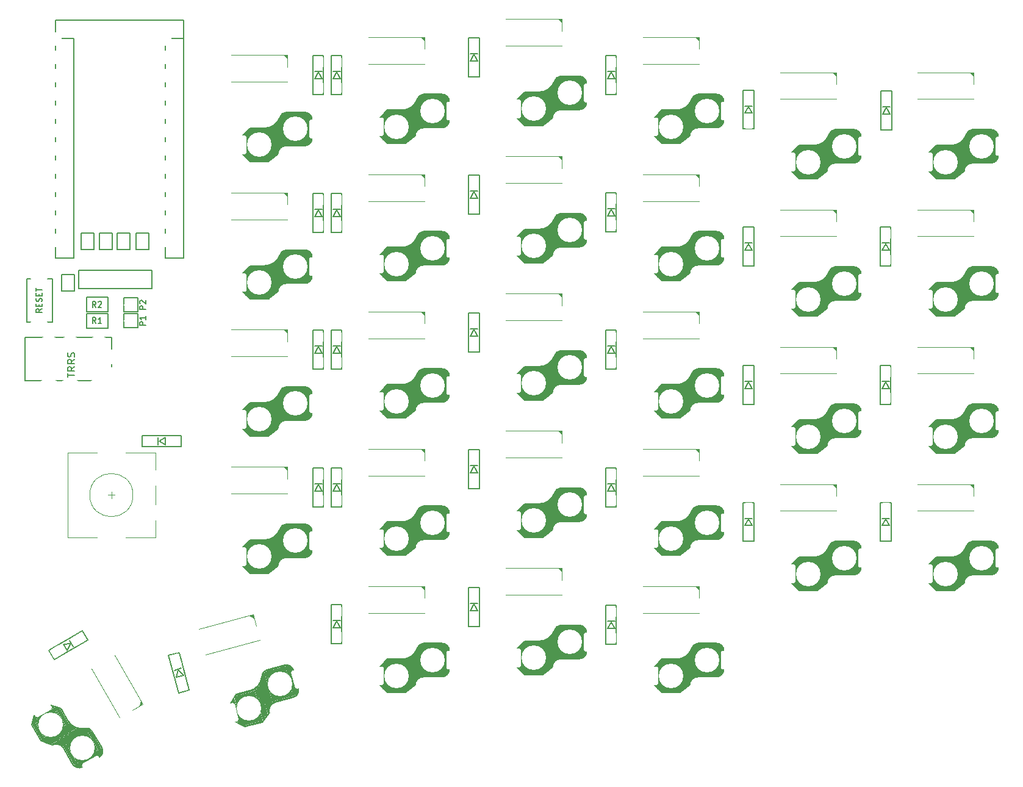
<source format=gto>
G04 #@! TF.GenerationSoftware,KiCad,Pcbnew,(5.1.9-0-10_14)*
G04 #@! TF.CreationDate,2021-03-05T16:26:51-07:00*
G04 #@! TF.ProjectId,SofleKeyboard,536f666c-654b-4657-9962-6f6172642e6b,rev?*
G04 #@! TF.SameCoordinates,Original*
G04 #@! TF.FileFunction,Legend,Top*
G04 #@! TF.FilePolarity,Positive*
%FSLAX46Y46*%
G04 Gerber Fmt 4.6, Leading zero omitted, Abs format (unit mm)*
G04 Created by KiCad (PCBNEW (5.1.9-0-10_14)) date 2021-03-05 16:26:51*
%MOMM*%
%LPD*%
G01*
G04 APERTURE LIST*
%ADD10C,0.120000*%
%ADD11C,0.150000*%
%ADD12C,0.100000*%
%ADD13C,1.400000*%
%ADD14C,3.400000*%
%ADD15C,3.800000*%
%ADD16C,2.200000*%
%ADD17C,1.924000*%
%ADD18C,4.400000*%
%ADD19C,1.797000*%
%ADD20C,2.400000*%
%ADD21C,5.100000*%
%ADD22C,1.600000*%
%ADD23O,2.900000X2.100000*%
G04 APERTURE END LIST*
D10*
X181600000Y-117148460D02*
X181600000Y-118799460D01*
X181600000Y-120848460D02*
X173800000Y-120848460D01*
X173800000Y-117148460D02*
X181600000Y-117148460D01*
D11*
X182900000Y-125100000D02*
X182900000Y-129700000D01*
X183050000Y-125100000D02*
X183050000Y-129700000D01*
X184650000Y-125400000D02*
X184650000Y-129350000D01*
X183200000Y-125100000D02*
X183200000Y-129700000D01*
X183350000Y-125100000D02*
X183350000Y-129700000D01*
X184850000Y-125650000D02*
X184850000Y-129200000D01*
X184400000Y-125200000D02*
X184400000Y-129600000D01*
X184250000Y-125150000D02*
X184250000Y-129650000D01*
X182750000Y-125100000D02*
X182750000Y-129700000D01*
X183800000Y-125100000D02*
X183800000Y-129700000D01*
X184750000Y-125500000D02*
X184750000Y-129250000D01*
X183500000Y-125100000D02*
X183500000Y-129700000D01*
X183950000Y-125100000D02*
X183950000Y-129700000D01*
X184000000Y-129725000D02*
X181425000Y-129725000D01*
X184100000Y-125100000D02*
X184100000Y-129650000D01*
X184000000Y-125075000D02*
X181400000Y-125075000D01*
X184550000Y-125300000D02*
X184550000Y-129500000D01*
X182450000Y-125100000D02*
X182450000Y-129700000D01*
X182300000Y-125100000D02*
X182300000Y-129700000D01*
X182150000Y-125100000D02*
X182150000Y-129700000D01*
X182000000Y-125100000D02*
X182000000Y-129700000D01*
X181850000Y-125100000D02*
X181850000Y-129700000D01*
X181700000Y-125100000D02*
X181700000Y-129700000D01*
X181550000Y-125100000D02*
X181550000Y-129650000D01*
X181400000Y-125100000D02*
X181400000Y-129700000D01*
X181250000Y-125100000D02*
X181250000Y-129700000D01*
X181100000Y-125150000D02*
X181100000Y-129700000D01*
X180950000Y-125250000D02*
X180950000Y-129800000D01*
X180800000Y-125350000D02*
X180800000Y-129850000D01*
X180700000Y-125500000D02*
X180700000Y-129900000D01*
X180600000Y-125750000D02*
X180600000Y-129950000D01*
X180500000Y-125900000D02*
X180500000Y-130050000D01*
X180400000Y-126100000D02*
X180400000Y-130250000D01*
X180300000Y-126250000D02*
X180300000Y-130400000D01*
X180200000Y-126450000D02*
X180200000Y-130900000D01*
X180050000Y-126600000D02*
X180050000Y-131050000D01*
X179900000Y-126750000D02*
X179900000Y-131150000D01*
X179750000Y-126850000D02*
X179750000Y-131250000D01*
X179600000Y-126950000D02*
X179600000Y-131400000D01*
X179450000Y-127050000D02*
X179450000Y-131500000D01*
X179300000Y-127100000D02*
X179300000Y-131650000D01*
X179150000Y-127200000D02*
X179150000Y-131750000D01*
X179000000Y-127250000D02*
X179000000Y-131850000D01*
X178850000Y-127250000D02*
X178850000Y-131900000D01*
X178700000Y-127250000D02*
X178700000Y-131900000D01*
X178550000Y-127300000D02*
X178550000Y-131850000D01*
X178400000Y-127300000D02*
X178400000Y-131900000D01*
X178250000Y-127300000D02*
X178250000Y-131900000D01*
X178100000Y-127300000D02*
X178100000Y-131900000D01*
X177950000Y-127300000D02*
X177950000Y-131900000D01*
X177800000Y-127300000D02*
X177800000Y-131900000D01*
X177650000Y-127300000D02*
X177650000Y-131900000D01*
X177500000Y-127300000D02*
X177500000Y-131900000D01*
X177350000Y-127300000D02*
X177350000Y-131900000D01*
X177200000Y-127300000D02*
X177200000Y-131900000D01*
X177050000Y-127300000D02*
X177050000Y-131900000D01*
X176900000Y-127300000D02*
X176900000Y-131900000D01*
X176750000Y-127300000D02*
X176750000Y-131900000D01*
X176600000Y-127300000D02*
X176600000Y-131900000D01*
X176450000Y-127300000D02*
X176450000Y-131900000D01*
X176300000Y-127450000D02*
X176300000Y-131800000D01*
X176150000Y-127550000D02*
X176150000Y-131650000D01*
X176000000Y-127700000D02*
X176000000Y-131500000D01*
X175850000Y-127850000D02*
X175850000Y-131350000D01*
X175700000Y-128050000D02*
X175700000Y-131200000D01*
X175550000Y-128150000D02*
X175550000Y-131050000D01*
X178975000Y-131925000D02*
X180250000Y-130900000D01*
X175400000Y-130900000D02*
X176425000Y-131925000D01*
X175400000Y-128300000D02*
X176425000Y-127275000D01*
X175400000Y-130900000D02*
X175400000Y-128300000D01*
X185000000Y-128725000D02*
X185000000Y-126075000D01*
X178400000Y-127275000D02*
X176425000Y-127275000D01*
X178975000Y-131925000D02*
X176425000Y-131925000D01*
X182600000Y-125100000D02*
X182600000Y-129700000D01*
X183650000Y-125100000D02*
X183650000Y-129700000D01*
D12*
G36*
X181092000Y-117151000D02*
G01*
X181600000Y-117148460D01*
X181600000Y-117659000D01*
X181092000Y-117151000D01*
G37*
X181092000Y-117151000D02*
X181600000Y-117148460D01*
X181600000Y-117659000D01*
X181092000Y-117151000D01*
D11*
X181399005Y-125076209D02*
G75*
G03*
X180537801Y-125778096I38796J-926887D01*
G01*
X185000000Y-126075000D02*
G75*
G03*
X184000000Y-125075000I-1000000J0D01*
G01*
X185000000Y-128725000D02*
G75*
G02*
X184000000Y-129725000I-1000000J0D01*
G01*
X180537801Y-125778096D02*
G75*
G02*
X178400000Y-127275000I-2137801J778096D01*
G01*
X180250000Y-130900000D02*
G75*
G02*
X181425000Y-129725000I1175000J0D01*
G01*
D10*
X162550000Y-114648460D02*
X162550000Y-116299460D01*
X162550000Y-118348460D02*
X154750000Y-118348460D01*
X154750000Y-114648460D02*
X162550000Y-114648460D01*
D11*
X163850000Y-122600000D02*
X163850000Y-127200000D01*
X164000000Y-122600000D02*
X164000000Y-127200000D01*
X165600000Y-122900000D02*
X165600000Y-126850000D01*
X164150000Y-122600000D02*
X164150000Y-127200000D01*
X164300000Y-122600000D02*
X164300000Y-127200000D01*
X165800000Y-123150000D02*
X165800000Y-126700000D01*
X165350000Y-122700000D02*
X165350000Y-127100000D01*
X165200000Y-122650000D02*
X165200000Y-127150000D01*
X163700000Y-122600000D02*
X163700000Y-127200000D01*
X164750000Y-122600000D02*
X164750000Y-127200000D01*
X165700000Y-123000000D02*
X165700000Y-126750000D01*
X164450000Y-122600000D02*
X164450000Y-127200000D01*
X164900000Y-122600000D02*
X164900000Y-127200000D01*
X164950000Y-127225000D02*
X162375000Y-127225000D01*
X165050000Y-122600000D02*
X165050000Y-127150000D01*
X164950000Y-122575000D02*
X162350000Y-122575000D01*
X165500000Y-122800000D02*
X165500000Y-127000000D01*
X163400000Y-122600000D02*
X163400000Y-127200000D01*
X163250000Y-122600000D02*
X163250000Y-127200000D01*
X163100000Y-122600000D02*
X163100000Y-127200000D01*
X162950000Y-122600000D02*
X162950000Y-127200000D01*
X162800000Y-122600000D02*
X162800000Y-127200000D01*
X162650000Y-122600000D02*
X162650000Y-127200000D01*
X162500000Y-122600000D02*
X162500000Y-127150000D01*
X162350000Y-122600000D02*
X162350000Y-127200000D01*
X162200000Y-122600000D02*
X162200000Y-127200000D01*
X162050000Y-122650000D02*
X162050000Y-127200000D01*
X161900000Y-122750000D02*
X161900000Y-127300000D01*
X161750000Y-122850000D02*
X161750000Y-127350000D01*
X161650000Y-123000000D02*
X161650000Y-127400000D01*
X161550000Y-123250000D02*
X161550000Y-127450000D01*
X161450000Y-123400000D02*
X161450000Y-127550000D01*
X161350000Y-123600000D02*
X161350000Y-127750000D01*
X161250000Y-123750000D02*
X161250000Y-127900000D01*
X161150000Y-123950000D02*
X161150000Y-128400000D01*
X161000000Y-124100000D02*
X161000000Y-128550000D01*
X160850000Y-124250000D02*
X160850000Y-128650000D01*
X160700000Y-124350000D02*
X160700000Y-128750000D01*
X160550000Y-124450000D02*
X160550000Y-128900000D01*
X160400000Y-124550000D02*
X160400000Y-129000000D01*
X160250000Y-124600000D02*
X160250000Y-129150000D01*
X160100000Y-124700000D02*
X160100000Y-129250000D01*
X159950000Y-124750000D02*
X159950000Y-129350000D01*
X159800000Y-124750000D02*
X159800000Y-129400000D01*
X159650000Y-124750000D02*
X159650000Y-129400000D01*
X159500000Y-124800000D02*
X159500000Y-129350000D01*
X159350000Y-124800000D02*
X159350000Y-129400000D01*
X159200000Y-124800000D02*
X159200000Y-129400000D01*
X159050000Y-124800000D02*
X159050000Y-129400000D01*
X158900000Y-124800000D02*
X158900000Y-129400000D01*
X158750000Y-124800000D02*
X158750000Y-129400000D01*
X158600000Y-124800000D02*
X158600000Y-129400000D01*
X158450000Y-124800000D02*
X158450000Y-129400000D01*
X158300000Y-124800000D02*
X158300000Y-129400000D01*
X158150000Y-124800000D02*
X158150000Y-129400000D01*
X158000000Y-124800000D02*
X158000000Y-129400000D01*
X157850000Y-124800000D02*
X157850000Y-129400000D01*
X157700000Y-124800000D02*
X157700000Y-129400000D01*
X157550000Y-124800000D02*
X157550000Y-129400000D01*
X157400000Y-124800000D02*
X157400000Y-129400000D01*
X157250000Y-124950000D02*
X157250000Y-129300000D01*
X157100000Y-125050000D02*
X157100000Y-129150000D01*
X156950000Y-125200000D02*
X156950000Y-129000000D01*
X156800000Y-125350000D02*
X156800000Y-128850000D01*
X156650000Y-125550000D02*
X156650000Y-128700000D01*
X156500000Y-125650000D02*
X156500000Y-128550000D01*
X159925000Y-129425000D02*
X161200000Y-128400000D01*
X156350000Y-128400000D02*
X157375000Y-129425000D01*
X156350000Y-125800000D02*
X157375000Y-124775000D01*
X156350000Y-128400000D02*
X156350000Y-125800000D01*
X165950000Y-126225000D02*
X165950000Y-123575000D01*
X159350000Y-124775000D02*
X157375000Y-124775000D01*
X159925000Y-129425000D02*
X157375000Y-129425000D01*
X163550000Y-122600000D02*
X163550000Y-127200000D01*
X164600000Y-122600000D02*
X164600000Y-127200000D01*
D12*
G36*
X162042000Y-114651000D02*
G01*
X162550000Y-114648460D01*
X162550000Y-115159000D01*
X162042000Y-114651000D01*
G37*
X162042000Y-114651000D02*
X162550000Y-114648460D01*
X162550000Y-115159000D01*
X162042000Y-114651000D01*
D11*
X162349005Y-122576209D02*
G75*
G03*
X161487801Y-123278096I38796J-926887D01*
G01*
X165950000Y-123575000D02*
G75*
G03*
X164950000Y-122575000I-1000000J0D01*
G01*
X165950000Y-126225000D02*
G75*
G02*
X164950000Y-127225000I-1000000J0D01*
G01*
X161487801Y-123278096D02*
G75*
G02*
X159350000Y-124775000I-2137801J778096D01*
G01*
X161200000Y-128400000D02*
G75*
G02*
X162375000Y-127225000I1175000J0D01*
G01*
D10*
X143500000Y-117148460D02*
X143500000Y-118799460D01*
X143500000Y-120848460D02*
X135700000Y-120848460D01*
X135700000Y-117148460D02*
X143500000Y-117148460D01*
D11*
X144800000Y-125100000D02*
X144800000Y-129700000D01*
X144950000Y-125100000D02*
X144950000Y-129700000D01*
X146550000Y-125400000D02*
X146550000Y-129350000D01*
X145100000Y-125100000D02*
X145100000Y-129700000D01*
X145250000Y-125100000D02*
X145250000Y-129700000D01*
X146750000Y-125650000D02*
X146750000Y-129200000D01*
X146300000Y-125200000D02*
X146300000Y-129600000D01*
X146150000Y-125150000D02*
X146150000Y-129650000D01*
X144650000Y-125100000D02*
X144650000Y-129700000D01*
X145700000Y-125100000D02*
X145700000Y-129700000D01*
X146650000Y-125500000D02*
X146650000Y-129250000D01*
X145400000Y-125100000D02*
X145400000Y-129700000D01*
X145850000Y-125100000D02*
X145850000Y-129700000D01*
X145900000Y-129725000D02*
X143325000Y-129725000D01*
X146000000Y-125100000D02*
X146000000Y-129650000D01*
X145900000Y-125075000D02*
X143300000Y-125075000D01*
X146450000Y-125300000D02*
X146450000Y-129500000D01*
X144350000Y-125100000D02*
X144350000Y-129700000D01*
X144200000Y-125100000D02*
X144200000Y-129700000D01*
X144050000Y-125100000D02*
X144050000Y-129700000D01*
X143900000Y-125100000D02*
X143900000Y-129700000D01*
X143750000Y-125100000D02*
X143750000Y-129700000D01*
X143600000Y-125100000D02*
X143600000Y-129700000D01*
X143450000Y-125100000D02*
X143450000Y-129650000D01*
X143300000Y-125100000D02*
X143300000Y-129700000D01*
X143150000Y-125100000D02*
X143150000Y-129700000D01*
X143000000Y-125150000D02*
X143000000Y-129700000D01*
X142850000Y-125250000D02*
X142850000Y-129800000D01*
X142700000Y-125350000D02*
X142700000Y-129850000D01*
X142600000Y-125500000D02*
X142600000Y-129900000D01*
X142500000Y-125750000D02*
X142500000Y-129950000D01*
X142400000Y-125900000D02*
X142400000Y-130050000D01*
X142300000Y-126100000D02*
X142300000Y-130250000D01*
X142200000Y-126250000D02*
X142200000Y-130400000D01*
X142100000Y-126450000D02*
X142100000Y-130900000D01*
X141950000Y-126600000D02*
X141950000Y-131050000D01*
X141800000Y-126750000D02*
X141800000Y-131150000D01*
X141650000Y-126850000D02*
X141650000Y-131250000D01*
X141500000Y-126950000D02*
X141500000Y-131400000D01*
X141350000Y-127050000D02*
X141350000Y-131500000D01*
X141200000Y-127100000D02*
X141200000Y-131650000D01*
X141050000Y-127200000D02*
X141050000Y-131750000D01*
X140900000Y-127250000D02*
X140900000Y-131850000D01*
X140750000Y-127250000D02*
X140750000Y-131900000D01*
X140600000Y-127250000D02*
X140600000Y-131900000D01*
X140450000Y-127300000D02*
X140450000Y-131850000D01*
X140300000Y-127300000D02*
X140300000Y-131900000D01*
X140150000Y-127300000D02*
X140150000Y-131900000D01*
X140000000Y-127300000D02*
X140000000Y-131900000D01*
X139850000Y-127300000D02*
X139850000Y-131900000D01*
X139700000Y-127300000D02*
X139700000Y-131900000D01*
X139550000Y-127300000D02*
X139550000Y-131900000D01*
X139400000Y-127300000D02*
X139400000Y-131900000D01*
X139250000Y-127300000D02*
X139250000Y-131900000D01*
X139100000Y-127300000D02*
X139100000Y-131900000D01*
X138950000Y-127300000D02*
X138950000Y-131900000D01*
X138800000Y-127300000D02*
X138800000Y-131900000D01*
X138650000Y-127300000D02*
X138650000Y-131900000D01*
X138500000Y-127300000D02*
X138500000Y-131900000D01*
X138350000Y-127300000D02*
X138350000Y-131900000D01*
X138200000Y-127450000D02*
X138200000Y-131800000D01*
X138050000Y-127550000D02*
X138050000Y-131650000D01*
X137900000Y-127700000D02*
X137900000Y-131500000D01*
X137750000Y-127850000D02*
X137750000Y-131350000D01*
X137600000Y-128050000D02*
X137600000Y-131200000D01*
X137450000Y-128150000D02*
X137450000Y-131050000D01*
X140875000Y-131925000D02*
X142150000Y-130900000D01*
X137300000Y-130900000D02*
X138325000Y-131925000D01*
X137300000Y-128300000D02*
X138325000Y-127275000D01*
X137300000Y-130900000D02*
X137300000Y-128300000D01*
X146900000Y-128725000D02*
X146900000Y-126075000D01*
X140300000Y-127275000D02*
X138325000Y-127275000D01*
X140875000Y-131925000D02*
X138325000Y-131925000D01*
X144500000Y-125100000D02*
X144500000Y-129700000D01*
X145550000Y-125100000D02*
X145550000Y-129700000D01*
D12*
G36*
X142992000Y-117151000D02*
G01*
X143500000Y-117148460D01*
X143500000Y-117659000D01*
X142992000Y-117151000D01*
G37*
X142992000Y-117151000D02*
X143500000Y-117148460D01*
X143500000Y-117659000D01*
X142992000Y-117151000D01*
D11*
X143299005Y-125076209D02*
G75*
G03*
X142437801Y-125778096I38796J-926887D01*
G01*
X146900000Y-126075000D02*
G75*
G03*
X145900000Y-125075000I-1000000J0D01*
G01*
X146900000Y-128725000D02*
G75*
G02*
X145900000Y-129725000I-1000000J0D01*
G01*
X142437801Y-125778096D02*
G75*
G02*
X140300000Y-127275000I-2137801J778096D01*
G01*
X142150000Y-130900000D02*
G75*
G02*
X143325000Y-129725000I1175000J0D01*
G01*
D10*
X119671447Y-121062304D02*
X120098758Y-122657048D01*
X120629078Y-124636230D02*
X113094856Y-126655018D01*
X112137226Y-123081093D02*
X119671447Y-121062304D01*
D11*
X122985161Y-128406437D02*
X124175729Y-132849696D01*
X123130050Y-128367614D02*
X124320617Y-132810873D01*
X124753177Y-128243282D02*
X125775512Y-132058689D01*
X123274939Y-128328791D02*
X124465506Y-132772050D01*
X123419828Y-128289969D02*
X124610395Y-132733227D01*
X125011067Y-128432999D02*
X125929874Y-131862036D01*
X124459932Y-128114801D02*
X125598735Y-132364875D01*
X124302102Y-128105328D02*
X125466787Y-132451994D01*
X122840272Y-128445260D02*
X124030840Y-132888519D01*
X123854494Y-128173500D02*
X125045062Y-132616759D01*
X124875651Y-128313992D02*
X125846223Y-131936214D01*
X123564716Y-128251146D02*
X124755284Y-132694404D01*
X123999383Y-128134677D02*
X125189951Y-132577936D01*
X125244717Y-132589143D02*
X122757458Y-133255602D01*
X124144272Y-128095854D02*
X125321899Y-132490817D01*
X124041209Y-128097588D02*
X121529802Y-128770518D01*
X124630702Y-128172571D02*
X125717742Y-132229459D01*
X122550494Y-128522906D02*
X123741062Y-132966164D01*
X122405605Y-128561729D02*
X123596173Y-133004987D01*
X122260717Y-128600551D02*
X123451284Y-133043810D01*
X122115828Y-128639374D02*
X123306395Y-133082633D01*
X121970939Y-128678197D02*
X123161506Y-133121456D01*
X121826050Y-128717020D02*
X123016618Y-133160279D01*
X121681161Y-128755843D02*
X122858788Y-133150805D01*
X121536272Y-128794666D02*
X122726840Y-133237924D01*
X121391383Y-128833489D02*
X122581951Y-133276747D01*
X121259435Y-128920608D02*
X122437062Y-133315570D01*
X121140428Y-129056023D02*
X122318055Y-133450986D01*
X121021421Y-129191439D02*
X122186107Y-133538105D01*
X120963652Y-129362209D02*
X122102456Y-133612283D01*
X120931764Y-129629573D02*
X122018804Y-133686461D01*
X120873994Y-129800343D02*
X121948093Y-133808936D01*
X120829165Y-130019411D02*
X121903264Y-134028003D01*
X120771396Y-130190181D02*
X121845495Y-134198774D01*
X120726567Y-130409248D02*
X121878312Y-134707618D01*
X120620501Y-130592960D02*
X121772246Y-134891330D01*
X120514435Y-130776672D02*
X121653239Y-135026746D01*
X120395428Y-130912087D02*
X121534232Y-135162161D01*
X120276421Y-131047503D02*
X121428166Y-135345873D01*
X120157414Y-131182918D02*
X121309159Y-135481288D01*
X120025466Y-131270037D02*
X121203093Y-135665000D01*
X119906459Y-131405453D02*
X121084086Y-135800415D01*
X119774511Y-131492572D02*
X120965079Y-135935831D01*
X119629622Y-131531395D02*
X120833131Y-136022950D01*
X119484733Y-131570218D02*
X120688242Y-136061773D01*
X119352786Y-131657337D02*
X120530412Y-136052299D01*
X119207897Y-131696160D02*
X120398464Y-136139418D01*
X119063008Y-131734982D02*
X120253575Y-136178241D01*
X118918119Y-131773805D02*
X120108687Y-136217064D01*
X118773230Y-131812628D02*
X119963798Y-136255887D01*
X118628341Y-131851451D02*
X119818909Y-136294710D01*
X118483452Y-131890274D02*
X119674020Y-136333533D01*
X118338563Y-131929097D02*
X119529131Y-136372356D01*
X118193675Y-131967920D02*
X119384242Y-136411178D01*
X118048786Y-132006742D02*
X119239353Y-136450001D01*
X117903897Y-132045565D02*
X119094464Y-136488824D01*
X117759008Y-132084388D02*
X118949576Y-136527647D01*
X117614119Y-132123211D02*
X118804687Y-136566470D01*
X117469230Y-132162034D02*
X118659798Y-136605293D01*
X117324341Y-132200857D02*
X118514909Y-136644116D01*
X117218275Y-132384569D02*
X118344138Y-136586346D01*
X117099268Y-132519984D02*
X118160426Y-136480280D01*
X116993202Y-132703696D02*
X117976715Y-136374214D01*
X116887136Y-132887407D02*
X117793003Y-136268148D01*
X116794011Y-133119415D02*
X117609291Y-136162082D01*
X116675004Y-133254831D02*
X117425579Y-136056016D01*
X120960342Y-136014746D02*
X121926608Y-134694677D01*
X117241868Y-135949950D02*
X118497231Y-136674734D01*
X116568938Y-133438543D02*
X117293723Y-132183179D01*
X117241868Y-135949950D02*
X116568938Y-133438543D01*
X125951824Y-131364398D02*
X125265954Y-128804695D01*
X119201426Y-131672011D02*
X117293723Y-132183179D01*
X120960342Y-136014746D02*
X118497231Y-136674734D01*
X122695383Y-128484083D02*
X123885951Y-132927342D01*
X123709605Y-128212323D02*
X124900173Y-132655582D01*
D12*
G36*
X119181414Y-121196238D02*
G01*
X119671447Y-121062304D01*
X119803585Y-121555448D01*
X119181414Y-121196238D01*
G37*
X119181414Y-121196238D02*
X119671447Y-121062304D01*
X119803585Y-121555448D01*
X119181414Y-121196238D01*
D11*
X121529154Y-128771943D02*
G75*
G03*
X120878956Y-129672810I277370J-885263D01*
G01*
X125265954Y-128804695D02*
G75*
G03*
X124041209Y-128097588I-965926J-258819D01*
G01*
X125951824Y-131364398D02*
G75*
G02*
X125244717Y-132589143I-965926J-258819D01*
G01*
X120878956Y-129672810D02*
G75*
G02*
X119201426Y-131672011I-2266343J198280D01*
G01*
X121926608Y-134694678D02*
G75*
G02*
X122757458Y-133255602I1134963J304113D01*
G01*
D10*
X104333800Y-133501729D02*
X102903992Y-134327229D01*
X101129506Y-135351729D02*
X97229506Y-128596731D01*
X100433800Y-126746731D02*
X104333800Y-133501729D01*
D11*
X98097564Y-138603332D02*
X94113848Y-140903332D01*
X98172564Y-138733236D02*
X94188848Y-141033236D01*
X98712757Y-140268877D02*
X95291956Y-142243877D01*
X98247564Y-138863140D02*
X94263848Y-141163140D01*
X98322564Y-138993044D02*
X94338848Y-141293044D01*
X98596250Y-140567082D02*
X95521860Y-142342082D01*
X98760962Y-139952370D02*
X94950450Y-142152370D01*
X98729263Y-139797466D02*
X94832149Y-142047466D01*
X98022564Y-138473428D02*
X94038848Y-140773428D01*
X98547564Y-139382755D02*
X94563848Y-141682755D01*
X98676154Y-140405479D02*
X95428559Y-142280479D01*
X98397564Y-139122947D02*
X94413848Y-141422947D01*
X98622564Y-139512659D02*
X94638848Y-141812659D01*
X94642197Y-141868460D02*
X93354697Y-139638445D01*
X98697564Y-139642563D02*
X94757149Y-141917563D01*
X98669215Y-139543460D02*
X97369215Y-137291794D01*
X98749359Y-140132274D02*
X95112053Y-142232274D01*
X97872564Y-138213621D02*
X93888848Y-140513621D01*
X97797564Y-138083717D02*
X93813848Y-140383717D01*
X97722564Y-137953813D02*
X93738848Y-140253813D01*
X97647564Y-137823909D02*
X93663848Y-140123909D01*
X97572564Y-137694005D02*
X93588848Y-139994005D01*
X97497564Y-137564102D02*
X93513848Y-139864102D01*
X97422564Y-137434198D02*
X93482149Y-139709198D01*
X97347564Y-137304294D02*
X93363848Y-139604294D01*
X97272564Y-137174390D02*
X93288848Y-139474390D01*
X97154263Y-137069486D02*
X93213848Y-139344486D01*
X96992661Y-136989583D02*
X93052245Y-139264583D01*
X96831058Y-136909679D02*
X92933944Y-139159679D01*
X96651154Y-136898076D02*
X92840642Y-139098076D01*
X96384648Y-136936474D02*
X92747341Y-139036474D01*
X96204744Y-136924871D02*
X92610739Y-138999871D01*
X95981539Y-136938269D02*
X92387534Y-139013269D01*
X95801635Y-136926666D02*
X92207630Y-139001666D01*
X95578430Y-136940064D02*
X91724617Y-139165064D01*
X95373526Y-136885160D02*
X91519713Y-139110160D01*
X95168623Y-136830256D02*
X91358111Y-139030256D01*
X95007020Y-136750352D02*
X91196508Y-138950352D01*
X94845417Y-136670448D02*
X90991604Y-138895448D01*
X94683815Y-136590544D02*
X90830002Y-138815544D01*
X94565514Y-136485641D02*
X90625098Y-138760641D01*
X94403911Y-136405737D02*
X90463495Y-138680737D01*
X94285610Y-136300833D02*
X90301893Y-138600833D01*
X94210610Y-136170929D02*
X90183592Y-138495929D01*
X94135610Y-136041025D02*
X90108592Y-138366025D01*
X94017309Y-135936122D02*
X90076893Y-138211122D01*
X93942309Y-135806218D02*
X89958592Y-138106218D01*
X93867309Y-135676314D02*
X89883592Y-137976314D01*
X93792309Y-135546410D02*
X89808592Y-137846410D01*
X93717309Y-135416506D02*
X89733592Y-137716506D01*
X93642309Y-135286603D02*
X89658592Y-137586603D01*
X93567309Y-135156699D02*
X89583592Y-137456699D01*
X93492309Y-135026795D02*
X89508592Y-137326795D01*
X93417309Y-134896891D02*
X89433592Y-137196891D01*
X93342309Y-134766987D02*
X89358592Y-137066987D01*
X93267309Y-134637083D02*
X89283592Y-136937083D01*
X93192309Y-134507180D02*
X89208592Y-136807180D01*
X93117309Y-134377276D02*
X89133592Y-136677276D01*
X93042309Y-134247372D02*
X89058592Y-136547372D01*
X92967309Y-134117468D02*
X88983592Y-136417468D01*
X92762405Y-134062564D02*
X88995194Y-136237564D01*
X92600802Y-133982661D02*
X89050098Y-136032661D01*
X92395898Y-133927757D02*
X89105002Y-135827757D01*
X92190995Y-133872853D02*
X89159906Y-135622853D01*
X91942789Y-133842949D02*
X89214809Y-135417949D01*
X91781187Y-133763045D02*
X89269713Y-135213045D01*
X90224441Y-138616682D02*
X91749617Y-139208365D01*
X89324617Y-135008142D02*
X88949441Y-136408318D01*
X91576283Y-133708142D02*
X92976459Y-134083318D01*
X89324617Y-135008142D02*
X91576283Y-133708142D01*
X96008222Y-142234485D02*
X98303190Y-140909485D01*
X93963959Y-135793718D02*
X92976459Y-134083318D01*
X90224441Y-138616682D02*
X88949441Y-136408318D01*
X97947564Y-138343524D02*
X93963848Y-140643524D01*
X98472564Y-139252851D02*
X94488848Y-141552851D01*
D12*
G36*
X104077600Y-133063058D02*
G01*
X104333800Y-133501729D01*
X103891659Y-133756999D01*
X104077600Y-133063058D01*
G37*
X104077600Y-133063058D02*
X104333800Y-133501729D01*
X103891659Y-133756999D01*
X104077600Y-133063058D01*
D11*
X97367671Y-137291537D02*
G75*
G03*
X96329217Y-136896656I-783310J-497042D01*
G01*
X98303190Y-140909485D02*
G75*
G03*
X98669215Y-139543460I-500000J866025D01*
G01*
X96008222Y-142234485D02*
G75*
G02*
X94642197Y-141868460I-500000J866025D01*
G01*
X96329217Y-136896656D02*
G75*
G02*
X93963959Y-135793718I-395050J2240438D01*
G01*
X91749617Y-139208365D02*
G75*
G02*
X93354697Y-139638445I587500J-1017580D01*
G01*
D10*
X219700000Y-102998460D02*
X219700000Y-104649460D01*
X219700000Y-106698460D02*
X211900000Y-106698460D01*
X211900000Y-102998460D02*
X219700000Y-102998460D01*
D11*
X221000000Y-110950000D02*
X221000000Y-115550000D01*
X221150000Y-110950000D02*
X221150000Y-115550000D01*
X222750000Y-111250000D02*
X222750000Y-115200000D01*
X221300000Y-110950000D02*
X221300000Y-115550000D01*
X221450000Y-110950000D02*
X221450000Y-115550000D01*
X222950000Y-111500000D02*
X222950000Y-115050000D01*
X222500000Y-111050000D02*
X222500000Y-115450000D01*
X222350000Y-111000000D02*
X222350000Y-115500000D01*
X220850000Y-110950000D02*
X220850000Y-115550000D01*
X221900000Y-110950000D02*
X221900000Y-115550000D01*
X222850000Y-111350000D02*
X222850000Y-115100000D01*
X221600000Y-110950000D02*
X221600000Y-115550000D01*
X222050000Y-110950000D02*
X222050000Y-115550000D01*
X222100000Y-115575000D02*
X219525000Y-115575000D01*
X222200000Y-110950000D02*
X222200000Y-115500000D01*
X222100000Y-110925000D02*
X219500000Y-110925000D01*
X222650000Y-111150000D02*
X222650000Y-115350000D01*
X220550000Y-110950000D02*
X220550000Y-115550000D01*
X220400000Y-110950000D02*
X220400000Y-115550000D01*
X220250000Y-110950000D02*
X220250000Y-115550000D01*
X220100000Y-110950000D02*
X220100000Y-115550000D01*
X219950000Y-110950000D02*
X219950000Y-115550000D01*
X219800000Y-110950000D02*
X219800000Y-115550000D01*
X219650000Y-110950000D02*
X219650000Y-115500000D01*
X219500000Y-110950000D02*
X219500000Y-115550000D01*
X219350000Y-110950000D02*
X219350000Y-115550000D01*
X219200000Y-111000000D02*
X219200000Y-115550000D01*
X219050000Y-111100000D02*
X219050000Y-115650000D01*
X218900000Y-111200000D02*
X218900000Y-115700000D01*
X218800000Y-111350000D02*
X218800000Y-115750000D01*
X218700000Y-111600000D02*
X218700000Y-115800000D01*
X218600000Y-111750000D02*
X218600000Y-115900000D01*
X218500000Y-111950000D02*
X218500000Y-116100000D01*
X218400000Y-112100000D02*
X218400000Y-116250000D01*
X218300000Y-112300000D02*
X218300000Y-116750000D01*
X218150000Y-112450000D02*
X218150000Y-116900000D01*
X218000000Y-112600000D02*
X218000000Y-117000000D01*
X217850000Y-112700000D02*
X217850000Y-117100000D01*
X217700000Y-112800000D02*
X217700000Y-117250000D01*
X217550000Y-112900000D02*
X217550000Y-117350000D01*
X217400000Y-112950000D02*
X217400000Y-117500000D01*
X217250000Y-113050000D02*
X217250000Y-117600000D01*
X217100000Y-113100000D02*
X217100000Y-117700000D01*
X216950000Y-113100000D02*
X216950000Y-117750000D01*
X216800000Y-113100000D02*
X216800000Y-117750000D01*
X216650000Y-113150000D02*
X216650000Y-117700000D01*
X216500000Y-113150000D02*
X216500000Y-117750000D01*
X216350000Y-113150000D02*
X216350000Y-117750000D01*
X216200000Y-113150000D02*
X216200000Y-117750000D01*
X216050000Y-113150000D02*
X216050000Y-117750000D01*
X215900000Y-113150000D02*
X215900000Y-117750000D01*
X215750000Y-113150000D02*
X215750000Y-117750000D01*
X215600000Y-113150000D02*
X215600000Y-117750000D01*
X215450000Y-113150000D02*
X215450000Y-117750000D01*
X215300000Y-113150000D02*
X215300000Y-117750000D01*
X215150000Y-113150000D02*
X215150000Y-117750000D01*
X215000000Y-113150000D02*
X215000000Y-117750000D01*
X214850000Y-113150000D02*
X214850000Y-117750000D01*
X214700000Y-113150000D02*
X214700000Y-117750000D01*
X214550000Y-113150000D02*
X214550000Y-117750000D01*
X214400000Y-113300000D02*
X214400000Y-117650000D01*
X214250000Y-113400000D02*
X214250000Y-117500000D01*
X214100000Y-113550000D02*
X214100000Y-117350000D01*
X213950000Y-113700000D02*
X213950000Y-117200000D01*
X213800000Y-113900000D02*
X213800000Y-117050000D01*
X213650000Y-114000000D02*
X213650000Y-116900000D01*
X217075000Y-117775000D02*
X218350000Y-116750000D01*
X213500000Y-116750000D02*
X214525000Y-117775000D01*
X213500000Y-114150000D02*
X214525000Y-113125000D01*
X213500000Y-116750000D02*
X213500000Y-114150000D01*
X223100000Y-114575000D02*
X223100000Y-111925000D01*
X216500000Y-113125000D02*
X214525000Y-113125000D01*
X217075000Y-117775000D02*
X214525000Y-117775000D01*
X220700000Y-110950000D02*
X220700000Y-115550000D01*
X221750000Y-110950000D02*
X221750000Y-115550000D01*
D12*
G36*
X219192000Y-103001000D02*
G01*
X219700000Y-102998460D01*
X219700000Y-103509000D01*
X219192000Y-103001000D01*
G37*
X219192000Y-103001000D02*
X219700000Y-102998460D01*
X219700000Y-103509000D01*
X219192000Y-103001000D01*
D11*
X219499005Y-110926209D02*
G75*
G03*
X218637801Y-111628096I38796J-926887D01*
G01*
X223100000Y-111925000D02*
G75*
G03*
X222100000Y-110925000I-1000000J0D01*
G01*
X223100000Y-114575000D02*
G75*
G02*
X222100000Y-115575000I-1000000J0D01*
G01*
X218637801Y-111628096D02*
G75*
G02*
X216500000Y-113125000I-2137801J778096D01*
G01*
X218350000Y-116750000D02*
G75*
G02*
X219525000Y-115575000I1175000J0D01*
G01*
D10*
X200650000Y-102998460D02*
X200650000Y-104649460D01*
X200650000Y-106698460D02*
X192850000Y-106698460D01*
X192850000Y-102998460D02*
X200650000Y-102998460D01*
D11*
X201950000Y-110950000D02*
X201950000Y-115550000D01*
X202100000Y-110950000D02*
X202100000Y-115550000D01*
X203700000Y-111250000D02*
X203700000Y-115200000D01*
X202250000Y-110950000D02*
X202250000Y-115550000D01*
X202400000Y-110950000D02*
X202400000Y-115550000D01*
X203900000Y-111500000D02*
X203900000Y-115050000D01*
X203450000Y-111050000D02*
X203450000Y-115450000D01*
X203300000Y-111000000D02*
X203300000Y-115500000D01*
X201800000Y-110950000D02*
X201800000Y-115550000D01*
X202850000Y-110950000D02*
X202850000Y-115550000D01*
X203800000Y-111350000D02*
X203800000Y-115100000D01*
X202550000Y-110950000D02*
X202550000Y-115550000D01*
X203000000Y-110950000D02*
X203000000Y-115550000D01*
X203050000Y-115575000D02*
X200475000Y-115575000D01*
X203150000Y-110950000D02*
X203150000Y-115500000D01*
X203050000Y-110925000D02*
X200450000Y-110925000D01*
X203600000Y-111150000D02*
X203600000Y-115350000D01*
X201500000Y-110950000D02*
X201500000Y-115550000D01*
X201350000Y-110950000D02*
X201350000Y-115550000D01*
X201200000Y-110950000D02*
X201200000Y-115550000D01*
X201050000Y-110950000D02*
X201050000Y-115550000D01*
X200900000Y-110950000D02*
X200900000Y-115550000D01*
X200750000Y-110950000D02*
X200750000Y-115550000D01*
X200600000Y-110950000D02*
X200600000Y-115500000D01*
X200450000Y-110950000D02*
X200450000Y-115550000D01*
X200300000Y-110950000D02*
X200300000Y-115550000D01*
X200150000Y-111000000D02*
X200150000Y-115550000D01*
X200000000Y-111100000D02*
X200000000Y-115650000D01*
X199850000Y-111200000D02*
X199850000Y-115700000D01*
X199750000Y-111350000D02*
X199750000Y-115750000D01*
X199650000Y-111600000D02*
X199650000Y-115800000D01*
X199550000Y-111750000D02*
X199550000Y-115900000D01*
X199450000Y-111950000D02*
X199450000Y-116100000D01*
X199350000Y-112100000D02*
X199350000Y-116250000D01*
X199250000Y-112300000D02*
X199250000Y-116750000D01*
X199100000Y-112450000D02*
X199100000Y-116900000D01*
X198950000Y-112600000D02*
X198950000Y-117000000D01*
X198800000Y-112700000D02*
X198800000Y-117100000D01*
X198650000Y-112800000D02*
X198650000Y-117250000D01*
X198500000Y-112900000D02*
X198500000Y-117350000D01*
X198350000Y-112950000D02*
X198350000Y-117500000D01*
X198200000Y-113050000D02*
X198200000Y-117600000D01*
X198050000Y-113100000D02*
X198050000Y-117700000D01*
X197900000Y-113100000D02*
X197900000Y-117750000D01*
X197750000Y-113100000D02*
X197750000Y-117750000D01*
X197600000Y-113150000D02*
X197600000Y-117700000D01*
X197450000Y-113150000D02*
X197450000Y-117750000D01*
X197300000Y-113150000D02*
X197300000Y-117750000D01*
X197150000Y-113150000D02*
X197150000Y-117750000D01*
X197000000Y-113150000D02*
X197000000Y-117750000D01*
X196850000Y-113150000D02*
X196850000Y-117750000D01*
X196700000Y-113150000D02*
X196700000Y-117750000D01*
X196550000Y-113150000D02*
X196550000Y-117750000D01*
X196400000Y-113150000D02*
X196400000Y-117750000D01*
X196250000Y-113150000D02*
X196250000Y-117750000D01*
X196100000Y-113150000D02*
X196100000Y-117750000D01*
X195950000Y-113150000D02*
X195950000Y-117750000D01*
X195800000Y-113150000D02*
X195800000Y-117750000D01*
X195650000Y-113150000D02*
X195650000Y-117750000D01*
X195500000Y-113150000D02*
X195500000Y-117750000D01*
X195350000Y-113300000D02*
X195350000Y-117650000D01*
X195200000Y-113400000D02*
X195200000Y-117500000D01*
X195050000Y-113550000D02*
X195050000Y-117350000D01*
X194900000Y-113700000D02*
X194900000Y-117200000D01*
X194750000Y-113900000D02*
X194750000Y-117050000D01*
X194600000Y-114000000D02*
X194600000Y-116900000D01*
X198025000Y-117775000D02*
X199300000Y-116750000D01*
X194450000Y-116750000D02*
X195475000Y-117775000D01*
X194450000Y-114150000D02*
X195475000Y-113125000D01*
X194450000Y-116750000D02*
X194450000Y-114150000D01*
X204050000Y-114575000D02*
X204050000Y-111925000D01*
X197450000Y-113125000D02*
X195475000Y-113125000D01*
X198025000Y-117775000D02*
X195475000Y-117775000D01*
X201650000Y-110950000D02*
X201650000Y-115550000D01*
X202700000Y-110950000D02*
X202700000Y-115550000D01*
D12*
G36*
X200142000Y-103001000D02*
G01*
X200650000Y-102998460D01*
X200650000Y-103509000D01*
X200142000Y-103001000D01*
G37*
X200142000Y-103001000D02*
X200650000Y-102998460D01*
X200650000Y-103509000D01*
X200142000Y-103001000D01*
D11*
X200449005Y-110926209D02*
G75*
G03*
X199587801Y-111628096I38796J-926887D01*
G01*
X204050000Y-111925000D02*
G75*
G03*
X203050000Y-110925000I-1000000J0D01*
G01*
X204050000Y-114575000D02*
G75*
G02*
X203050000Y-115575000I-1000000J0D01*
G01*
X199587801Y-111628096D02*
G75*
G02*
X197450000Y-113125000I-2137801J778096D01*
G01*
X199300000Y-116750000D02*
G75*
G02*
X200475000Y-115575000I1175000J0D01*
G01*
D10*
X181600000Y-98098460D02*
X181600000Y-99749460D01*
X181600000Y-101798460D02*
X173800000Y-101798460D01*
X173800000Y-98098460D02*
X181600000Y-98098460D01*
D11*
X182900000Y-106050000D02*
X182900000Y-110650000D01*
X183050000Y-106050000D02*
X183050000Y-110650000D01*
X184650000Y-106350000D02*
X184650000Y-110300000D01*
X183200000Y-106050000D02*
X183200000Y-110650000D01*
X183350000Y-106050000D02*
X183350000Y-110650000D01*
X184850000Y-106600000D02*
X184850000Y-110150000D01*
X184400000Y-106150000D02*
X184400000Y-110550000D01*
X184250000Y-106100000D02*
X184250000Y-110600000D01*
X182750000Y-106050000D02*
X182750000Y-110650000D01*
X183800000Y-106050000D02*
X183800000Y-110650000D01*
X184750000Y-106450000D02*
X184750000Y-110200000D01*
X183500000Y-106050000D02*
X183500000Y-110650000D01*
X183950000Y-106050000D02*
X183950000Y-110650000D01*
X184000000Y-110675000D02*
X181425000Y-110675000D01*
X184100000Y-106050000D02*
X184100000Y-110600000D01*
X184000000Y-106025000D02*
X181400000Y-106025000D01*
X184550000Y-106250000D02*
X184550000Y-110450000D01*
X182450000Y-106050000D02*
X182450000Y-110650000D01*
X182300000Y-106050000D02*
X182300000Y-110650000D01*
X182150000Y-106050000D02*
X182150000Y-110650000D01*
X182000000Y-106050000D02*
X182000000Y-110650000D01*
X181850000Y-106050000D02*
X181850000Y-110650000D01*
X181700000Y-106050000D02*
X181700000Y-110650000D01*
X181550000Y-106050000D02*
X181550000Y-110600000D01*
X181400000Y-106050000D02*
X181400000Y-110650000D01*
X181250000Y-106050000D02*
X181250000Y-110650000D01*
X181100000Y-106100000D02*
X181100000Y-110650000D01*
X180950000Y-106200000D02*
X180950000Y-110750000D01*
X180800000Y-106300000D02*
X180800000Y-110800000D01*
X180700000Y-106450000D02*
X180700000Y-110850000D01*
X180600000Y-106700000D02*
X180600000Y-110900000D01*
X180500000Y-106850000D02*
X180500000Y-111000000D01*
X180400000Y-107050000D02*
X180400000Y-111200000D01*
X180300000Y-107200000D02*
X180300000Y-111350000D01*
X180200000Y-107400000D02*
X180200000Y-111850000D01*
X180050000Y-107550000D02*
X180050000Y-112000000D01*
X179900000Y-107700000D02*
X179900000Y-112100000D01*
X179750000Y-107800000D02*
X179750000Y-112200000D01*
X179600000Y-107900000D02*
X179600000Y-112350000D01*
X179450000Y-108000000D02*
X179450000Y-112450000D01*
X179300000Y-108050000D02*
X179300000Y-112600000D01*
X179150000Y-108150000D02*
X179150000Y-112700000D01*
X179000000Y-108200000D02*
X179000000Y-112800000D01*
X178850000Y-108200000D02*
X178850000Y-112850000D01*
X178700000Y-108200000D02*
X178700000Y-112850000D01*
X178550000Y-108250000D02*
X178550000Y-112800000D01*
X178400000Y-108250000D02*
X178400000Y-112850000D01*
X178250000Y-108250000D02*
X178250000Y-112850000D01*
X178100000Y-108250000D02*
X178100000Y-112850000D01*
X177950000Y-108250000D02*
X177950000Y-112850000D01*
X177800000Y-108250000D02*
X177800000Y-112850000D01*
X177650000Y-108250000D02*
X177650000Y-112850000D01*
X177500000Y-108250000D02*
X177500000Y-112850000D01*
X177350000Y-108250000D02*
X177350000Y-112850000D01*
X177200000Y-108250000D02*
X177200000Y-112850000D01*
X177050000Y-108250000D02*
X177050000Y-112850000D01*
X176900000Y-108250000D02*
X176900000Y-112850000D01*
X176750000Y-108250000D02*
X176750000Y-112850000D01*
X176600000Y-108250000D02*
X176600000Y-112850000D01*
X176450000Y-108250000D02*
X176450000Y-112850000D01*
X176300000Y-108400000D02*
X176300000Y-112750000D01*
X176150000Y-108500000D02*
X176150000Y-112600000D01*
X176000000Y-108650000D02*
X176000000Y-112450000D01*
X175850000Y-108800000D02*
X175850000Y-112300000D01*
X175700000Y-109000000D02*
X175700000Y-112150000D01*
X175550000Y-109100000D02*
X175550000Y-112000000D01*
X178975000Y-112875000D02*
X180250000Y-111850000D01*
X175400000Y-111850000D02*
X176425000Y-112875000D01*
X175400000Y-109250000D02*
X176425000Y-108225000D01*
X175400000Y-111850000D02*
X175400000Y-109250000D01*
X185000000Y-109675000D02*
X185000000Y-107025000D01*
X178400000Y-108225000D02*
X176425000Y-108225000D01*
X178975000Y-112875000D02*
X176425000Y-112875000D01*
X182600000Y-106050000D02*
X182600000Y-110650000D01*
X183650000Y-106050000D02*
X183650000Y-110650000D01*
D12*
G36*
X181092000Y-98101000D02*
G01*
X181600000Y-98098460D01*
X181600000Y-98609000D01*
X181092000Y-98101000D01*
G37*
X181092000Y-98101000D02*
X181600000Y-98098460D01*
X181600000Y-98609000D01*
X181092000Y-98101000D01*
D11*
X181399005Y-106026209D02*
G75*
G03*
X180537801Y-106728096I38796J-926887D01*
G01*
X185000000Y-107025000D02*
G75*
G03*
X184000000Y-106025000I-1000000J0D01*
G01*
X185000000Y-109675000D02*
G75*
G02*
X184000000Y-110675000I-1000000J0D01*
G01*
X180537801Y-106728096D02*
G75*
G02*
X178400000Y-108225000I-2137801J778096D01*
G01*
X180250000Y-111850000D02*
G75*
G02*
X181425000Y-110675000I1175000J0D01*
G01*
D10*
X162550000Y-95598460D02*
X162550000Y-97249460D01*
X162550000Y-99298460D02*
X154750000Y-99298460D01*
X154750000Y-95598460D02*
X162550000Y-95598460D01*
D11*
X163850000Y-103550000D02*
X163850000Y-108150000D01*
X164000000Y-103550000D02*
X164000000Y-108150000D01*
X165600000Y-103850000D02*
X165600000Y-107800000D01*
X164150000Y-103550000D02*
X164150000Y-108150000D01*
X164300000Y-103550000D02*
X164300000Y-108150000D01*
X165800000Y-104100000D02*
X165800000Y-107650000D01*
X165350000Y-103650000D02*
X165350000Y-108050000D01*
X165200000Y-103600000D02*
X165200000Y-108100000D01*
X163700000Y-103550000D02*
X163700000Y-108150000D01*
X164750000Y-103550000D02*
X164750000Y-108150000D01*
X165700000Y-103950000D02*
X165700000Y-107700000D01*
X164450000Y-103550000D02*
X164450000Y-108150000D01*
X164900000Y-103550000D02*
X164900000Y-108150000D01*
X164950000Y-108175000D02*
X162375000Y-108175000D01*
X165050000Y-103550000D02*
X165050000Y-108100000D01*
X164950000Y-103525000D02*
X162350000Y-103525000D01*
X165500000Y-103750000D02*
X165500000Y-107950000D01*
X163400000Y-103550000D02*
X163400000Y-108150000D01*
X163250000Y-103550000D02*
X163250000Y-108150000D01*
X163100000Y-103550000D02*
X163100000Y-108150000D01*
X162950000Y-103550000D02*
X162950000Y-108150000D01*
X162800000Y-103550000D02*
X162800000Y-108150000D01*
X162650000Y-103550000D02*
X162650000Y-108150000D01*
X162500000Y-103550000D02*
X162500000Y-108100000D01*
X162350000Y-103550000D02*
X162350000Y-108150000D01*
X162200000Y-103550000D02*
X162200000Y-108150000D01*
X162050000Y-103600000D02*
X162050000Y-108150000D01*
X161900000Y-103700000D02*
X161900000Y-108250000D01*
X161750000Y-103800000D02*
X161750000Y-108300000D01*
X161650000Y-103950000D02*
X161650000Y-108350000D01*
X161550000Y-104200000D02*
X161550000Y-108400000D01*
X161450000Y-104350000D02*
X161450000Y-108500000D01*
X161350000Y-104550000D02*
X161350000Y-108700000D01*
X161250000Y-104700000D02*
X161250000Y-108850000D01*
X161150000Y-104900000D02*
X161150000Y-109350000D01*
X161000000Y-105050000D02*
X161000000Y-109500000D01*
X160850000Y-105200000D02*
X160850000Y-109600000D01*
X160700000Y-105300000D02*
X160700000Y-109700000D01*
X160550000Y-105400000D02*
X160550000Y-109850000D01*
X160400000Y-105500000D02*
X160400000Y-109950000D01*
X160250000Y-105550000D02*
X160250000Y-110100000D01*
X160100000Y-105650000D02*
X160100000Y-110200000D01*
X159950000Y-105700000D02*
X159950000Y-110300000D01*
X159800000Y-105700000D02*
X159800000Y-110350000D01*
X159650000Y-105700000D02*
X159650000Y-110350000D01*
X159500000Y-105750000D02*
X159500000Y-110300000D01*
X159350000Y-105750000D02*
X159350000Y-110350000D01*
X159200000Y-105750000D02*
X159200000Y-110350000D01*
X159050000Y-105750000D02*
X159050000Y-110350000D01*
X158900000Y-105750000D02*
X158900000Y-110350000D01*
X158750000Y-105750000D02*
X158750000Y-110350000D01*
X158600000Y-105750000D02*
X158600000Y-110350000D01*
X158450000Y-105750000D02*
X158450000Y-110350000D01*
X158300000Y-105750000D02*
X158300000Y-110350000D01*
X158150000Y-105750000D02*
X158150000Y-110350000D01*
X158000000Y-105750000D02*
X158000000Y-110350000D01*
X157850000Y-105750000D02*
X157850000Y-110350000D01*
X157700000Y-105750000D02*
X157700000Y-110350000D01*
X157550000Y-105750000D02*
X157550000Y-110350000D01*
X157400000Y-105750000D02*
X157400000Y-110350000D01*
X157250000Y-105900000D02*
X157250000Y-110250000D01*
X157100000Y-106000000D02*
X157100000Y-110100000D01*
X156950000Y-106150000D02*
X156950000Y-109950000D01*
X156800000Y-106300000D02*
X156800000Y-109800000D01*
X156650000Y-106500000D02*
X156650000Y-109650000D01*
X156500000Y-106600000D02*
X156500000Y-109500000D01*
X159925000Y-110375000D02*
X161200000Y-109350000D01*
X156350000Y-109350000D02*
X157375000Y-110375000D01*
X156350000Y-106750000D02*
X157375000Y-105725000D01*
X156350000Y-109350000D02*
X156350000Y-106750000D01*
X165950000Y-107175000D02*
X165950000Y-104525000D01*
X159350000Y-105725000D02*
X157375000Y-105725000D01*
X159925000Y-110375000D02*
X157375000Y-110375000D01*
X163550000Y-103550000D02*
X163550000Y-108150000D01*
X164600000Y-103550000D02*
X164600000Y-108150000D01*
D12*
G36*
X162042000Y-95601000D02*
G01*
X162550000Y-95598460D01*
X162550000Y-96109000D01*
X162042000Y-95601000D01*
G37*
X162042000Y-95601000D02*
X162550000Y-95598460D01*
X162550000Y-96109000D01*
X162042000Y-95601000D01*
D11*
X162349005Y-103526209D02*
G75*
G03*
X161487801Y-104228096I38796J-926887D01*
G01*
X165950000Y-104525000D02*
G75*
G03*
X164950000Y-103525000I-1000000J0D01*
G01*
X165950000Y-107175000D02*
G75*
G02*
X164950000Y-108175000I-1000000J0D01*
G01*
X161487801Y-104228096D02*
G75*
G02*
X159350000Y-105725000I-2137801J778096D01*
G01*
X161200000Y-109350000D02*
G75*
G02*
X162375000Y-108175000I1175000J0D01*
G01*
D10*
X143500000Y-98098460D02*
X143500000Y-99749460D01*
X143500000Y-101798460D02*
X135700000Y-101798460D01*
X135700000Y-98098460D02*
X143500000Y-98098460D01*
D11*
X144800000Y-106050000D02*
X144800000Y-110650000D01*
X144950000Y-106050000D02*
X144950000Y-110650000D01*
X146550000Y-106350000D02*
X146550000Y-110300000D01*
X145100000Y-106050000D02*
X145100000Y-110650000D01*
X145250000Y-106050000D02*
X145250000Y-110650000D01*
X146750000Y-106600000D02*
X146750000Y-110150000D01*
X146300000Y-106150000D02*
X146300000Y-110550000D01*
X146150000Y-106100000D02*
X146150000Y-110600000D01*
X144650000Y-106050000D02*
X144650000Y-110650000D01*
X145700000Y-106050000D02*
X145700000Y-110650000D01*
X146650000Y-106450000D02*
X146650000Y-110200000D01*
X145400000Y-106050000D02*
X145400000Y-110650000D01*
X145850000Y-106050000D02*
X145850000Y-110650000D01*
X145900000Y-110675000D02*
X143325000Y-110675000D01*
X146000000Y-106050000D02*
X146000000Y-110600000D01*
X145900000Y-106025000D02*
X143300000Y-106025000D01*
X146450000Y-106250000D02*
X146450000Y-110450000D01*
X144350000Y-106050000D02*
X144350000Y-110650000D01*
X144200000Y-106050000D02*
X144200000Y-110650000D01*
X144050000Y-106050000D02*
X144050000Y-110650000D01*
X143900000Y-106050000D02*
X143900000Y-110650000D01*
X143750000Y-106050000D02*
X143750000Y-110650000D01*
X143600000Y-106050000D02*
X143600000Y-110650000D01*
X143450000Y-106050000D02*
X143450000Y-110600000D01*
X143300000Y-106050000D02*
X143300000Y-110650000D01*
X143150000Y-106050000D02*
X143150000Y-110650000D01*
X143000000Y-106100000D02*
X143000000Y-110650000D01*
X142850000Y-106200000D02*
X142850000Y-110750000D01*
X142700000Y-106300000D02*
X142700000Y-110800000D01*
X142600000Y-106450000D02*
X142600000Y-110850000D01*
X142500000Y-106700000D02*
X142500000Y-110900000D01*
X142400000Y-106850000D02*
X142400000Y-111000000D01*
X142300000Y-107050000D02*
X142300000Y-111200000D01*
X142200000Y-107200000D02*
X142200000Y-111350000D01*
X142100000Y-107400000D02*
X142100000Y-111850000D01*
X141950000Y-107550000D02*
X141950000Y-112000000D01*
X141800000Y-107700000D02*
X141800000Y-112100000D01*
X141650000Y-107800000D02*
X141650000Y-112200000D01*
X141500000Y-107900000D02*
X141500000Y-112350000D01*
X141350000Y-108000000D02*
X141350000Y-112450000D01*
X141200000Y-108050000D02*
X141200000Y-112600000D01*
X141050000Y-108150000D02*
X141050000Y-112700000D01*
X140900000Y-108200000D02*
X140900000Y-112800000D01*
X140750000Y-108200000D02*
X140750000Y-112850000D01*
X140600000Y-108200000D02*
X140600000Y-112850000D01*
X140450000Y-108250000D02*
X140450000Y-112800000D01*
X140300000Y-108250000D02*
X140300000Y-112850000D01*
X140150000Y-108250000D02*
X140150000Y-112850000D01*
X140000000Y-108250000D02*
X140000000Y-112850000D01*
X139850000Y-108250000D02*
X139850000Y-112850000D01*
X139700000Y-108250000D02*
X139700000Y-112850000D01*
X139550000Y-108250000D02*
X139550000Y-112850000D01*
X139400000Y-108250000D02*
X139400000Y-112850000D01*
X139250000Y-108250000D02*
X139250000Y-112850000D01*
X139100000Y-108250000D02*
X139100000Y-112850000D01*
X138950000Y-108250000D02*
X138950000Y-112850000D01*
X138800000Y-108250000D02*
X138800000Y-112850000D01*
X138650000Y-108250000D02*
X138650000Y-112850000D01*
X138500000Y-108250000D02*
X138500000Y-112850000D01*
X138350000Y-108250000D02*
X138350000Y-112850000D01*
X138200000Y-108400000D02*
X138200000Y-112750000D01*
X138050000Y-108500000D02*
X138050000Y-112600000D01*
X137900000Y-108650000D02*
X137900000Y-112450000D01*
X137750000Y-108800000D02*
X137750000Y-112300000D01*
X137600000Y-109000000D02*
X137600000Y-112150000D01*
X137450000Y-109100000D02*
X137450000Y-112000000D01*
X140875000Y-112875000D02*
X142150000Y-111850000D01*
X137300000Y-111850000D02*
X138325000Y-112875000D01*
X137300000Y-109250000D02*
X138325000Y-108225000D01*
X137300000Y-111850000D02*
X137300000Y-109250000D01*
X146900000Y-109675000D02*
X146900000Y-107025000D01*
X140300000Y-108225000D02*
X138325000Y-108225000D01*
X140875000Y-112875000D02*
X138325000Y-112875000D01*
X144500000Y-106050000D02*
X144500000Y-110650000D01*
X145550000Y-106050000D02*
X145550000Y-110650000D01*
D12*
G36*
X142992000Y-98101000D02*
G01*
X143500000Y-98098460D01*
X143500000Y-98609000D01*
X142992000Y-98101000D01*
G37*
X142992000Y-98101000D02*
X143500000Y-98098460D01*
X143500000Y-98609000D01*
X142992000Y-98101000D01*
D11*
X143299005Y-106026209D02*
G75*
G03*
X142437801Y-106728096I38796J-926887D01*
G01*
X146900000Y-107025000D02*
G75*
G03*
X145900000Y-106025000I-1000000J0D01*
G01*
X146900000Y-109675000D02*
G75*
G02*
X145900000Y-110675000I-1000000J0D01*
G01*
X142437801Y-106728096D02*
G75*
G02*
X140300000Y-108225000I-2137801J778096D01*
G01*
X142150000Y-111850000D02*
G75*
G02*
X143325000Y-110675000I1175000J0D01*
G01*
D10*
X124450000Y-100598460D02*
X124450000Y-102249460D01*
X124450000Y-104298460D02*
X116650000Y-104298460D01*
X116650000Y-100598460D02*
X124450000Y-100598460D01*
D11*
X125750000Y-108550000D02*
X125750000Y-113150000D01*
X125900000Y-108550000D02*
X125900000Y-113150000D01*
X127500000Y-108850000D02*
X127500000Y-112800000D01*
X126050000Y-108550000D02*
X126050000Y-113150000D01*
X126200000Y-108550000D02*
X126200000Y-113150000D01*
X127700000Y-109100000D02*
X127700000Y-112650000D01*
X127250000Y-108650000D02*
X127250000Y-113050000D01*
X127100000Y-108600000D02*
X127100000Y-113100000D01*
X125600000Y-108550000D02*
X125600000Y-113150000D01*
X126650000Y-108550000D02*
X126650000Y-113150000D01*
X127600000Y-108950000D02*
X127600000Y-112700000D01*
X126350000Y-108550000D02*
X126350000Y-113150000D01*
X126800000Y-108550000D02*
X126800000Y-113150000D01*
X126850000Y-113175000D02*
X124275000Y-113175000D01*
X126950000Y-108550000D02*
X126950000Y-113100000D01*
X126850000Y-108525000D02*
X124250000Y-108525000D01*
X127400000Y-108750000D02*
X127400000Y-112950000D01*
X125300000Y-108550000D02*
X125300000Y-113150000D01*
X125150000Y-108550000D02*
X125150000Y-113150000D01*
X125000000Y-108550000D02*
X125000000Y-113150000D01*
X124850000Y-108550000D02*
X124850000Y-113150000D01*
X124700000Y-108550000D02*
X124700000Y-113150000D01*
X124550000Y-108550000D02*
X124550000Y-113150000D01*
X124400000Y-108550000D02*
X124400000Y-113100000D01*
X124250000Y-108550000D02*
X124250000Y-113150000D01*
X124100000Y-108550000D02*
X124100000Y-113150000D01*
X123950000Y-108600000D02*
X123950000Y-113150000D01*
X123800000Y-108700000D02*
X123800000Y-113250000D01*
X123650000Y-108800000D02*
X123650000Y-113300000D01*
X123550000Y-108950000D02*
X123550000Y-113350000D01*
X123450000Y-109200000D02*
X123450000Y-113400000D01*
X123350000Y-109350000D02*
X123350000Y-113500000D01*
X123250000Y-109550000D02*
X123250000Y-113700000D01*
X123150000Y-109700000D02*
X123150000Y-113850000D01*
X123050000Y-109900000D02*
X123050000Y-114350000D01*
X122900000Y-110050000D02*
X122900000Y-114500000D01*
X122750000Y-110200000D02*
X122750000Y-114600000D01*
X122600000Y-110300000D02*
X122600000Y-114700000D01*
X122450000Y-110400000D02*
X122450000Y-114850000D01*
X122300000Y-110500000D02*
X122300000Y-114950000D01*
X122150000Y-110550000D02*
X122150000Y-115100000D01*
X122000000Y-110650000D02*
X122000000Y-115200000D01*
X121850000Y-110700000D02*
X121850000Y-115300000D01*
X121700000Y-110700000D02*
X121700000Y-115350000D01*
X121550000Y-110700000D02*
X121550000Y-115350000D01*
X121400000Y-110750000D02*
X121400000Y-115300000D01*
X121250000Y-110750000D02*
X121250000Y-115350000D01*
X121100000Y-110750000D02*
X121100000Y-115350000D01*
X120950000Y-110750000D02*
X120950000Y-115350000D01*
X120800000Y-110750000D02*
X120800000Y-115350000D01*
X120650000Y-110750000D02*
X120650000Y-115350000D01*
X120500000Y-110750000D02*
X120500000Y-115350000D01*
X120350000Y-110750000D02*
X120350000Y-115350000D01*
X120200000Y-110750000D02*
X120200000Y-115350000D01*
X120050000Y-110750000D02*
X120050000Y-115350000D01*
X119900000Y-110750000D02*
X119900000Y-115350000D01*
X119750000Y-110750000D02*
X119750000Y-115350000D01*
X119600000Y-110750000D02*
X119600000Y-115350000D01*
X119450000Y-110750000D02*
X119450000Y-115350000D01*
X119300000Y-110750000D02*
X119300000Y-115350000D01*
X119150000Y-110900000D02*
X119150000Y-115250000D01*
X119000000Y-111000000D02*
X119000000Y-115100000D01*
X118850000Y-111150000D02*
X118850000Y-114950000D01*
X118700000Y-111300000D02*
X118700000Y-114800000D01*
X118550000Y-111500000D02*
X118550000Y-114650000D01*
X118400000Y-111600000D02*
X118400000Y-114500000D01*
X121825000Y-115375000D02*
X123100000Y-114350000D01*
X118250000Y-114350000D02*
X119275000Y-115375000D01*
X118250000Y-111750000D02*
X119275000Y-110725000D01*
X118250000Y-114350000D02*
X118250000Y-111750000D01*
X127850000Y-112175000D02*
X127850000Y-109525000D01*
X121250000Y-110725000D02*
X119275000Y-110725000D01*
X121825000Y-115375000D02*
X119275000Y-115375000D01*
X125450000Y-108550000D02*
X125450000Y-113150000D01*
X126500000Y-108550000D02*
X126500000Y-113150000D01*
D12*
G36*
X123942000Y-100601000D02*
G01*
X124450000Y-100598460D01*
X124450000Y-101109000D01*
X123942000Y-100601000D01*
G37*
X123942000Y-100601000D02*
X124450000Y-100598460D01*
X124450000Y-101109000D01*
X123942000Y-100601000D01*
D11*
X124249005Y-108526209D02*
G75*
G03*
X123387801Y-109228096I38796J-926887D01*
G01*
X127850000Y-109525000D02*
G75*
G03*
X126850000Y-108525000I-1000000J0D01*
G01*
X127850000Y-112175000D02*
G75*
G02*
X126850000Y-113175000I-1000000J0D01*
G01*
X123387801Y-109228096D02*
G75*
G02*
X121250000Y-110725000I-2137801J778096D01*
G01*
X123100000Y-114350000D02*
G75*
G02*
X124275000Y-113175000I1175000J0D01*
G01*
D10*
X219700000Y-83948460D02*
X219700000Y-85599460D01*
X219700000Y-87648460D02*
X211900000Y-87648460D01*
X211900000Y-83948460D02*
X219700000Y-83948460D01*
D11*
X221000000Y-91900000D02*
X221000000Y-96500000D01*
X221150000Y-91900000D02*
X221150000Y-96500000D01*
X222750000Y-92200000D02*
X222750000Y-96150000D01*
X221300000Y-91900000D02*
X221300000Y-96500000D01*
X221450000Y-91900000D02*
X221450000Y-96500000D01*
X222950000Y-92450000D02*
X222950000Y-96000000D01*
X222500000Y-92000000D02*
X222500000Y-96400000D01*
X222350000Y-91950000D02*
X222350000Y-96450000D01*
X220850000Y-91900000D02*
X220850000Y-96500000D01*
X221900000Y-91900000D02*
X221900000Y-96500000D01*
X222850000Y-92300000D02*
X222850000Y-96050000D01*
X221600000Y-91900000D02*
X221600000Y-96500000D01*
X222050000Y-91900000D02*
X222050000Y-96500000D01*
X222100000Y-96525000D02*
X219525000Y-96525000D01*
X222200000Y-91900000D02*
X222200000Y-96450000D01*
X222100000Y-91875000D02*
X219500000Y-91875000D01*
X222650000Y-92100000D02*
X222650000Y-96300000D01*
X220550000Y-91900000D02*
X220550000Y-96500000D01*
X220400000Y-91900000D02*
X220400000Y-96500000D01*
X220250000Y-91900000D02*
X220250000Y-96500000D01*
X220100000Y-91900000D02*
X220100000Y-96500000D01*
X219950000Y-91900000D02*
X219950000Y-96500000D01*
X219800000Y-91900000D02*
X219800000Y-96500000D01*
X219650000Y-91900000D02*
X219650000Y-96450000D01*
X219500000Y-91900000D02*
X219500000Y-96500000D01*
X219350000Y-91900000D02*
X219350000Y-96500000D01*
X219200000Y-91950000D02*
X219200000Y-96500000D01*
X219050000Y-92050000D02*
X219050000Y-96600000D01*
X218900000Y-92150000D02*
X218900000Y-96650000D01*
X218800000Y-92300000D02*
X218800000Y-96700000D01*
X218700000Y-92550000D02*
X218700000Y-96750000D01*
X218600000Y-92700000D02*
X218600000Y-96850000D01*
X218500000Y-92900000D02*
X218500000Y-97050000D01*
X218400000Y-93050000D02*
X218400000Y-97200000D01*
X218300000Y-93250000D02*
X218300000Y-97700000D01*
X218150000Y-93400000D02*
X218150000Y-97850000D01*
X218000000Y-93550000D02*
X218000000Y-97950000D01*
X217850000Y-93650000D02*
X217850000Y-98050000D01*
X217700000Y-93750000D02*
X217700000Y-98200000D01*
X217550000Y-93850000D02*
X217550000Y-98300000D01*
X217400000Y-93900000D02*
X217400000Y-98450000D01*
X217250000Y-94000000D02*
X217250000Y-98550000D01*
X217100000Y-94050000D02*
X217100000Y-98650000D01*
X216950000Y-94050000D02*
X216950000Y-98700000D01*
X216800000Y-94050000D02*
X216800000Y-98700000D01*
X216650000Y-94100000D02*
X216650000Y-98650000D01*
X216500000Y-94100000D02*
X216500000Y-98700000D01*
X216350000Y-94100000D02*
X216350000Y-98700000D01*
X216200000Y-94100000D02*
X216200000Y-98700000D01*
X216050000Y-94100000D02*
X216050000Y-98700000D01*
X215900000Y-94100000D02*
X215900000Y-98700000D01*
X215750000Y-94100000D02*
X215750000Y-98700000D01*
X215600000Y-94100000D02*
X215600000Y-98700000D01*
X215450000Y-94100000D02*
X215450000Y-98700000D01*
X215300000Y-94100000D02*
X215300000Y-98700000D01*
X215150000Y-94100000D02*
X215150000Y-98700000D01*
X215000000Y-94100000D02*
X215000000Y-98700000D01*
X214850000Y-94100000D02*
X214850000Y-98700000D01*
X214700000Y-94100000D02*
X214700000Y-98700000D01*
X214550000Y-94100000D02*
X214550000Y-98700000D01*
X214400000Y-94250000D02*
X214400000Y-98600000D01*
X214250000Y-94350000D02*
X214250000Y-98450000D01*
X214100000Y-94500000D02*
X214100000Y-98300000D01*
X213950000Y-94650000D02*
X213950000Y-98150000D01*
X213800000Y-94850000D02*
X213800000Y-98000000D01*
X213650000Y-94950000D02*
X213650000Y-97850000D01*
X217075000Y-98725000D02*
X218350000Y-97700000D01*
X213500000Y-97700000D02*
X214525000Y-98725000D01*
X213500000Y-95100000D02*
X214525000Y-94075000D01*
X213500000Y-97700000D02*
X213500000Y-95100000D01*
X223100000Y-95525000D02*
X223100000Y-92875000D01*
X216500000Y-94075000D02*
X214525000Y-94075000D01*
X217075000Y-98725000D02*
X214525000Y-98725000D01*
X220700000Y-91900000D02*
X220700000Y-96500000D01*
X221750000Y-91900000D02*
X221750000Y-96500000D01*
D12*
G36*
X219192000Y-83951000D02*
G01*
X219700000Y-83948460D01*
X219700000Y-84459000D01*
X219192000Y-83951000D01*
G37*
X219192000Y-83951000D02*
X219700000Y-83948460D01*
X219700000Y-84459000D01*
X219192000Y-83951000D01*
D11*
X219499005Y-91876209D02*
G75*
G03*
X218637801Y-92578096I38796J-926887D01*
G01*
X223100000Y-92875000D02*
G75*
G03*
X222100000Y-91875000I-1000000J0D01*
G01*
X223100000Y-95525000D02*
G75*
G02*
X222100000Y-96525000I-1000000J0D01*
G01*
X218637801Y-92578096D02*
G75*
G02*
X216500000Y-94075000I-2137801J778096D01*
G01*
X218350000Y-97700000D02*
G75*
G02*
X219525000Y-96525000I1175000J0D01*
G01*
D10*
X200650000Y-83948460D02*
X200650000Y-85599460D01*
X200650000Y-87648460D02*
X192850000Y-87648460D01*
X192850000Y-83948460D02*
X200650000Y-83948460D01*
D11*
X201950000Y-91900000D02*
X201950000Y-96500000D01*
X202100000Y-91900000D02*
X202100000Y-96500000D01*
X203700000Y-92200000D02*
X203700000Y-96150000D01*
X202250000Y-91900000D02*
X202250000Y-96500000D01*
X202400000Y-91900000D02*
X202400000Y-96500000D01*
X203900000Y-92450000D02*
X203900000Y-96000000D01*
X203450000Y-92000000D02*
X203450000Y-96400000D01*
X203300000Y-91950000D02*
X203300000Y-96450000D01*
X201800000Y-91900000D02*
X201800000Y-96500000D01*
X202850000Y-91900000D02*
X202850000Y-96500000D01*
X203800000Y-92300000D02*
X203800000Y-96050000D01*
X202550000Y-91900000D02*
X202550000Y-96500000D01*
X203000000Y-91900000D02*
X203000000Y-96500000D01*
X203050000Y-96525000D02*
X200475000Y-96525000D01*
X203150000Y-91900000D02*
X203150000Y-96450000D01*
X203050000Y-91875000D02*
X200450000Y-91875000D01*
X203600000Y-92100000D02*
X203600000Y-96300000D01*
X201500000Y-91900000D02*
X201500000Y-96500000D01*
X201350000Y-91900000D02*
X201350000Y-96500000D01*
X201200000Y-91900000D02*
X201200000Y-96500000D01*
X201050000Y-91900000D02*
X201050000Y-96500000D01*
X200900000Y-91900000D02*
X200900000Y-96500000D01*
X200750000Y-91900000D02*
X200750000Y-96500000D01*
X200600000Y-91900000D02*
X200600000Y-96450000D01*
X200450000Y-91900000D02*
X200450000Y-96500000D01*
X200300000Y-91900000D02*
X200300000Y-96500000D01*
X200150000Y-91950000D02*
X200150000Y-96500000D01*
X200000000Y-92050000D02*
X200000000Y-96600000D01*
X199850000Y-92150000D02*
X199850000Y-96650000D01*
X199750000Y-92300000D02*
X199750000Y-96700000D01*
X199650000Y-92550000D02*
X199650000Y-96750000D01*
X199550000Y-92700000D02*
X199550000Y-96850000D01*
X199450000Y-92900000D02*
X199450000Y-97050000D01*
X199350000Y-93050000D02*
X199350000Y-97200000D01*
X199250000Y-93250000D02*
X199250000Y-97700000D01*
X199100000Y-93400000D02*
X199100000Y-97850000D01*
X198950000Y-93550000D02*
X198950000Y-97950000D01*
X198800000Y-93650000D02*
X198800000Y-98050000D01*
X198650000Y-93750000D02*
X198650000Y-98200000D01*
X198500000Y-93850000D02*
X198500000Y-98300000D01*
X198350000Y-93900000D02*
X198350000Y-98450000D01*
X198200000Y-94000000D02*
X198200000Y-98550000D01*
X198050000Y-94050000D02*
X198050000Y-98650000D01*
X197900000Y-94050000D02*
X197900000Y-98700000D01*
X197750000Y-94050000D02*
X197750000Y-98700000D01*
X197600000Y-94100000D02*
X197600000Y-98650000D01*
X197450000Y-94100000D02*
X197450000Y-98700000D01*
X197300000Y-94100000D02*
X197300000Y-98700000D01*
X197150000Y-94100000D02*
X197150000Y-98700000D01*
X197000000Y-94100000D02*
X197000000Y-98700000D01*
X196850000Y-94100000D02*
X196850000Y-98700000D01*
X196700000Y-94100000D02*
X196700000Y-98700000D01*
X196550000Y-94100000D02*
X196550000Y-98700000D01*
X196400000Y-94100000D02*
X196400000Y-98700000D01*
X196250000Y-94100000D02*
X196250000Y-98700000D01*
X196100000Y-94100000D02*
X196100000Y-98700000D01*
X195950000Y-94100000D02*
X195950000Y-98700000D01*
X195800000Y-94100000D02*
X195800000Y-98700000D01*
X195650000Y-94100000D02*
X195650000Y-98700000D01*
X195500000Y-94100000D02*
X195500000Y-98700000D01*
X195350000Y-94250000D02*
X195350000Y-98600000D01*
X195200000Y-94350000D02*
X195200000Y-98450000D01*
X195050000Y-94500000D02*
X195050000Y-98300000D01*
X194900000Y-94650000D02*
X194900000Y-98150000D01*
X194750000Y-94850000D02*
X194750000Y-98000000D01*
X194600000Y-94950000D02*
X194600000Y-97850000D01*
X198025000Y-98725000D02*
X199300000Y-97700000D01*
X194450000Y-97700000D02*
X195475000Y-98725000D01*
X194450000Y-95100000D02*
X195475000Y-94075000D01*
X194450000Y-97700000D02*
X194450000Y-95100000D01*
X204050000Y-95525000D02*
X204050000Y-92875000D01*
X197450000Y-94075000D02*
X195475000Y-94075000D01*
X198025000Y-98725000D02*
X195475000Y-98725000D01*
X201650000Y-91900000D02*
X201650000Y-96500000D01*
X202700000Y-91900000D02*
X202700000Y-96500000D01*
D12*
G36*
X200142000Y-83951000D02*
G01*
X200650000Y-83948460D01*
X200650000Y-84459000D01*
X200142000Y-83951000D01*
G37*
X200142000Y-83951000D02*
X200650000Y-83948460D01*
X200650000Y-84459000D01*
X200142000Y-83951000D01*
D11*
X200449005Y-91876209D02*
G75*
G03*
X199587801Y-92578096I38796J-926887D01*
G01*
X204050000Y-92875000D02*
G75*
G03*
X203050000Y-91875000I-1000000J0D01*
G01*
X204050000Y-95525000D02*
G75*
G02*
X203050000Y-96525000I-1000000J0D01*
G01*
X199587801Y-92578096D02*
G75*
G02*
X197450000Y-94075000I-2137801J778096D01*
G01*
X199300000Y-97700000D02*
G75*
G02*
X200475000Y-96525000I1175000J0D01*
G01*
D10*
X181600000Y-79048460D02*
X181600000Y-80699460D01*
X181600000Y-82748460D02*
X173800000Y-82748460D01*
X173800000Y-79048460D02*
X181600000Y-79048460D01*
D11*
X182900000Y-87000000D02*
X182900000Y-91600000D01*
X183050000Y-87000000D02*
X183050000Y-91600000D01*
X184650000Y-87300000D02*
X184650000Y-91250000D01*
X183200000Y-87000000D02*
X183200000Y-91600000D01*
X183350000Y-87000000D02*
X183350000Y-91600000D01*
X184850000Y-87550000D02*
X184850000Y-91100000D01*
X184400000Y-87100000D02*
X184400000Y-91500000D01*
X184250000Y-87050000D02*
X184250000Y-91550000D01*
X182750000Y-87000000D02*
X182750000Y-91600000D01*
X183800000Y-87000000D02*
X183800000Y-91600000D01*
X184750000Y-87400000D02*
X184750000Y-91150000D01*
X183500000Y-87000000D02*
X183500000Y-91600000D01*
X183950000Y-87000000D02*
X183950000Y-91600000D01*
X184000000Y-91625000D02*
X181425000Y-91625000D01*
X184100000Y-87000000D02*
X184100000Y-91550000D01*
X184000000Y-86975000D02*
X181400000Y-86975000D01*
X184550000Y-87200000D02*
X184550000Y-91400000D01*
X182450000Y-87000000D02*
X182450000Y-91600000D01*
X182300000Y-87000000D02*
X182300000Y-91600000D01*
X182150000Y-87000000D02*
X182150000Y-91600000D01*
X182000000Y-87000000D02*
X182000000Y-91600000D01*
X181850000Y-87000000D02*
X181850000Y-91600000D01*
X181700000Y-87000000D02*
X181700000Y-91600000D01*
X181550000Y-87000000D02*
X181550000Y-91550000D01*
X181400000Y-87000000D02*
X181400000Y-91600000D01*
X181250000Y-87000000D02*
X181250000Y-91600000D01*
X181100000Y-87050000D02*
X181100000Y-91600000D01*
X180950000Y-87150000D02*
X180950000Y-91700000D01*
X180800000Y-87250000D02*
X180800000Y-91750000D01*
X180700000Y-87400000D02*
X180700000Y-91800000D01*
X180600000Y-87650000D02*
X180600000Y-91850000D01*
X180500000Y-87800000D02*
X180500000Y-91950000D01*
X180400000Y-88000000D02*
X180400000Y-92150000D01*
X180300000Y-88150000D02*
X180300000Y-92300000D01*
X180200000Y-88350000D02*
X180200000Y-92800000D01*
X180050000Y-88500000D02*
X180050000Y-92950000D01*
X179900000Y-88650000D02*
X179900000Y-93050000D01*
X179750000Y-88750000D02*
X179750000Y-93150000D01*
X179600000Y-88850000D02*
X179600000Y-93300000D01*
X179450000Y-88950000D02*
X179450000Y-93400000D01*
X179300000Y-89000000D02*
X179300000Y-93550000D01*
X179150000Y-89100000D02*
X179150000Y-93650000D01*
X179000000Y-89150000D02*
X179000000Y-93750000D01*
X178850000Y-89150000D02*
X178850000Y-93800000D01*
X178700000Y-89150000D02*
X178700000Y-93800000D01*
X178550000Y-89200000D02*
X178550000Y-93750000D01*
X178400000Y-89200000D02*
X178400000Y-93800000D01*
X178250000Y-89200000D02*
X178250000Y-93800000D01*
X178100000Y-89200000D02*
X178100000Y-93800000D01*
X177950000Y-89200000D02*
X177950000Y-93800000D01*
X177800000Y-89200000D02*
X177800000Y-93800000D01*
X177650000Y-89200000D02*
X177650000Y-93800000D01*
X177500000Y-89200000D02*
X177500000Y-93800000D01*
X177350000Y-89200000D02*
X177350000Y-93800000D01*
X177200000Y-89200000D02*
X177200000Y-93800000D01*
X177050000Y-89200000D02*
X177050000Y-93800000D01*
X176900000Y-89200000D02*
X176900000Y-93800000D01*
X176750000Y-89200000D02*
X176750000Y-93800000D01*
X176600000Y-89200000D02*
X176600000Y-93800000D01*
X176450000Y-89200000D02*
X176450000Y-93800000D01*
X176300000Y-89350000D02*
X176300000Y-93700000D01*
X176150000Y-89450000D02*
X176150000Y-93550000D01*
X176000000Y-89600000D02*
X176000000Y-93400000D01*
X175850000Y-89750000D02*
X175850000Y-93250000D01*
X175700000Y-89950000D02*
X175700000Y-93100000D01*
X175550000Y-90050000D02*
X175550000Y-92950000D01*
X178975000Y-93825000D02*
X180250000Y-92800000D01*
X175400000Y-92800000D02*
X176425000Y-93825000D01*
X175400000Y-90200000D02*
X176425000Y-89175000D01*
X175400000Y-92800000D02*
X175400000Y-90200000D01*
X185000000Y-90625000D02*
X185000000Y-87975000D01*
X178400000Y-89175000D02*
X176425000Y-89175000D01*
X178975000Y-93825000D02*
X176425000Y-93825000D01*
X182600000Y-87000000D02*
X182600000Y-91600000D01*
X183650000Y-87000000D02*
X183650000Y-91600000D01*
D12*
G36*
X181092000Y-79051000D02*
G01*
X181600000Y-79048460D01*
X181600000Y-79559000D01*
X181092000Y-79051000D01*
G37*
X181092000Y-79051000D02*
X181600000Y-79048460D01*
X181600000Y-79559000D01*
X181092000Y-79051000D01*
D11*
X181399005Y-86976209D02*
G75*
G03*
X180537801Y-87678096I38796J-926887D01*
G01*
X185000000Y-87975000D02*
G75*
G03*
X184000000Y-86975000I-1000000J0D01*
G01*
X185000000Y-90625000D02*
G75*
G02*
X184000000Y-91625000I-1000000J0D01*
G01*
X180537801Y-87678096D02*
G75*
G02*
X178400000Y-89175000I-2137801J778096D01*
G01*
X180250000Y-92800000D02*
G75*
G02*
X181425000Y-91625000I1175000J0D01*
G01*
D10*
X162550000Y-76548460D02*
X162550000Y-78199460D01*
X162550000Y-80248460D02*
X154750000Y-80248460D01*
X154750000Y-76548460D02*
X162550000Y-76548460D01*
D11*
X163850000Y-84500000D02*
X163850000Y-89100000D01*
X164000000Y-84500000D02*
X164000000Y-89100000D01*
X165600000Y-84800000D02*
X165600000Y-88750000D01*
X164150000Y-84500000D02*
X164150000Y-89100000D01*
X164300000Y-84500000D02*
X164300000Y-89100000D01*
X165800000Y-85050000D02*
X165800000Y-88600000D01*
X165350000Y-84600000D02*
X165350000Y-89000000D01*
X165200000Y-84550000D02*
X165200000Y-89050000D01*
X163700000Y-84500000D02*
X163700000Y-89100000D01*
X164750000Y-84500000D02*
X164750000Y-89100000D01*
X165700000Y-84900000D02*
X165700000Y-88650000D01*
X164450000Y-84500000D02*
X164450000Y-89100000D01*
X164900000Y-84500000D02*
X164900000Y-89100000D01*
X164950000Y-89125000D02*
X162375000Y-89125000D01*
X165050000Y-84500000D02*
X165050000Y-89050000D01*
X164950000Y-84475000D02*
X162350000Y-84475000D01*
X165500000Y-84700000D02*
X165500000Y-88900000D01*
X163400000Y-84500000D02*
X163400000Y-89100000D01*
X163250000Y-84500000D02*
X163250000Y-89100000D01*
X163100000Y-84500000D02*
X163100000Y-89100000D01*
X162950000Y-84500000D02*
X162950000Y-89100000D01*
X162800000Y-84500000D02*
X162800000Y-89100000D01*
X162650000Y-84500000D02*
X162650000Y-89100000D01*
X162500000Y-84500000D02*
X162500000Y-89050000D01*
X162350000Y-84500000D02*
X162350000Y-89100000D01*
X162200000Y-84500000D02*
X162200000Y-89100000D01*
X162050000Y-84550000D02*
X162050000Y-89100000D01*
X161900000Y-84650000D02*
X161900000Y-89200000D01*
X161750000Y-84750000D02*
X161750000Y-89250000D01*
X161650000Y-84900000D02*
X161650000Y-89300000D01*
X161550000Y-85150000D02*
X161550000Y-89350000D01*
X161450000Y-85300000D02*
X161450000Y-89450000D01*
X161350000Y-85500000D02*
X161350000Y-89650000D01*
X161250000Y-85650000D02*
X161250000Y-89800000D01*
X161150000Y-85850000D02*
X161150000Y-90300000D01*
X161000000Y-86000000D02*
X161000000Y-90450000D01*
X160850000Y-86150000D02*
X160850000Y-90550000D01*
X160700000Y-86250000D02*
X160700000Y-90650000D01*
X160550000Y-86350000D02*
X160550000Y-90800000D01*
X160400000Y-86450000D02*
X160400000Y-90900000D01*
X160250000Y-86500000D02*
X160250000Y-91050000D01*
X160100000Y-86600000D02*
X160100000Y-91150000D01*
X159950000Y-86650000D02*
X159950000Y-91250000D01*
X159800000Y-86650000D02*
X159800000Y-91300000D01*
X159650000Y-86650000D02*
X159650000Y-91300000D01*
X159500000Y-86700000D02*
X159500000Y-91250000D01*
X159350000Y-86700000D02*
X159350000Y-91300000D01*
X159200000Y-86700000D02*
X159200000Y-91300000D01*
X159050000Y-86700000D02*
X159050000Y-91300000D01*
X158900000Y-86700000D02*
X158900000Y-91300000D01*
X158750000Y-86700000D02*
X158750000Y-91300000D01*
X158600000Y-86700000D02*
X158600000Y-91300000D01*
X158450000Y-86700000D02*
X158450000Y-91300000D01*
X158300000Y-86700000D02*
X158300000Y-91300000D01*
X158150000Y-86700000D02*
X158150000Y-91300000D01*
X158000000Y-86700000D02*
X158000000Y-91300000D01*
X157850000Y-86700000D02*
X157850000Y-91300000D01*
X157700000Y-86700000D02*
X157700000Y-91300000D01*
X157550000Y-86700000D02*
X157550000Y-91300000D01*
X157400000Y-86700000D02*
X157400000Y-91300000D01*
X157250000Y-86850000D02*
X157250000Y-91200000D01*
X157100000Y-86950000D02*
X157100000Y-91050000D01*
X156950000Y-87100000D02*
X156950000Y-90900000D01*
X156800000Y-87250000D02*
X156800000Y-90750000D01*
X156650000Y-87450000D02*
X156650000Y-90600000D01*
X156500000Y-87550000D02*
X156500000Y-90450000D01*
X159925000Y-91325000D02*
X161200000Y-90300000D01*
X156350000Y-90300000D02*
X157375000Y-91325000D01*
X156350000Y-87700000D02*
X157375000Y-86675000D01*
X156350000Y-90300000D02*
X156350000Y-87700000D01*
X165950000Y-88125000D02*
X165950000Y-85475000D01*
X159350000Y-86675000D02*
X157375000Y-86675000D01*
X159925000Y-91325000D02*
X157375000Y-91325000D01*
X163550000Y-84500000D02*
X163550000Y-89100000D01*
X164600000Y-84500000D02*
X164600000Y-89100000D01*
D12*
G36*
X162042000Y-76551000D02*
G01*
X162550000Y-76548460D01*
X162550000Y-77059000D01*
X162042000Y-76551000D01*
G37*
X162042000Y-76551000D02*
X162550000Y-76548460D01*
X162550000Y-77059000D01*
X162042000Y-76551000D01*
D11*
X162349005Y-84476209D02*
G75*
G03*
X161487801Y-85178096I38796J-926887D01*
G01*
X165950000Y-85475000D02*
G75*
G03*
X164950000Y-84475000I-1000000J0D01*
G01*
X165950000Y-88125000D02*
G75*
G02*
X164950000Y-89125000I-1000000J0D01*
G01*
X161487801Y-85178096D02*
G75*
G02*
X159350000Y-86675000I-2137801J778096D01*
G01*
X161200000Y-90300000D02*
G75*
G02*
X162375000Y-89125000I1175000J0D01*
G01*
D10*
X143500000Y-79048460D02*
X143500000Y-80699460D01*
X143500000Y-82748460D02*
X135700000Y-82748460D01*
X135700000Y-79048460D02*
X143500000Y-79048460D01*
D11*
X144800000Y-87000000D02*
X144800000Y-91600000D01*
X144950000Y-87000000D02*
X144950000Y-91600000D01*
X146550000Y-87300000D02*
X146550000Y-91250000D01*
X145100000Y-87000000D02*
X145100000Y-91600000D01*
X145250000Y-87000000D02*
X145250000Y-91600000D01*
X146750000Y-87550000D02*
X146750000Y-91100000D01*
X146300000Y-87100000D02*
X146300000Y-91500000D01*
X146150000Y-87050000D02*
X146150000Y-91550000D01*
X144650000Y-87000000D02*
X144650000Y-91600000D01*
X145700000Y-87000000D02*
X145700000Y-91600000D01*
X146650000Y-87400000D02*
X146650000Y-91150000D01*
X145400000Y-87000000D02*
X145400000Y-91600000D01*
X145850000Y-87000000D02*
X145850000Y-91600000D01*
X145900000Y-91625000D02*
X143325000Y-91625000D01*
X146000000Y-87000000D02*
X146000000Y-91550000D01*
X145900000Y-86975000D02*
X143300000Y-86975000D01*
X146450000Y-87200000D02*
X146450000Y-91400000D01*
X144350000Y-87000000D02*
X144350000Y-91600000D01*
X144200000Y-87000000D02*
X144200000Y-91600000D01*
X144050000Y-87000000D02*
X144050000Y-91600000D01*
X143900000Y-87000000D02*
X143900000Y-91600000D01*
X143750000Y-87000000D02*
X143750000Y-91600000D01*
X143600000Y-87000000D02*
X143600000Y-91600000D01*
X143450000Y-87000000D02*
X143450000Y-91550000D01*
X143300000Y-87000000D02*
X143300000Y-91600000D01*
X143150000Y-87000000D02*
X143150000Y-91600000D01*
X143000000Y-87050000D02*
X143000000Y-91600000D01*
X142850000Y-87150000D02*
X142850000Y-91700000D01*
X142700000Y-87250000D02*
X142700000Y-91750000D01*
X142600000Y-87400000D02*
X142600000Y-91800000D01*
X142500000Y-87650000D02*
X142500000Y-91850000D01*
X142400000Y-87800000D02*
X142400000Y-91950000D01*
X142300000Y-88000000D02*
X142300000Y-92150000D01*
X142200000Y-88150000D02*
X142200000Y-92300000D01*
X142100000Y-88350000D02*
X142100000Y-92800000D01*
X141950000Y-88500000D02*
X141950000Y-92950000D01*
X141800000Y-88650000D02*
X141800000Y-93050000D01*
X141650000Y-88750000D02*
X141650000Y-93150000D01*
X141500000Y-88850000D02*
X141500000Y-93300000D01*
X141350000Y-88950000D02*
X141350000Y-93400000D01*
X141200000Y-89000000D02*
X141200000Y-93550000D01*
X141050000Y-89100000D02*
X141050000Y-93650000D01*
X140900000Y-89150000D02*
X140900000Y-93750000D01*
X140750000Y-89150000D02*
X140750000Y-93800000D01*
X140600000Y-89150000D02*
X140600000Y-93800000D01*
X140450000Y-89200000D02*
X140450000Y-93750000D01*
X140300000Y-89200000D02*
X140300000Y-93800000D01*
X140150000Y-89200000D02*
X140150000Y-93800000D01*
X140000000Y-89200000D02*
X140000000Y-93800000D01*
X139850000Y-89200000D02*
X139850000Y-93800000D01*
X139700000Y-89200000D02*
X139700000Y-93800000D01*
X139550000Y-89200000D02*
X139550000Y-93800000D01*
X139400000Y-89200000D02*
X139400000Y-93800000D01*
X139250000Y-89200000D02*
X139250000Y-93800000D01*
X139100000Y-89200000D02*
X139100000Y-93800000D01*
X138950000Y-89200000D02*
X138950000Y-93800000D01*
X138800000Y-89200000D02*
X138800000Y-93800000D01*
X138650000Y-89200000D02*
X138650000Y-93800000D01*
X138500000Y-89200000D02*
X138500000Y-93800000D01*
X138350000Y-89200000D02*
X138350000Y-93800000D01*
X138200000Y-89350000D02*
X138200000Y-93700000D01*
X138050000Y-89450000D02*
X138050000Y-93550000D01*
X137900000Y-89600000D02*
X137900000Y-93400000D01*
X137750000Y-89750000D02*
X137750000Y-93250000D01*
X137600000Y-89950000D02*
X137600000Y-93100000D01*
X137450000Y-90050000D02*
X137450000Y-92950000D01*
X140875000Y-93825000D02*
X142150000Y-92800000D01*
X137300000Y-92800000D02*
X138325000Y-93825000D01*
X137300000Y-90200000D02*
X138325000Y-89175000D01*
X137300000Y-92800000D02*
X137300000Y-90200000D01*
X146900000Y-90625000D02*
X146900000Y-87975000D01*
X140300000Y-89175000D02*
X138325000Y-89175000D01*
X140875000Y-93825000D02*
X138325000Y-93825000D01*
X144500000Y-87000000D02*
X144500000Y-91600000D01*
X145550000Y-87000000D02*
X145550000Y-91600000D01*
D12*
G36*
X142992000Y-79051000D02*
G01*
X143500000Y-79048460D01*
X143500000Y-79559000D01*
X142992000Y-79051000D01*
G37*
X142992000Y-79051000D02*
X143500000Y-79048460D01*
X143500000Y-79559000D01*
X142992000Y-79051000D01*
D11*
X143299005Y-86976209D02*
G75*
G03*
X142437801Y-87678096I38796J-926887D01*
G01*
X146900000Y-87975000D02*
G75*
G03*
X145900000Y-86975000I-1000000J0D01*
G01*
X146900000Y-90625000D02*
G75*
G02*
X145900000Y-91625000I-1000000J0D01*
G01*
X142437801Y-87678096D02*
G75*
G02*
X140300000Y-89175000I-2137801J778096D01*
G01*
X142150000Y-92800000D02*
G75*
G02*
X143325000Y-91625000I1175000J0D01*
G01*
D10*
X124450000Y-81548460D02*
X124450000Y-83199460D01*
X124450000Y-85248460D02*
X116650000Y-85248460D01*
X116650000Y-81548460D02*
X124450000Y-81548460D01*
D11*
X125750000Y-89500000D02*
X125750000Y-94100000D01*
X125900000Y-89500000D02*
X125900000Y-94100000D01*
X127500000Y-89800000D02*
X127500000Y-93750000D01*
X126050000Y-89500000D02*
X126050000Y-94100000D01*
X126200000Y-89500000D02*
X126200000Y-94100000D01*
X127700000Y-90050000D02*
X127700000Y-93600000D01*
X127250000Y-89600000D02*
X127250000Y-94000000D01*
X127100000Y-89550000D02*
X127100000Y-94050000D01*
X125600000Y-89500000D02*
X125600000Y-94100000D01*
X126650000Y-89500000D02*
X126650000Y-94100000D01*
X127600000Y-89900000D02*
X127600000Y-93650000D01*
X126350000Y-89500000D02*
X126350000Y-94100000D01*
X126800000Y-89500000D02*
X126800000Y-94100000D01*
X126850000Y-94125000D02*
X124275000Y-94125000D01*
X126950000Y-89500000D02*
X126950000Y-94050000D01*
X126850000Y-89475000D02*
X124250000Y-89475000D01*
X127400000Y-89700000D02*
X127400000Y-93900000D01*
X125300000Y-89500000D02*
X125300000Y-94100000D01*
X125150000Y-89500000D02*
X125150000Y-94100000D01*
X125000000Y-89500000D02*
X125000000Y-94100000D01*
X124850000Y-89500000D02*
X124850000Y-94100000D01*
X124700000Y-89500000D02*
X124700000Y-94100000D01*
X124550000Y-89500000D02*
X124550000Y-94100000D01*
X124400000Y-89500000D02*
X124400000Y-94050000D01*
X124250000Y-89500000D02*
X124250000Y-94100000D01*
X124100000Y-89500000D02*
X124100000Y-94100000D01*
X123950000Y-89550000D02*
X123950000Y-94100000D01*
X123800000Y-89650000D02*
X123800000Y-94200000D01*
X123650000Y-89750000D02*
X123650000Y-94250000D01*
X123550000Y-89900000D02*
X123550000Y-94300000D01*
X123450000Y-90150000D02*
X123450000Y-94350000D01*
X123350000Y-90300000D02*
X123350000Y-94450000D01*
X123250000Y-90500000D02*
X123250000Y-94650000D01*
X123150000Y-90650000D02*
X123150000Y-94800000D01*
X123050000Y-90850000D02*
X123050000Y-95300000D01*
X122900000Y-91000000D02*
X122900000Y-95450000D01*
X122750000Y-91150000D02*
X122750000Y-95550000D01*
X122600000Y-91250000D02*
X122600000Y-95650000D01*
X122450000Y-91350000D02*
X122450000Y-95800000D01*
X122300000Y-91450000D02*
X122300000Y-95900000D01*
X122150000Y-91500000D02*
X122150000Y-96050000D01*
X122000000Y-91600000D02*
X122000000Y-96150000D01*
X121850000Y-91650000D02*
X121850000Y-96250000D01*
X121700000Y-91650000D02*
X121700000Y-96300000D01*
X121550000Y-91650000D02*
X121550000Y-96300000D01*
X121400000Y-91700000D02*
X121400000Y-96250000D01*
X121250000Y-91700000D02*
X121250000Y-96300000D01*
X121100000Y-91700000D02*
X121100000Y-96300000D01*
X120950000Y-91700000D02*
X120950000Y-96300000D01*
X120800000Y-91700000D02*
X120800000Y-96300000D01*
X120650000Y-91700000D02*
X120650000Y-96300000D01*
X120500000Y-91700000D02*
X120500000Y-96300000D01*
X120350000Y-91700000D02*
X120350000Y-96300000D01*
X120200000Y-91700000D02*
X120200000Y-96300000D01*
X120050000Y-91700000D02*
X120050000Y-96300000D01*
X119900000Y-91700000D02*
X119900000Y-96300000D01*
X119750000Y-91700000D02*
X119750000Y-96300000D01*
X119600000Y-91700000D02*
X119600000Y-96300000D01*
X119450000Y-91700000D02*
X119450000Y-96300000D01*
X119300000Y-91700000D02*
X119300000Y-96300000D01*
X119150000Y-91850000D02*
X119150000Y-96200000D01*
X119000000Y-91950000D02*
X119000000Y-96050000D01*
X118850000Y-92100000D02*
X118850000Y-95900000D01*
X118700000Y-92250000D02*
X118700000Y-95750000D01*
X118550000Y-92450000D02*
X118550000Y-95600000D01*
X118400000Y-92550000D02*
X118400000Y-95450000D01*
X121825000Y-96325000D02*
X123100000Y-95300000D01*
X118250000Y-95300000D02*
X119275000Y-96325000D01*
X118250000Y-92700000D02*
X119275000Y-91675000D01*
X118250000Y-95300000D02*
X118250000Y-92700000D01*
X127850000Y-93125000D02*
X127850000Y-90475000D01*
X121250000Y-91675000D02*
X119275000Y-91675000D01*
X121825000Y-96325000D02*
X119275000Y-96325000D01*
X125450000Y-89500000D02*
X125450000Y-94100000D01*
X126500000Y-89500000D02*
X126500000Y-94100000D01*
D12*
G36*
X123942000Y-81551000D02*
G01*
X124450000Y-81548460D01*
X124450000Y-82059000D01*
X123942000Y-81551000D01*
G37*
X123942000Y-81551000D02*
X124450000Y-81548460D01*
X124450000Y-82059000D01*
X123942000Y-81551000D01*
D11*
X124249005Y-89476209D02*
G75*
G03*
X123387801Y-90178096I38796J-926887D01*
G01*
X127850000Y-90475000D02*
G75*
G03*
X126850000Y-89475000I-1000000J0D01*
G01*
X127850000Y-93125000D02*
G75*
G02*
X126850000Y-94125000I-1000000J0D01*
G01*
X123387801Y-90178096D02*
G75*
G02*
X121250000Y-91675000I-2137801J778096D01*
G01*
X123100000Y-95300000D02*
G75*
G02*
X124275000Y-94125000I1175000J0D01*
G01*
D10*
X219700000Y-64898460D02*
X219700000Y-66549460D01*
X219700000Y-68598460D02*
X211900000Y-68598460D01*
X211900000Y-64898460D02*
X219700000Y-64898460D01*
D11*
X221000000Y-72850000D02*
X221000000Y-77450000D01*
X221150000Y-72850000D02*
X221150000Y-77450000D01*
X222750000Y-73150000D02*
X222750000Y-77100000D01*
X221300000Y-72850000D02*
X221300000Y-77450000D01*
X221450000Y-72850000D02*
X221450000Y-77450000D01*
X222950000Y-73400000D02*
X222950000Y-76950000D01*
X222500000Y-72950000D02*
X222500000Y-77350000D01*
X222350000Y-72900000D02*
X222350000Y-77400000D01*
X220850000Y-72850000D02*
X220850000Y-77450000D01*
X221900000Y-72850000D02*
X221900000Y-77450000D01*
X222850000Y-73250000D02*
X222850000Y-77000000D01*
X221600000Y-72850000D02*
X221600000Y-77450000D01*
X222050000Y-72850000D02*
X222050000Y-77450000D01*
X222100000Y-77475000D02*
X219525000Y-77475000D01*
X222200000Y-72850000D02*
X222200000Y-77400000D01*
X222100000Y-72825000D02*
X219500000Y-72825000D01*
X222650000Y-73050000D02*
X222650000Y-77250000D01*
X220550000Y-72850000D02*
X220550000Y-77450000D01*
X220400000Y-72850000D02*
X220400000Y-77450000D01*
X220250000Y-72850000D02*
X220250000Y-77450000D01*
X220100000Y-72850000D02*
X220100000Y-77450000D01*
X219950000Y-72850000D02*
X219950000Y-77450000D01*
X219800000Y-72850000D02*
X219800000Y-77450000D01*
X219650000Y-72850000D02*
X219650000Y-77400000D01*
X219500000Y-72850000D02*
X219500000Y-77450000D01*
X219350000Y-72850000D02*
X219350000Y-77450000D01*
X219200000Y-72900000D02*
X219200000Y-77450000D01*
X219050000Y-73000000D02*
X219050000Y-77550000D01*
X218900000Y-73100000D02*
X218900000Y-77600000D01*
X218800000Y-73250000D02*
X218800000Y-77650000D01*
X218700000Y-73500000D02*
X218700000Y-77700000D01*
X218600000Y-73650000D02*
X218600000Y-77800000D01*
X218500000Y-73850000D02*
X218500000Y-78000000D01*
X218400000Y-74000000D02*
X218400000Y-78150000D01*
X218300000Y-74200000D02*
X218300000Y-78650000D01*
X218150000Y-74350000D02*
X218150000Y-78800000D01*
X218000000Y-74500000D02*
X218000000Y-78900000D01*
X217850000Y-74600000D02*
X217850000Y-79000000D01*
X217700000Y-74700000D02*
X217700000Y-79150000D01*
X217550000Y-74800000D02*
X217550000Y-79250000D01*
X217400000Y-74850000D02*
X217400000Y-79400000D01*
X217250000Y-74950000D02*
X217250000Y-79500000D01*
X217100000Y-75000000D02*
X217100000Y-79600000D01*
X216950000Y-75000000D02*
X216950000Y-79650000D01*
X216800000Y-75000000D02*
X216800000Y-79650000D01*
X216650000Y-75050000D02*
X216650000Y-79600000D01*
X216500000Y-75050000D02*
X216500000Y-79650000D01*
X216350000Y-75050000D02*
X216350000Y-79650000D01*
X216200000Y-75050000D02*
X216200000Y-79650000D01*
X216050000Y-75050000D02*
X216050000Y-79650000D01*
X215900000Y-75050000D02*
X215900000Y-79650000D01*
X215750000Y-75050000D02*
X215750000Y-79650000D01*
X215600000Y-75050000D02*
X215600000Y-79650000D01*
X215450000Y-75050000D02*
X215450000Y-79650000D01*
X215300000Y-75050000D02*
X215300000Y-79650000D01*
X215150000Y-75050000D02*
X215150000Y-79650000D01*
X215000000Y-75050000D02*
X215000000Y-79650000D01*
X214850000Y-75050000D02*
X214850000Y-79650000D01*
X214700000Y-75050000D02*
X214700000Y-79650000D01*
X214550000Y-75050000D02*
X214550000Y-79650000D01*
X214400000Y-75200000D02*
X214400000Y-79550000D01*
X214250000Y-75300000D02*
X214250000Y-79400000D01*
X214100000Y-75450000D02*
X214100000Y-79250000D01*
X213950000Y-75600000D02*
X213950000Y-79100000D01*
X213800000Y-75800000D02*
X213800000Y-78950000D01*
X213650000Y-75900000D02*
X213650000Y-78800000D01*
X217075000Y-79675000D02*
X218350000Y-78650000D01*
X213500000Y-78650000D02*
X214525000Y-79675000D01*
X213500000Y-76050000D02*
X214525000Y-75025000D01*
X213500000Y-78650000D02*
X213500000Y-76050000D01*
X223100000Y-76475000D02*
X223100000Y-73825000D01*
X216500000Y-75025000D02*
X214525000Y-75025000D01*
X217075000Y-79675000D02*
X214525000Y-79675000D01*
X220700000Y-72850000D02*
X220700000Y-77450000D01*
X221750000Y-72850000D02*
X221750000Y-77450000D01*
D12*
G36*
X219192000Y-64901000D02*
G01*
X219700000Y-64898460D01*
X219700000Y-65409000D01*
X219192000Y-64901000D01*
G37*
X219192000Y-64901000D02*
X219700000Y-64898460D01*
X219700000Y-65409000D01*
X219192000Y-64901000D01*
D11*
X219499005Y-72826209D02*
G75*
G03*
X218637801Y-73528096I38796J-926887D01*
G01*
X223100000Y-73825000D02*
G75*
G03*
X222100000Y-72825000I-1000000J0D01*
G01*
X223100000Y-76475000D02*
G75*
G02*
X222100000Y-77475000I-1000000J0D01*
G01*
X218637801Y-73528096D02*
G75*
G02*
X216500000Y-75025000I-2137801J778096D01*
G01*
X218350000Y-78650000D02*
G75*
G02*
X219525000Y-77475000I1175000J0D01*
G01*
D10*
X200650000Y-64898460D02*
X200650000Y-66549460D01*
X200650000Y-68598460D02*
X192850000Y-68598460D01*
X192850000Y-64898460D02*
X200650000Y-64898460D01*
D11*
X201950000Y-72850000D02*
X201950000Y-77450000D01*
X202100000Y-72850000D02*
X202100000Y-77450000D01*
X203700000Y-73150000D02*
X203700000Y-77100000D01*
X202250000Y-72850000D02*
X202250000Y-77450000D01*
X202400000Y-72850000D02*
X202400000Y-77450000D01*
X203900000Y-73400000D02*
X203900000Y-76950000D01*
X203450000Y-72950000D02*
X203450000Y-77350000D01*
X203300000Y-72900000D02*
X203300000Y-77400000D01*
X201800000Y-72850000D02*
X201800000Y-77450000D01*
X202850000Y-72850000D02*
X202850000Y-77450000D01*
X203800000Y-73250000D02*
X203800000Y-77000000D01*
X202550000Y-72850000D02*
X202550000Y-77450000D01*
X203000000Y-72850000D02*
X203000000Y-77450000D01*
X203050000Y-77475000D02*
X200475000Y-77475000D01*
X203150000Y-72850000D02*
X203150000Y-77400000D01*
X203050000Y-72825000D02*
X200450000Y-72825000D01*
X203600000Y-73050000D02*
X203600000Y-77250000D01*
X201500000Y-72850000D02*
X201500000Y-77450000D01*
X201350000Y-72850000D02*
X201350000Y-77450000D01*
X201200000Y-72850000D02*
X201200000Y-77450000D01*
X201050000Y-72850000D02*
X201050000Y-77450000D01*
X200900000Y-72850000D02*
X200900000Y-77450000D01*
X200750000Y-72850000D02*
X200750000Y-77450000D01*
X200600000Y-72850000D02*
X200600000Y-77400000D01*
X200450000Y-72850000D02*
X200450000Y-77450000D01*
X200300000Y-72850000D02*
X200300000Y-77450000D01*
X200150000Y-72900000D02*
X200150000Y-77450000D01*
X200000000Y-73000000D02*
X200000000Y-77550000D01*
X199850000Y-73100000D02*
X199850000Y-77600000D01*
X199750000Y-73250000D02*
X199750000Y-77650000D01*
X199650000Y-73500000D02*
X199650000Y-77700000D01*
X199550000Y-73650000D02*
X199550000Y-77800000D01*
X199450000Y-73850000D02*
X199450000Y-78000000D01*
X199350000Y-74000000D02*
X199350000Y-78150000D01*
X199250000Y-74200000D02*
X199250000Y-78650000D01*
X199100000Y-74350000D02*
X199100000Y-78800000D01*
X198950000Y-74500000D02*
X198950000Y-78900000D01*
X198800000Y-74600000D02*
X198800000Y-79000000D01*
X198650000Y-74700000D02*
X198650000Y-79150000D01*
X198500000Y-74800000D02*
X198500000Y-79250000D01*
X198350000Y-74850000D02*
X198350000Y-79400000D01*
X198200000Y-74950000D02*
X198200000Y-79500000D01*
X198050000Y-75000000D02*
X198050000Y-79600000D01*
X197900000Y-75000000D02*
X197900000Y-79650000D01*
X197750000Y-75000000D02*
X197750000Y-79650000D01*
X197600000Y-75050000D02*
X197600000Y-79600000D01*
X197450000Y-75050000D02*
X197450000Y-79650000D01*
X197300000Y-75050000D02*
X197300000Y-79650000D01*
X197150000Y-75050000D02*
X197150000Y-79650000D01*
X197000000Y-75050000D02*
X197000000Y-79650000D01*
X196850000Y-75050000D02*
X196850000Y-79650000D01*
X196700000Y-75050000D02*
X196700000Y-79650000D01*
X196550000Y-75050000D02*
X196550000Y-79650000D01*
X196400000Y-75050000D02*
X196400000Y-79650000D01*
X196250000Y-75050000D02*
X196250000Y-79650000D01*
X196100000Y-75050000D02*
X196100000Y-79650000D01*
X195950000Y-75050000D02*
X195950000Y-79650000D01*
X195800000Y-75050000D02*
X195800000Y-79650000D01*
X195650000Y-75050000D02*
X195650000Y-79650000D01*
X195500000Y-75050000D02*
X195500000Y-79650000D01*
X195350000Y-75200000D02*
X195350000Y-79550000D01*
X195200000Y-75300000D02*
X195200000Y-79400000D01*
X195050000Y-75450000D02*
X195050000Y-79250000D01*
X194900000Y-75600000D02*
X194900000Y-79100000D01*
X194750000Y-75800000D02*
X194750000Y-78950000D01*
X194600000Y-75900000D02*
X194600000Y-78800000D01*
X198025000Y-79675000D02*
X199300000Y-78650000D01*
X194450000Y-78650000D02*
X195475000Y-79675000D01*
X194450000Y-76050000D02*
X195475000Y-75025000D01*
X194450000Y-78650000D02*
X194450000Y-76050000D01*
X204050000Y-76475000D02*
X204050000Y-73825000D01*
X197450000Y-75025000D02*
X195475000Y-75025000D01*
X198025000Y-79675000D02*
X195475000Y-79675000D01*
X201650000Y-72850000D02*
X201650000Y-77450000D01*
X202700000Y-72850000D02*
X202700000Y-77450000D01*
D12*
G36*
X200142000Y-64901000D02*
G01*
X200650000Y-64898460D01*
X200650000Y-65409000D01*
X200142000Y-64901000D01*
G37*
X200142000Y-64901000D02*
X200650000Y-64898460D01*
X200650000Y-65409000D01*
X200142000Y-64901000D01*
D11*
X200449005Y-72826209D02*
G75*
G03*
X199587801Y-73528096I38796J-926887D01*
G01*
X204050000Y-73825000D02*
G75*
G03*
X203050000Y-72825000I-1000000J0D01*
G01*
X204050000Y-76475000D02*
G75*
G02*
X203050000Y-77475000I-1000000J0D01*
G01*
X199587801Y-73528096D02*
G75*
G02*
X197450000Y-75025000I-2137801J778096D01*
G01*
X199300000Y-78650000D02*
G75*
G02*
X200475000Y-77475000I1175000J0D01*
G01*
D10*
X181600000Y-59998460D02*
X181600000Y-61649460D01*
X181600000Y-63698460D02*
X173800000Y-63698460D01*
X173800000Y-59998460D02*
X181600000Y-59998460D01*
D11*
X182900000Y-67950000D02*
X182900000Y-72550000D01*
X183050000Y-67950000D02*
X183050000Y-72550000D01*
X184650000Y-68250000D02*
X184650000Y-72200000D01*
X183200000Y-67950000D02*
X183200000Y-72550000D01*
X183350000Y-67950000D02*
X183350000Y-72550000D01*
X184850000Y-68500000D02*
X184850000Y-72050000D01*
X184400000Y-68050000D02*
X184400000Y-72450000D01*
X184250000Y-68000000D02*
X184250000Y-72500000D01*
X182750000Y-67950000D02*
X182750000Y-72550000D01*
X183800000Y-67950000D02*
X183800000Y-72550000D01*
X184750000Y-68350000D02*
X184750000Y-72100000D01*
X183500000Y-67950000D02*
X183500000Y-72550000D01*
X183950000Y-67950000D02*
X183950000Y-72550000D01*
X184000000Y-72575000D02*
X181425000Y-72575000D01*
X184100000Y-67950000D02*
X184100000Y-72500000D01*
X184000000Y-67925000D02*
X181400000Y-67925000D01*
X184550000Y-68150000D02*
X184550000Y-72350000D01*
X182450000Y-67950000D02*
X182450000Y-72550000D01*
X182300000Y-67950000D02*
X182300000Y-72550000D01*
X182150000Y-67950000D02*
X182150000Y-72550000D01*
X182000000Y-67950000D02*
X182000000Y-72550000D01*
X181850000Y-67950000D02*
X181850000Y-72550000D01*
X181700000Y-67950000D02*
X181700000Y-72550000D01*
X181550000Y-67950000D02*
X181550000Y-72500000D01*
X181400000Y-67950000D02*
X181400000Y-72550000D01*
X181250000Y-67950000D02*
X181250000Y-72550000D01*
X181100000Y-68000000D02*
X181100000Y-72550000D01*
X180950000Y-68100000D02*
X180950000Y-72650000D01*
X180800000Y-68200000D02*
X180800000Y-72700000D01*
X180700000Y-68350000D02*
X180700000Y-72750000D01*
X180600000Y-68600000D02*
X180600000Y-72800000D01*
X180500000Y-68750000D02*
X180500000Y-72900000D01*
X180400000Y-68950000D02*
X180400000Y-73100000D01*
X180300000Y-69100000D02*
X180300000Y-73250000D01*
X180200000Y-69300000D02*
X180200000Y-73750000D01*
X180050000Y-69450000D02*
X180050000Y-73900000D01*
X179900000Y-69600000D02*
X179900000Y-74000000D01*
X179750000Y-69700000D02*
X179750000Y-74100000D01*
X179600000Y-69800000D02*
X179600000Y-74250000D01*
X179450000Y-69900000D02*
X179450000Y-74350000D01*
X179300000Y-69950000D02*
X179300000Y-74500000D01*
X179150000Y-70050000D02*
X179150000Y-74600000D01*
X179000000Y-70100000D02*
X179000000Y-74700000D01*
X178850000Y-70100000D02*
X178850000Y-74750000D01*
X178700000Y-70100000D02*
X178700000Y-74750000D01*
X178550000Y-70150000D02*
X178550000Y-74700000D01*
X178400000Y-70150000D02*
X178400000Y-74750000D01*
X178250000Y-70150000D02*
X178250000Y-74750000D01*
X178100000Y-70150000D02*
X178100000Y-74750000D01*
X177950000Y-70150000D02*
X177950000Y-74750000D01*
X177800000Y-70150000D02*
X177800000Y-74750000D01*
X177650000Y-70150000D02*
X177650000Y-74750000D01*
X177500000Y-70150000D02*
X177500000Y-74750000D01*
X177350000Y-70150000D02*
X177350000Y-74750000D01*
X177200000Y-70150000D02*
X177200000Y-74750000D01*
X177050000Y-70150000D02*
X177050000Y-74750000D01*
X176900000Y-70150000D02*
X176900000Y-74750000D01*
X176750000Y-70150000D02*
X176750000Y-74750000D01*
X176600000Y-70150000D02*
X176600000Y-74750000D01*
X176450000Y-70150000D02*
X176450000Y-74750000D01*
X176300000Y-70300000D02*
X176300000Y-74650000D01*
X176150000Y-70400000D02*
X176150000Y-74500000D01*
X176000000Y-70550000D02*
X176000000Y-74350000D01*
X175850000Y-70700000D02*
X175850000Y-74200000D01*
X175700000Y-70900000D02*
X175700000Y-74050000D01*
X175550000Y-71000000D02*
X175550000Y-73900000D01*
X178975000Y-74775000D02*
X180250000Y-73750000D01*
X175400000Y-73750000D02*
X176425000Y-74775000D01*
X175400000Y-71150000D02*
X176425000Y-70125000D01*
X175400000Y-73750000D02*
X175400000Y-71150000D01*
X185000000Y-71575000D02*
X185000000Y-68925000D01*
X178400000Y-70125000D02*
X176425000Y-70125000D01*
X178975000Y-74775000D02*
X176425000Y-74775000D01*
X182600000Y-67950000D02*
X182600000Y-72550000D01*
X183650000Y-67950000D02*
X183650000Y-72550000D01*
D12*
G36*
X181092000Y-60001000D02*
G01*
X181600000Y-59998460D01*
X181600000Y-60509000D01*
X181092000Y-60001000D01*
G37*
X181092000Y-60001000D02*
X181600000Y-59998460D01*
X181600000Y-60509000D01*
X181092000Y-60001000D01*
D11*
X181399005Y-67926209D02*
G75*
G03*
X180537801Y-68628096I38796J-926887D01*
G01*
X185000000Y-68925000D02*
G75*
G03*
X184000000Y-67925000I-1000000J0D01*
G01*
X185000000Y-71575000D02*
G75*
G02*
X184000000Y-72575000I-1000000J0D01*
G01*
X180537801Y-68628096D02*
G75*
G02*
X178400000Y-70125000I-2137801J778096D01*
G01*
X180250000Y-73750000D02*
G75*
G02*
X181425000Y-72575000I1175000J0D01*
G01*
D10*
X162550000Y-57498460D02*
X162550000Y-59149460D01*
X162550000Y-61198460D02*
X154750000Y-61198460D01*
X154750000Y-57498460D02*
X162550000Y-57498460D01*
D11*
X163850000Y-65450000D02*
X163850000Y-70050000D01*
X164000000Y-65450000D02*
X164000000Y-70050000D01*
X165600000Y-65750000D02*
X165600000Y-69700000D01*
X164150000Y-65450000D02*
X164150000Y-70050000D01*
X164300000Y-65450000D02*
X164300000Y-70050000D01*
X165800000Y-66000000D02*
X165800000Y-69550000D01*
X165350000Y-65550000D02*
X165350000Y-69950000D01*
X165200000Y-65500000D02*
X165200000Y-70000000D01*
X163700000Y-65450000D02*
X163700000Y-70050000D01*
X164750000Y-65450000D02*
X164750000Y-70050000D01*
X165700000Y-65850000D02*
X165700000Y-69600000D01*
X164450000Y-65450000D02*
X164450000Y-70050000D01*
X164900000Y-65450000D02*
X164900000Y-70050000D01*
X164950000Y-70075000D02*
X162375000Y-70075000D01*
X165050000Y-65450000D02*
X165050000Y-70000000D01*
X164950000Y-65425000D02*
X162350000Y-65425000D01*
X165500000Y-65650000D02*
X165500000Y-69850000D01*
X163400000Y-65450000D02*
X163400000Y-70050000D01*
X163250000Y-65450000D02*
X163250000Y-70050000D01*
X163100000Y-65450000D02*
X163100000Y-70050000D01*
X162950000Y-65450000D02*
X162950000Y-70050000D01*
X162800000Y-65450000D02*
X162800000Y-70050000D01*
X162650000Y-65450000D02*
X162650000Y-70050000D01*
X162500000Y-65450000D02*
X162500000Y-70000000D01*
X162350000Y-65450000D02*
X162350000Y-70050000D01*
X162200000Y-65450000D02*
X162200000Y-70050000D01*
X162050000Y-65500000D02*
X162050000Y-70050000D01*
X161900000Y-65600000D02*
X161900000Y-70150000D01*
X161750000Y-65700000D02*
X161750000Y-70200000D01*
X161650000Y-65850000D02*
X161650000Y-70250000D01*
X161550000Y-66100000D02*
X161550000Y-70300000D01*
X161450000Y-66250000D02*
X161450000Y-70400000D01*
X161350000Y-66450000D02*
X161350000Y-70600000D01*
X161250000Y-66600000D02*
X161250000Y-70750000D01*
X161150000Y-66800000D02*
X161150000Y-71250000D01*
X161000000Y-66950000D02*
X161000000Y-71400000D01*
X160850000Y-67100000D02*
X160850000Y-71500000D01*
X160700000Y-67200000D02*
X160700000Y-71600000D01*
X160550000Y-67300000D02*
X160550000Y-71750000D01*
X160400000Y-67400000D02*
X160400000Y-71850000D01*
X160250000Y-67450000D02*
X160250000Y-72000000D01*
X160100000Y-67550000D02*
X160100000Y-72100000D01*
X159950000Y-67600000D02*
X159950000Y-72200000D01*
X159800000Y-67600000D02*
X159800000Y-72250000D01*
X159650000Y-67600000D02*
X159650000Y-72250000D01*
X159500000Y-67650000D02*
X159500000Y-72200000D01*
X159350000Y-67650000D02*
X159350000Y-72250000D01*
X159200000Y-67650000D02*
X159200000Y-72250000D01*
X159050000Y-67650000D02*
X159050000Y-72250000D01*
X158900000Y-67650000D02*
X158900000Y-72250000D01*
X158750000Y-67650000D02*
X158750000Y-72250000D01*
X158600000Y-67650000D02*
X158600000Y-72250000D01*
X158450000Y-67650000D02*
X158450000Y-72250000D01*
X158300000Y-67650000D02*
X158300000Y-72250000D01*
X158150000Y-67650000D02*
X158150000Y-72250000D01*
X158000000Y-67650000D02*
X158000000Y-72250000D01*
X157850000Y-67650000D02*
X157850000Y-72250000D01*
X157700000Y-67650000D02*
X157700000Y-72250000D01*
X157550000Y-67650000D02*
X157550000Y-72250000D01*
X157400000Y-67650000D02*
X157400000Y-72250000D01*
X157250000Y-67800000D02*
X157250000Y-72150000D01*
X157100000Y-67900000D02*
X157100000Y-72000000D01*
X156950000Y-68050000D02*
X156950000Y-71850000D01*
X156800000Y-68200000D02*
X156800000Y-71700000D01*
X156650000Y-68400000D02*
X156650000Y-71550000D01*
X156500000Y-68500000D02*
X156500000Y-71400000D01*
X159925000Y-72275000D02*
X161200000Y-71250000D01*
X156350000Y-71250000D02*
X157375000Y-72275000D01*
X156350000Y-68650000D02*
X157375000Y-67625000D01*
X156350000Y-71250000D02*
X156350000Y-68650000D01*
X165950000Y-69075000D02*
X165950000Y-66425000D01*
X159350000Y-67625000D02*
X157375000Y-67625000D01*
X159925000Y-72275000D02*
X157375000Y-72275000D01*
X163550000Y-65450000D02*
X163550000Y-70050000D01*
X164600000Y-65450000D02*
X164600000Y-70050000D01*
D12*
G36*
X162042000Y-57501000D02*
G01*
X162550000Y-57498460D01*
X162550000Y-58009000D01*
X162042000Y-57501000D01*
G37*
X162042000Y-57501000D02*
X162550000Y-57498460D01*
X162550000Y-58009000D01*
X162042000Y-57501000D01*
D11*
X162349005Y-65426209D02*
G75*
G03*
X161487801Y-66128096I38796J-926887D01*
G01*
X165950000Y-66425000D02*
G75*
G03*
X164950000Y-65425000I-1000000J0D01*
G01*
X165950000Y-69075000D02*
G75*
G02*
X164950000Y-70075000I-1000000J0D01*
G01*
X161487801Y-66128096D02*
G75*
G02*
X159350000Y-67625000I-2137801J778096D01*
G01*
X161200000Y-71250000D02*
G75*
G02*
X162375000Y-70075000I1175000J0D01*
G01*
D10*
X143500000Y-59998460D02*
X143500000Y-61649460D01*
X143500000Y-63698460D02*
X135700000Y-63698460D01*
X135700000Y-59998460D02*
X143500000Y-59998460D01*
D11*
X144800000Y-67950000D02*
X144800000Y-72550000D01*
X144950000Y-67950000D02*
X144950000Y-72550000D01*
X146550000Y-68250000D02*
X146550000Y-72200000D01*
X145100000Y-67950000D02*
X145100000Y-72550000D01*
X145250000Y-67950000D02*
X145250000Y-72550000D01*
X146750000Y-68500000D02*
X146750000Y-72050000D01*
X146300000Y-68050000D02*
X146300000Y-72450000D01*
X146150000Y-68000000D02*
X146150000Y-72500000D01*
X144650000Y-67950000D02*
X144650000Y-72550000D01*
X145700000Y-67950000D02*
X145700000Y-72550000D01*
X146650000Y-68350000D02*
X146650000Y-72100000D01*
X145400000Y-67950000D02*
X145400000Y-72550000D01*
X145850000Y-67950000D02*
X145850000Y-72550000D01*
X145900000Y-72575000D02*
X143325000Y-72575000D01*
X146000000Y-67950000D02*
X146000000Y-72500000D01*
X145900000Y-67925000D02*
X143300000Y-67925000D01*
X146450000Y-68150000D02*
X146450000Y-72350000D01*
X144350000Y-67950000D02*
X144350000Y-72550000D01*
X144200000Y-67950000D02*
X144200000Y-72550000D01*
X144050000Y-67950000D02*
X144050000Y-72550000D01*
X143900000Y-67950000D02*
X143900000Y-72550000D01*
X143750000Y-67950000D02*
X143750000Y-72550000D01*
X143600000Y-67950000D02*
X143600000Y-72550000D01*
X143450000Y-67950000D02*
X143450000Y-72500000D01*
X143300000Y-67950000D02*
X143300000Y-72550000D01*
X143150000Y-67950000D02*
X143150000Y-72550000D01*
X143000000Y-68000000D02*
X143000000Y-72550000D01*
X142850000Y-68100000D02*
X142850000Y-72650000D01*
X142700000Y-68200000D02*
X142700000Y-72700000D01*
X142600000Y-68350000D02*
X142600000Y-72750000D01*
X142500000Y-68600000D02*
X142500000Y-72800000D01*
X142400000Y-68750000D02*
X142400000Y-72900000D01*
X142300000Y-68950000D02*
X142300000Y-73100000D01*
X142200000Y-69100000D02*
X142200000Y-73250000D01*
X142100000Y-69300000D02*
X142100000Y-73750000D01*
X141950000Y-69450000D02*
X141950000Y-73900000D01*
X141800000Y-69600000D02*
X141800000Y-74000000D01*
X141650000Y-69700000D02*
X141650000Y-74100000D01*
X141500000Y-69800000D02*
X141500000Y-74250000D01*
X141350000Y-69900000D02*
X141350000Y-74350000D01*
X141200000Y-69950000D02*
X141200000Y-74500000D01*
X141050000Y-70050000D02*
X141050000Y-74600000D01*
X140900000Y-70100000D02*
X140900000Y-74700000D01*
X140750000Y-70100000D02*
X140750000Y-74750000D01*
X140600000Y-70100000D02*
X140600000Y-74750000D01*
X140450000Y-70150000D02*
X140450000Y-74700000D01*
X140300000Y-70150000D02*
X140300000Y-74750000D01*
X140150000Y-70150000D02*
X140150000Y-74750000D01*
X140000000Y-70150000D02*
X140000000Y-74750000D01*
X139850000Y-70150000D02*
X139850000Y-74750000D01*
X139700000Y-70150000D02*
X139700000Y-74750000D01*
X139550000Y-70150000D02*
X139550000Y-74750000D01*
X139400000Y-70150000D02*
X139400000Y-74750000D01*
X139250000Y-70150000D02*
X139250000Y-74750000D01*
X139100000Y-70150000D02*
X139100000Y-74750000D01*
X138950000Y-70150000D02*
X138950000Y-74750000D01*
X138800000Y-70150000D02*
X138800000Y-74750000D01*
X138650000Y-70150000D02*
X138650000Y-74750000D01*
X138500000Y-70150000D02*
X138500000Y-74750000D01*
X138350000Y-70150000D02*
X138350000Y-74750000D01*
X138200000Y-70300000D02*
X138200000Y-74650000D01*
X138050000Y-70400000D02*
X138050000Y-74500000D01*
X137900000Y-70550000D02*
X137900000Y-74350000D01*
X137750000Y-70700000D02*
X137750000Y-74200000D01*
X137600000Y-70900000D02*
X137600000Y-74050000D01*
X137450000Y-71000000D02*
X137450000Y-73900000D01*
X140875000Y-74775000D02*
X142150000Y-73750000D01*
X137300000Y-73750000D02*
X138325000Y-74775000D01*
X137300000Y-71150000D02*
X138325000Y-70125000D01*
X137300000Y-73750000D02*
X137300000Y-71150000D01*
X146900000Y-71575000D02*
X146900000Y-68925000D01*
X140300000Y-70125000D02*
X138325000Y-70125000D01*
X140875000Y-74775000D02*
X138325000Y-74775000D01*
X144500000Y-67950000D02*
X144500000Y-72550000D01*
X145550000Y-67950000D02*
X145550000Y-72550000D01*
D12*
G36*
X142992000Y-60001000D02*
G01*
X143500000Y-59998460D01*
X143500000Y-60509000D01*
X142992000Y-60001000D01*
G37*
X142992000Y-60001000D02*
X143500000Y-59998460D01*
X143500000Y-60509000D01*
X142992000Y-60001000D01*
D11*
X143299005Y-67926209D02*
G75*
G03*
X142437801Y-68628096I38796J-926887D01*
G01*
X146900000Y-68925000D02*
G75*
G03*
X145900000Y-67925000I-1000000J0D01*
G01*
X146900000Y-71575000D02*
G75*
G02*
X145900000Y-72575000I-1000000J0D01*
G01*
X142437801Y-68628096D02*
G75*
G02*
X140300000Y-70125000I-2137801J778096D01*
G01*
X142150000Y-73750000D02*
G75*
G02*
X143325000Y-72575000I1175000J0D01*
G01*
D10*
X124450000Y-62548460D02*
X124450000Y-64199460D01*
X124450000Y-66248460D02*
X116650000Y-66248460D01*
X116650000Y-62548460D02*
X124450000Y-62548460D01*
D11*
X125750000Y-70500000D02*
X125750000Y-75100000D01*
X125900000Y-70500000D02*
X125900000Y-75100000D01*
X127500000Y-70800000D02*
X127500000Y-74750000D01*
X126050000Y-70500000D02*
X126050000Y-75100000D01*
X126200000Y-70500000D02*
X126200000Y-75100000D01*
X127700000Y-71050000D02*
X127700000Y-74600000D01*
X127250000Y-70600000D02*
X127250000Y-75000000D01*
X127100000Y-70550000D02*
X127100000Y-75050000D01*
X125600000Y-70500000D02*
X125600000Y-75100000D01*
X126650000Y-70500000D02*
X126650000Y-75100000D01*
X127600000Y-70900000D02*
X127600000Y-74650000D01*
X126350000Y-70500000D02*
X126350000Y-75100000D01*
X126800000Y-70500000D02*
X126800000Y-75100000D01*
X126850000Y-75125000D02*
X124275000Y-75125000D01*
X126950000Y-70500000D02*
X126950000Y-75050000D01*
X126850000Y-70475000D02*
X124250000Y-70475000D01*
X127400000Y-70700000D02*
X127400000Y-74900000D01*
X125300000Y-70500000D02*
X125300000Y-75100000D01*
X125150000Y-70500000D02*
X125150000Y-75100000D01*
X125000000Y-70500000D02*
X125000000Y-75100000D01*
X124850000Y-70500000D02*
X124850000Y-75100000D01*
X124700000Y-70500000D02*
X124700000Y-75100000D01*
X124550000Y-70500000D02*
X124550000Y-75100000D01*
X124400000Y-70500000D02*
X124400000Y-75050000D01*
X124250000Y-70500000D02*
X124250000Y-75100000D01*
X124100000Y-70500000D02*
X124100000Y-75100000D01*
X123950000Y-70550000D02*
X123950000Y-75100000D01*
X123800000Y-70650000D02*
X123800000Y-75200000D01*
X123650000Y-70750000D02*
X123650000Y-75250000D01*
X123550000Y-70900000D02*
X123550000Y-75300000D01*
X123450000Y-71150000D02*
X123450000Y-75350000D01*
X123350000Y-71300000D02*
X123350000Y-75450000D01*
X123250000Y-71500000D02*
X123250000Y-75650000D01*
X123150000Y-71650000D02*
X123150000Y-75800000D01*
X123050000Y-71850000D02*
X123050000Y-76300000D01*
X122900000Y-72000000D02*
X122900000Y-76450000D01*
X122750000Y-72150000D02*
X122750000Y-76550000D01*
X122600000Y-72250000D02*
X122600000Y-76650000D01*
X122450000Y-72350000D02*
X122450000Y-76800000D01*
X122300000Y-72450000D02*
X122300000Y-76900000D01*
X122150000Y-72500000D02*
X122150000Y-77050000D01*
X122000000Y-72600000D02*
X122000000Y-77150000D01*
X121850000Y-72650000D02*
X121850000Y-77250000D01*
X121700000Y-72650000D02*
X121700000Y-77300000D01*
X121550000Y-72650000D02*
X121550000Y-77300000D01*
X121400000Y-72700000D02*
X121400000Y-77250000D01*
X121250000Y-72700000D02*
X121250000Y-77300000D01*
X121100000Y-72700000D02*
X121100000Y-77300000D01*
X120950000Y-72700000D02*
X120950000Y-77300000D01*
X120800000Y-72700000D02*
X120800000Y-77300000D01*
X120650000Y-72700000D02*
X120650000Y-77300000D01*
X120500000Y-72700000D02*
X120500000Y-77300000D01*
X120350000Y-72700000D02*
X120350000Y-77300000D01*
X120200000Y-72700000D02*
X120200000Y-77300000D01*
X120050000Y-72700000D02*
X120050000Y-77300000D01*
X119900000Y-72700000D02*
X119900000Y-77300000D01*
X119750000Y-72700000D02*
X119750000Y-77300000D01*
X119600000Y-72700000D02*
X119600000Y-77300000D01*
X119450000Y-72700000D02*
X119450000Y-77300000D01*
X119300000Y-72700000D02*
X119300000Y-77300000D01*
X119150000Y-72850000D02*
X119150000Y-77200000D01*
X119000000Y-72950000D02*
X119000000Y-77050000D01*
X118850000Y-73100000D02*
X118850000Y-76900000D01*
X118700000Y-73250000D02*
X118700000Y-76750000D01*
X118550000Y-73450000D02*
X118550000Y-76600000D01*
X118400000Y-73550000D02*
X118400000Y-76450000D01*
X121825000Y-77325000D02*
X123100000Y-76300000D01*
X118250000Y-76300000D02*
X119275000Y-77325000D01*
X118250000Y-73700000D02*
X119275000Y-72675000D01*
X118250000Y-76300000D02*
X118250000Y-73700000D01*
X127850000Y-74125000D02*
X127850000Y-71475000D01*
X121250000Y-72675000D02*
X119275000Y-72675000D01*
X121825000Y-77325000D02*
X119275000Y-77325000D01*
X125450000Y-70500000D02*
X125450000Y-75100000D01*
X126500000Y-70500000D02*
X126500000Y-75100000D01*
D12*
G36*
X123942000Y-62551000D02*
G01*
X124450000Y-62548460D01*
X124450000Y-63059000D01*
X123942000Y-62551000D01*
G37*
X123942000Y-62551000D02*
X124450000Y-62548460D01*
X124450000Y-63059000D01*
X123942000Y-62551000D01*
D11*
X124249005Y-70476209D02*
G75*
G03*
X123387801Y-71178096I38796J-926887D01*
G01*
X127850000Y-71475000D02*
G75*
G03*
X126850000Y-70475000I-1000000J0D01*
G01*
X127850000Y-74125000D02*
G75*
G02*
X126850000Y-75125000I-1000000J0D01*
G01*
X123387801Y-71178096D02*
G75*
G02*
X121250000Y-72675000I-2137801J778096D01*
G01*
X123100000Y-76300000D02*
G75*
G02*
X124275000Y-75125000I1175000J0D01*
G01*
D10*
X219700000Y-45848460D02*
X219700000Y-47499460D01*
X219700000Y-49548460D02*
X211900000Y-49548460D01*
X211900000Y-45848460D02*
X219700000Y-45848460D01*
D11*
X221000000Y-53800000D02*
X221000000Y-58400000D01*
X221150000Y-53800000D02*
X221150000Y-58400000D01*
X222750000Y-54100000D02*
X222750000Y-58050000D01*
X221300000Y-53800000D02*
X221300000Y-58400000D01*
X221450000Y-53800000D02*
X221450000Y-58400000D01*
X222950000Y-54350000D02*
X222950000Y-57900000D01*
X222500000Y-53900000D02*
X222500000Y-58300000D01*
X222350000Y-53850000D02*
X222350000Y-58350000D01*
X220850000Y-53800000D02*
X220850000Y-58400000D01*
X221900000Y-53800000D02*
X221900000Y-58400000D01*
X222850000Y-54200000D02*
X222850000Y-57950000D01*
X221600000Y-53800000D02*
X221600000Y-58400000D01*
X222050000Y-53800000D02*
X222050000Y-58400000D01*
X222100000Y-58425000D02*
X219525000Y-58425000D01*
X222200000Y-53800000D02*
X222200000Y-58350000D01*
X222100000Y-53775000D02*
X219500000Y-53775000D01*
X222650000Y-54000000D02*
X222650000Y-58200000D01*
X220550000Y-53800000D02*
X220550000Y-58400000D01*
X220400000Y-53800000D02*
X220400000Y-58400000D01*
X220250000Y-53800000D02*
X220250000Y-58400000D01*
X220100000Y-53800000D02*
X220100000Y-58400000D01*
X219950000Y-53800000D02*
X219950000Y-58400000D01*
X219800000Y-53800000D02*
X219800000Y-58400000D01*
X219650000Y-53800000D02*
X219650000Y-58350000D01*
X219500000Y-53800000D02*
X219500000Y-58400000D01*
X219350000Y-53800000D02*
X219350000Y-58400000D01*
X219200000Y-53850000D02*
X219200000Y-58400000D01*
X219050000Y-53950000D02*
X219050000Y-58500000D01*
X218900000Y-54050000D02*
X218900000Y-58550000D01*
X218800000Y-54200000D02*
X218800000Y-58600000D01*
X218700000Y-54450000D02*
X218700000Y-58650000D01*
X218600000Y-54600000D02*
X218600000Y-58750000D01*
X218500000Y-54800000D02*
X218500000Y-58950000D01*
X218400000Y-54950000D02*
X218400000Y-59100000D01*
X218300000Y-55150000D02*
X218300000Y-59600000D01*
X218150000Y-55300000D02*
X218150000Y-59750000D01*
X218000000Y-55450000D02*
X218000000Y-59850000D01*
X217850000Y-55550000D02*
X217850000Y-59950000D01*
X217700000Y-55650000D02*
X217700000Y-60100000D01*
X217550000Y-55750000D02*
X217550000Y-60200000D01*
X217400000Y-55800000D02*
X217400000Y-60350000D01*
X217250000Y-55900000D02*
X217250000Y-60450000D01*
X217100000Y-55950000D02*
X217100000Y-60550000D01*
X216950000Y-55950000D02*
X216950000Y-60600000D01*
X216800000Y-55950000D02*
X216800000Y-60600000D01*
X216650000Y-56000000D02*
X216650000Y-60550000D01*
X216500000Y-56000000D02*
X216500000Y-60600000D01*
X216350000Y-56000000D02*
X216350000Y-60600000D01*
X216200000Y-56000000D02*
X216200000Y-60600000D01*
X216050000Y-56000000D02*
X216050000Y-60600000D01*
X215900000Y-56000000D02*
X215900000Y-60600000D01*
X215750000Y-56000000D02*
X215750000Y-60600000D01*
X215600000Y-56000000D02*
X215600000Y-60600000D01*
X215450000Y-56000000D02*
X215450000Y-60600000D01*
X215300000Y-56000000D02*
X215300000Y-60600000D01*
X215150000Y-56000000D02*
X215150000Y-60600000D01*
X215000000Y-56000000D02*
X215000000Y-60600000D01*
X214850000Y-56000000D02*
X214850000Y-60600000D01*
X214700000Y-56000000D02*
X214700000Y-60600000D01*
X214550000Y-56000000D02*
X214550000Y-60600000D01*
X214400000Y-56150000D02*
X214400000Y-60500000D01*
X214250000Y-56250000D02*
X214250000Y-60350000D01*
X214100000Y-56400000D02*
X214100000Y-60200000D01*
X213950000Y-56550000D02*
X213950000Y-60050000D01*
X213800000Y-56750000D02*
X213800000Y-59900000D01*
X213650000Y-56850000D02*
X213650000Y-59750000D01*
X217075000Y-60625000D02*
X218350000Y-59600000D01*
X213500000Y-59600000D02*
X214525000Y-60625000D01*
X213500000Y-57000000D02*
X214525000Y-55975000D01*
X213500000Y-59600000D02*
X213500000Y-57000000D01*
X223100000Y-57425000D02*
X223100000Y-54775000D01*
X216500000Y-55975000D02*
X214525000Y-55975000D01*
X217075000Y-60625000D02*
X214525000Y-60625000D01*
X220700000Y-53800000D02*
X220700000Y-58400000D01*
X221750000Y-53800000D02*
X221750000Y-58400000D01*
D12*
G36*
X219192000Y-45851000D02*
G01*
X219700000Y-45848460D01*
X219700000Y-46359000D01*
X219192000Y-45851000D01*
G37*
X219192000Y-45851000D02*
X219700000Y-45848460D01*
X219700000Y-46359000D01*
X219192000Y-45851000D01*
D11*
X219499005Y-53776209D02*
G75*
G03*
X218637801Y-54478096I38796J-926887D01*
G01*
X223100000Y-54775000D02*
G75*
G03*
X222100000Y-53775000I-1000000J0D01*
G01*
X223100000Y-57425000D02*
G75*
G02*
X222100000Y-58425000I-1000000J0D01*
G01*
X218637801Y-54478096D02*
G75*
G02*
X216500000Y-55975000I-2137801J778096D01*
G01*
X218350000Y-59600000D02*
G75*
G02*
X219525000Y-58425000I1175000J0D01*
G01*
D10*
X200650000Y-45848460D02*
X200650000Y-47499460D01*
X200650000Y-49548460D02*
X192850000Y-49548460D01*
X192850000Y-45848460D02*
X200650000Y-45848460D01*
D11*
X201950000Y-53800000D02*
X201950000Y-58400000D01*
X202100000Y-53800000D02*
X202100000Y-58400000D01*
X203700000Y-54100000D02*
X203700000Y-58050000D01*
X202250000Y-53800000D02*
X202250000Y-58400000D01*
X202400000Y-53800000D02*
X202400000Y-58400000D01*
X203900000Y-54350000D02*
X203900000Y-57900000D01*
X203450000Y-53900000D02*
X203450000Y-58300000D01*
X203300000Y-53850000D02*
X203300000Y-58350000D01*
X201800000Y-53800000D02*
X201800000Y-58400000D01*
X202850000Y-53800000D02*
X202850000Y-58400000D01*
X203800000Y-54200000D02*
X203800000Y-57950000D01*
X202550000Y-53800000D02*
X202550000Y-58400000D01*
X203000000Y-53800000D02*
X203000000Y-58400000D01*
X203050000Y-58425000D02*
X200475000Y-58425000D01*
X203150000Y-53800000D02*
X203150000Y-58350000D01*
X203050000Y-53775000D02*
X200450000Y-53775000D01*
X203600000Y-54000000D02*
X203600000Y-58200000D01*
X201500000Y-53800000D02*
X201500000Y-58400000D01*
X201350000Y-53800000D02*
X201350000Y-58400000D01*
X201200000Y-53800000D02*
X201200000Y-58400000D01*
X201050000Y-53800000D02*
X201050000Y-58400000D01*
X200900000Y-53800000D02*
X200900000Y-58400000D01*
X200750000Y-53800000D02*
X200750000Y-58400000D01*
X200600000Y-53800000D02*
X200600000Y-58350000D01*
X200450000Y-53800000D02*
X200450000Y-58400000D01*
X200300000Y-53800000D02*
X200300000Y-58400000D01*
X200150000Y-53850000D02*
X200150000Y-58400000D01*
X200000000Y-53950000D02*
X200000000Y-58500000D01*
X199850000Y-54050000D02*
X199850000Y-58550000D01*
X199750000Y-54200000D02*
X199750000Y-58600000D01*
X199650000Y-54450000D02*
X199650000Y-58650000D01*
X199550000Y-54600000D02*
X199550000Y-58750000D01*
X199450000Y-54800000D02*
X199450000Y-58950000D01*
X199350000Y-54950000D02*
X199350000Y-59100000D01*
X199250000Y-55150000D02*
X199250000Y-59600000D01*
X199100000Y-55300000D02*
X199100000Y-59750000D01*
X198950000Y-55450000D02*
X198950000Y-59850000D01*
X198800000Y-55550000D02*
X198800000Y-59950000D01*
X198650000Y-55650000D02*
X198650000Y-60100000D01*
X198500000Y-55750000D02*
X198500000Y-60200000D01*
X198350000Y-55800000D02*
X198350000Y-60350000D01*
X198200000Y-55900000D02*
X198200000Y-60450000D01*
X198050000Y-55950000D02*
X198050000Y-60550000D01*
X197900000Y-55950000D02*
X197900000Y-60600000D01*
X197750000Y-55950000D02*
X197750000Y-60600000D01*
X197600000Y-56000000D02*
X197600000Y-60550000D01*
X197450000Y-56000000D02*
X197450000Y-60600000D01*
X197300000Y-56000000D02*
X197300000Y-60600000D01*
X197150000Y-56000000D02*
X197150000Y-60600000D01*
X197000000Y-56000000D02*
X197000000Y-60600000D01*
X196850000Y-56000000D02*
X196850000Y-60600000D01*
X196700000Y-56000000D02*
X196700000Y-60600000D01*
X196550000Y-56000000D02*
X196550000Y-60600000D01*
X196400000Y-56000000D02*
X196400000Y-60600000D01*
X196250000Y-56000000D02*
X196250000Y-60600000D01*
X196100000Y-56000000D02*
X196100000Y-60600000D01*
X195950000Y-56000000D02*
X195950000Y-60600000D01*
X195800000Y-56000000D02*
X195800000Y-60600000D01*
X195650000Y-56000000D02*
X195650000Y-60600000D01*
X195500000Y-56000000D02*
X195500000Y-60600000D01*
X195350000Y-56150000D02*
X195350000Y-60500000D01*
X195200000Y-56250000D02*
X195200000Y-60350000D01*
X195050000Y-56400000D02*
X195050000Y-60200000D01*
X194900000Y-56550000D02*
X194900000Y-60050000D01*
X194750000Y-56750000D02*
X194750000Y-59900000D01*
X194600000Y-56850000D02*
X194600000Y-59750000D01*
X198025000Y-60625000D02*
X199300000Y-59600000D01*
X194450000Y-59600000D02*
X195475000Y-60625000D01*
X194450000Y-57000000D02*
X195475000Y-55975000D01*
X194450000Y-59600000D02*
X194450000Y-57000000D01*
X204050000Y-57425000D02*
X204050000Y-54775000D01*
X197450000Y-55975000D02*
X195475000Y-55975000D01*
X198025000Y-60625000D02*
X195475000Y-60625000D01*
X201650000Y-53800000D02*
X201650000Y-58400000D01*
X202700000Y-53800000D02*
X202700000Y-58400000D01*
D12*
G36*
X200142000Y-45851000D02*
G01*
X200650000Y-45848460D01*
X200650000Y-46359000D01*
X200142000Y-45851000D01*
G37*
X200142000Y-45851000D02*
X200650000Y-45848460D01*
X200650000Y-46359000D01*
X200142000Y-45851000D01*
D11*
X200449005Y-53776209D02*
G75*
G03*
X199587801Y-54478096I38796J-926887D01*
G01*
X204050000Y-54775000D02*
G75*
G03*
X203050000Y-53775000I-1000000J0D01*
G01*
X204050000Y-57425000D02*
G75*
G02*
X203050000Y-58425000I-1000000J0D01*
G01*
X199587801Y-54478096D02*
G75*
G02*
X197450000Y-55975000I-2137801J778096D01*
G01*
X199300000Y-59600000D02*
G75*
G02*
X200475000Y-58425000I1175000J0D01*
G01*
D10*
X181600000Y-40948460D02*
X181600000Y-42599460D01*
X181600000Y-44648460D02*
X173800000Y-44648460D01*
X173800000Y-40948460D02*
X181600000Y-40948460D01*
D11*
X182900000Y-48900000D02*
X182900000Y-53500000D01*
X183050000Y-48900000D02*
X183050000Y-53500000D01*
X184650000Y-49200000D02*
X184650000Y-53150000D01*
X183200000Y-48900000D02*
X183200000Y-53500000D01*
X183350000Y-48900000D02*
X183350000Y-53500000D01*
X184850000Y-49450000D02*
X184850000Y-53000000D01*
X184400000Y-49000000D02*
X184400000Y-53400000D01*
X184250000Y-48950000D02*
X184250000Y-53450000D01*
X182750000Y-48900000D02*
X182750000Y-53500000D01*
X183800000Y-48900000D02*
X183800000Y-53500000D01*
X184750000Y-49300000D02*
X184750000Y-53050000D01*
X183500000Y-48900000D02*
X183500000Y-53500000D01*
X183950000Y-48900000D02*
X183950000Y-53500000D01*
X184000000Y-53525000D02*
X181425000Y-53525000D01*
X184100000Y-48900000D02*
X184100000Y-53450000D01*
X184000000Y-48875000D02*
X181400000Y-48875000D01*
X184550000Y-49100000D02*
X184550000Y-53300000D01*
X182450000Y-48900000D02*
X182450000Y-53500000D01*
X182300000Y-48900000D02*
X182300000Y-53500000D01*
X182150000Y-48900000D02*
X182150000Y-53500000D01*
X182000000Y-48900000D02*
X182000000Y-53500000D01*
X181850000Y-48900000D02*
X181850000Y-53500000D01*
X181700000Y-48900000D02*
X181700000Y-53500000D01*
X181550000Y-48900000D02*
X181550000Y-53450000D01*
X181400000Y-48900000D02*
X181400000Y-53500000D01*
X181250000Y-48900000D02*
X181250000Y-53500000D01*
X181100000Y-48950000D02*
X181100000Y-53500000D01*
X180950000Y-49050000D02*
X180950000Y-53600000D01*
X180800000Y-49150000D02*
X180800000Y-53650000D01*
X180700000Y-49300000D02*
X180700000Y-53700000D01*
X180600000Y-49550000D02*
X180600000Y-53750000D01*
X180500000Y-49700000D02*
X180500000Y-53850000D01*
X180400000Y-49900000D02*
X180400000Y-54050000D01*
X180300000Y-50050000D02*
X180300000Y-54200000D01*
X180200000Y-50250000D02*
X180200000Y-54700000D01*
X180050000Y-50400000D02*
X180050000Y-54850000D01*
X179900000Y-50550000D02*
X179900000Y-54950000D01*
X179750000Y-50650000D02*
X179750000Y-55050000D01*
X179600000Y-50750000D02*
X179600000Y-55200000D01*
X179450000Y-50850000D02*
X179450000Y-55300000D01*
X179300000Y-50900000D02*
X179300000Y-55450000D01*
X179150000Y-51000000D02*
X179150000Y-55550000D01*
X179000000Y-51050000D02*
X179000000Y-55650000D01*
X178850000Y-51050000D02*
X178850000Y-55700000D01*
X178700000Y-51050000D02*
X178700000Y-55700000D01*
X178550000Y-51100000D02*
X178550000Y-55650000D01*
X178400000Y-51100000D02*
X178400000Y-55700000D01*
X178250000Y-51100000D02*
X178250000Y-55700000D01*
X178100000Y-51100000D02*
X178100000Y-55700000D01*
X177950000Y-51100000D02*
X177950000Y-55700000D01*
X177800000Y-51100000D02*
X177800000Y-55700000D01*
X177650000Y-51100000D02*
X177650000Y-55700000D01*
X177500000Y-51100000D02*
X177500000Y-55700000D01*
X177350000Y-51100000D02*
X177350000Y-55700000D01*
X177200000Y-51100000D02*
X177200000Y-55700000D01*
X177050000Y-51100000D02*
X177050000Y-55700000D01*
X176900000Y-51100000D02*
X176900000Y-55700000D01*
X176750000Y-51100000D02*
X176750000Y-55700000D01*
X176600000Y-51100000D02*
X176600000Y-55700000D01*
X176450000Y-51100000D02*
X176450000Y-55700000D01*
X176300000Y-51250000D02*
X176300000Y-55600000D01*
X176150000Y-51350000D02*
X176150000Y-55450000D01*
X176000000Y-51500000D02*
X176000000Y-55300000D01*
X175850000Y-51650000D02*
X175850000Y-55150000D01*
X175700000Y-51850000D02*
X175700000Y-55000000D01*
X175550000Y-51950000D02*
X175550000Y-54850000D01*
X178975000Y-55725000D02*
X180250000Y-54700000D01*
X175400000Y-54700000D02*
X176425000Y-55725000D01*
X175400000Y-52100000D02*
X176425000Y-51075000D01*
X175400000Y-54700000D02*
X175400000Y-52100000D01*
X185000000Y-52525000D02*
X185000000Y-49875000D01*
X178400000Y-51075000D02*
X176425000Y-51075000D01*
X178975000Y-55725000D02*
X176425000Y-55725000D01*
X182600000Y-48900000D02*
X182600000Y-53500000D01*
X183650000Y-48900000D02*
X183650000Y-53500000D01*
D12*
G36*
X181092000Y-40951000D02*
G01*
X181600000Y-40948460D01*
X181600000Y-41459000D01*
X181092000Y-40951000D01*
G37*
X181092000Y-40951000D02*
X181600000Y-40948460D01*
X181600000Y-41459000D01*
X181092000Y-40951000D01*
D11*
X181399005Y-48876209D02*
G75*
G03*
X180537801Y-49578096I38796J-926887D01*
G01*
X185000000Y-49875000D02*
G75*
G03*
X184000000Y-48875000I-1000000J0D01*
G01*
X185000000Y-52525000D02*
G75*
G02*
X184000000Y-53525000I-1000000J0D01*
G01*
X180537801Y-49578096D02*
G75*
G02*
X178400000Y-51075000I-2137801J778096D01*
G01*
X180250000Y-54700000D02*
G75*
G02*
X181425000Y-53525000I1175000J0D01*
G01*
D10*
X162550000Y-38448460D02*
X162550000Y-40099460D01*
X162550000Y-42148460D02*
X154750000Y-42148460D01*
X154750000Y-38448460D02*
X162550000Y-38448460D01*
D11*
X163850000Y-46400000D02*
X163850000Y-51000000D01*
X164000000Y-46400000D02*
X164000000Y-51000000D01*
X165600000Y-46700000D02*
X165600000Y-50650000D01*
X164150000Y-46400000D02*
X164150000Y-51000000D01*
X164300000Y-46400000D02*
X164300000Y-51000000D01*
X165800000Y-46950000D02*
X165800000Y-50500000D01*
X165350000Y-46500000D02*
X165350000Y-50900000D01*
X165200000Y-46450000D02*
X165200000Y-50950000D01*
X163700000Y-46400000D02*
X163700000Y-51000000D01*
X164750000Y-46400000D02*
X164750000Y-51000000D01*
X165700000Y-46800000D02*
X165700000Y-50550000D01*
X164450000Y-46400000D02*
X164450000Y-51000000D01*
X164900000Y-46400000D02*
X164900000Y-51000000D01*
X164950000Y-51025000D02*
X162375000Y-51025000D01*
X165050000Y-46400000D02*
X165050000Y-50950000D01*
X164950000Y-46375000D02*
X162350000Y-46375000D01*
X165500000Y-46600000D02*
X165500000Y-50800000D01*
X163400000Y-46400000D02*
X163400000Y-51000000D01*
X163250000Y-46400000D02*
X163250000Y-51000000D01*
X163100000Y-46400000D02*
X163100000Y-51000000D01*
X162950000Y-46400000D02*
X162950000Y-51000000D01*
X162800000Y-46400000D02*
X162800000Y-51000000D01*
X162650000Y-46400000D02*
X162650000Y-51000000D01*
X162500000Y-46400000D02*
X162500000Y-50950000D01*
X162350000Y-46400000D02*
X162350000Y-51000000D01*
X162200000Y-46400000D02*
X162200000Y-51000000D01*
X162050000Y-46450000D02*
X162050000Y-51000000D01*
X161900000Y-46550000D02*
X161900000Y-51100000D01*
X161750000Y-46650000D02*
X161750000Y-51150000D01*
X161650000Y-46800000D02*
X161650000Y-51200000D01*
X161550000Y-47050000D02*
X161550000Y-51250000D01*
X161450000Y-47200000D02*
X161450000Y-51350000D01*
X161350000Y-47400000D02*
X161350000Y-51550000D01*
X161250000Y-47550000D02*
X161250000Y-51700000D01*
X161150000Y-47750000D02*
X161150000Y-52200000D01*
X161000000Y-47900000D02*
X161000000Y-52350000D01*
X160850000Y-48050000D02*
X160850000Y-52450000D01*
X160700000Y-48150000D02*
X160700000Y-52550000D01*
X160550000Y-48250000D02*
X160550000Y-52700000D01*
X160400000Y-48350000D02*
X160400000Y-52800000D01*
X160250000Y-48400000D02*
X160250000Y-52950000D01*
X160100000Y-48500000D02*
X160100000Y-53050000D01*
X159950000Y-48550000D02*
X159950000Y-53150000D01*
X159800000Y-48550000D02*
X159800000Y-53200000D01*
X159650000Y-48550000D02*
X159650000Y-53200000D01*
X159500000Y-48600000D02*
X159500000Y-53150000D01*
X159350000Y-48600000D02*
X159350000Y-53200000D01*
X159200000Y-48600000D02*
X159200000Y-53200000D01*
X159050000Y-48600000D02*
X159050000Y-53200000D01*
X158900000Y-48600000D02*
X158900000Y-53200000D01*
X158750000Y-48600000D02*
X158750000Y-53200000D01*
X158600000Y-48600000D02*
X158600000Y-53200000D01*
X158450000Y-48600000D02*
X158450000Y-53200000D01*
X158300000Y-48600000D02*
X158300000Y-53200000D01*
X158150000Y-48600000D02*
X158150000Y-53200000D01*
X158000000Y-48600000D02*
X158000000Y-53200000D01*
X157850000Y-48600000D02*
X157850000Y-53200000D01*
X157700000Y-48600000D02*
X157700000Y-53200000D01*
X157550000Y-48600000D02*
X157550000Y-53200000D01*
X157400000Y-48600000D02*
X157400000Y-53200000D01*
X157250000Y-48750000D02*
X157250000Y-53100000D01*
X157100000Y-48850000D02*
X157100000Y-52950000D01*
X156950000Y-49000000D02*
X156950000Y-52800000D01*
X156800000Y-49150000D02*
X156800000Y-52650000D01*
X156650000Y-49350000D02*
X156650000Y-52500000D01*
X156500000Y-49450000D02*
X156500000Y-52350000D01*
X159925000Y-53225000D02*
X161200000Y-52200000D01*
X156350000Y-52200000D02*
X157375000Y-53225000D01*
X156350000Y-49600000D02*
X157375000Y-48575000D01*
X156350000Y-52200000D02*
X156350000Y-49600000D01*
X165950000Y-50025000D02*
X165950000Y-47375000D01*
X159350000Y-48575000D02*
X157375000Y-48575000D01*
X159925000Y-53225000D02*
X157375000Y-53225000D01*
X163550000Y-46400000D02*
X163550000Y-51000000D01*
X164600000Y-46400000D02*
X164600000Y-51000000D01*
D12*
G36*
X162042000Y-38451000D02*
G01*
X162550000Y-38448460D01*
X162550000Y-38959000D01*
X162042000Y-38451000D01*
G37*
X162042000Y-38451000D02*
X162550000Y-38448460D01*
X162550000Y-38959000D01*
X162042000Y-38451000D01*
D11*
X162349005Y-46376209D02*
G75*
G03*
X161487801Y-47078096I38796J-926887D01*
G01*
X165950000Y-47375000D02*
G75*
G03*
X164950000Y-46375000I-1000000J0D01*
G01*
X165950000Y-50025000D02*
G75*
G02*
X164950000Y-51025000I-1000000J0D01*
G01*
X161487801Y-47078096D02*
G75*
G02*
X159350000Y-48575000I-2137801J778096D01*
G01*
X161200000Y-52200000D02*
G75*
G02*
X162375000Y-51025000I1175000J0D01*
G01*
D10*
X143500000Y-40948460D02*
X143500000Y-42599460D01*
X143500000Y-44648460D02*
X135700000Y-44648460D01*
X135700000Y-40948460D02*
X143500000Y-40948460D01*
D11*
X144800000Y-48900000D02*
X144800000Y-53500000D01*
X144950000Y-48900000D02*
X144950000Y-53500000D01*
X146550000Y-49200000D02*
X146550000Y-53150000D01*
X145100000Y-48900000D02*
X145100000Y-53500000D01*
X145250000Y-48900000D02*
X145250000Y-53500000D01*
X146750000Y-49450000D02*
X146750000Y-53000000D01*
X146300000Y-49000000D02*
X146300000Y-53400000D01*
X146150000Y-48950000D02*
X146150000Y-53450000D01*
X144650000Y-48900000D02*
X144650000Y-53500000D01*
X145700000Y-48900000D02*
X145700000Y-53500000D01*
X146650000Y-49300000D02*
X146650000Y-53050000D01*
X145400000Y-48900000D02*
X145400000Y-53500000D01*
X145850000Y-48900000D02*
X145850000Y-53500000D01*
X145900000Y-53525000D02*
X143325000Y-53525000D01*
X146000000Y-48900000D02*
X146000000Y-53450000D01*
X145900000Y-48875000D02*
X143300000Y-48875000D01*
X146450000Y-49100000D02*
X146450000Y-53300000D01*
X144350000Y-48900000D02*
X144350000Y-53500000D01*
X144200000Y-48900000D02*
X144200000Y-53500000D01*
X144050000Y-48900000D02*
X144050000Y-53500000D01*
X143900000Y-48900000D02*
X143900000Y-53500000D01*
X143750000Y-48900000D02*
X143750000Y-53500000D01*
X143600000Y-48900000D02*
X143600000Y-53500000D01*
X143450000Y-48900000D02*
X143450000Y-53450000D01*
X143300000Y-48900000D02*
X143300000Y-53500000D01*
X143150000Y-48900000D02*
X143150000Y-53500000D01*
X143000000Y-48950000D02*
X143000000Y-53500000D01*
X142850000Y-49050000D02*
X142850000Y-53600000D01*
X142700000Y-49150000D02*
X142700000Y-53650000D01*
X142600000Y-49300000D02*
X142600000Y-53700000D01*
X142500000Y-49550000D02*
X142500000Y-53750000D01*
X142400000Y-49700000D02*
X142400000Y-53850000D01*
X142300000Y-49900000D02*
X142300000Y-54050000D01*
X142200000Y-50050000D02*
X142200000Y-54200000D01*
X142100000Y-50250000D02*
X142100000Y-54700000D01*
X141950000Y-50400000D02*
X141950000Y-54850000D01*
X141800000Y-50550000D02*
X141800000Y-54950000D01*
X141650000Y-50650000D02*
X141650000Y-55050000D01*
X141500000Y-50750000D02*
X141500000Y-55200000D01*
X141350000Y-50850000D02*
X141350000Y-55300000D01*
X141200000Y-50900000D02*
X141200000Y-55450000D01*
X141050000Y-51000000D02*
X141050000Y-55550000D01*
X140900000Y-51050000D02*
X140900000Y-55650000D01*
X140750000Y-51050000D02*
X140750000Y-55700000D01*
X140600000Y-51050000D02*
X140600000Y-55700000D01*
X140450000Y-51100000D02*
X140450000Y-55650000D01*
X140300000Y-51100000D02*
X140300000Y-55700000D01*
X140150000Y-51100000D02*
X140150000Y-55700000D01*
X140000000Y-51100000D02*
X140000000Y-55700000D01*
X139850000Y-51100000D02*
X139850000Y-55700000D01*
X139700000Y-51100000D02*
X139700000Y-55700000D01*
X139550000Y-51100000D02*
X139550000Y-55700000D01*
X139400000Y-51100000D02*
X139400000Y-55700000D01*
X139250000Y-51100000D02*
X139250000Y-55700000D01*
X139100000Y-51100000D02*
X139100000Y-55700000D01*
X138950000Y-51100000D02*
X138950000Y-55700000D01*
X138800000Y-51100000D02*
X138800000Y-55700000D01*
X138650000Y-51100000D02*
X138650000Y-55700000D01*
X138500000Y-51100000D02*
X138500000Y-55700000D01*
X138350000Y-51100000D02*
X138350000Y-55700000D01*
X138200000Y-51250000D02*
X138200000Y-55600000D01*
X138050000Y-51350000D02*
X138050000Y-55450000D01*
X137900000Y-51500000D02*
X137900000Y-55300000D01*
X137750000Y-51650000D02*
X137750000Y-55150000D01*
X137600000Y-51850000D02*
X137600000Y-55000000D01*
X137450000Y-51950000D02*
X137450000Y-54850000D01*
X140875000Y-55725000D02*
X142150000Y-54700000D01*
X137300000Y-54700000D02*
X138325000Y-55725000D01*
X137300000Y-52100000D02*
X138325000Y-51075000D01*
X137300000Y-54700000D02*
X137300000Y-52100000D01*
X146900000Y-52525000D02*
X146900000Y-49875000D01*
X140300000Y-51075000D02*
X138325000Y-51075000D01*
X140875000Y-55725000D02*
X138325000Y-55725000D01*
X144500000Y-48900000D02*
X144500000Y-53500000D01*
X145550000Y-48900000D02*
X145550000Y-53500000D01*
D12*
G36*
X142992000Y-40951000D02*
G01*
X143500000Y-40948460D01*
X143500000Y-41459000D01*
X142992000Y-40951000D01*
G37*
X142992000Y-40951000D02*
X143500000Y-40948460D01*
X143500000Y-41459000D01*
X142992000Y-40951000D01*
D11*
X143299005Y-48876209D02*
G75*
G03*
X142437801Y-49578096I38796J-926887D01*
G01*
X146900000Y-49875000D02*
G75*
G03*
X145900000Y-48875000I-1000000J0D01*
G01*
X146900000Y-52525000D02*
G75*
G02*
X145900000Y-53525000I-1000000J0D01*
G01*
X142437801Y-49578096D02*
G75*
G02*
X140300000Y-51075000I-2137801J778096D01*
G01*
X142150000Y-54700000D02*
G75*
G02*
X143325000Y-53525000I1175000J0D01*
G01*
D10*
X124450000Y-43448460D02*
X124450000Y-45099460D01*
X124450000Y-47148460D02*
X116650000Y-47148460D01*
X116650000Y-43448460D02*
X124450000Y-43448460D01*
D11*
X125750000Y-51400000D02*
X125750000Y-56000000D01*
X125900000Y-51400000D02*
X125900000Y-56000000D01*
X127500000Y-51700000D02*
X127500000Y-55650000D01*
X126050000Y-51400000D02*
X126050000Y-56000000D01*
X126200000Y-51400000D02*
X126200000Y-56000000D01*
X127700000Y-51950000D02*
X127700000Y-55500000D01*
X127250000Y-51500000D02*
X127250000Y-55900000D01*
X127100000Y-51450000D02*
X127100000Y-55950000D01*
X125600000Y-51400000D02*
X125600000Y-56000000D01*
X126650000Y-51400000D02*
X126650000Y-56000000D01*
X127600000Y-51800000D02*
X127600000Y-55550000D01*
X126350000Y-51400000D02*
X126350000Y-56000000D01*
X126800000Y-51400000D02*
X126800000Y-56000000D01*
X126850000Y-56025000D02*
X124275000Y-56025000D01*
X126950000Y-51400000D02*
X126950000Y-55950000D01*
X126850000Y-51375000D02*
X124250000Y-51375000D01*
X127400000Y-51600000D02*
X127400000Y-55800000D01*
X125300000Y-51400000D02*
X125300000Y-56000000D01*
X125150000Y-51400000D02*
X125150000Y-56000000D01*
X125000000Y-51400000D02*
X125000000Y-56000000D01*
X124850000Y-51400000D02*
X124850000Y-56000000D01*
X124700000Y-51400000D02*
X124700000Y-56000000D01*
X124550000Y-51400000D02*
X124550000Y-56000000D01*
X124400000Y-51400000D02*
X124400000Y-55950000D01*
X124250000Y-51400000D02*
X124250000Y-56000000D01*
X124100000Y-51400000D02*
X124100000Y-56000000D01*
X123950000Y-51450000D02*
X123950000Y-56000000D01*
X123800000Y-51550000D02*
X123800000Y-56100000D01*
X123650000Y-51650000D02*
X123650000Y-56150000D01*
X123550000Y-51800000D02*
X123550000Y-56200000D01*
X123450000Y-52050000D02*
X123450000Y-56250000D01*
X123350000Y-52200000D02*
X123350000Y-56350000D01*
X123250000Y-52400000D02*
X123250000Y-56550000D01*
X123150000Y-52550000D02*
X123150000Y-56700000D01*
X123050000Y-52750000D02*
X123050000Y-57200000D01*
X122900000Y-52900000D02*
X122900000Y-57350000D01*
X122750000Y-53050000D02*
X122750000Y-57450000D01*
X122600000Y-53150000D02*
X122600000Y-57550000D01*
X122450000Y-53250000D02*
X122450000Y-57700000D01*
X122300000Y-53350000D02*
X122300000Y-57800000D01*
X122150000Y-53400000D02*
X122150000Y-57950000D01*
X122000000Y-53500000D02*
X122000000Y-58050000D01*
X121850000Y-53550000D02*
X121850000Y-58150000D01*
X121700000Y-53550000D02*
X121700000Y-58200000D01*
X121550000Y-53550000D02*
X121550000Y-58200000D01*
X121400000Y-53600000D02*
X121400000Y-58150000D01*
X121250000Y-53600000D02*
X121250000Y-58200000D01*
X121100000Y-53600000D02*
X121100000Y-58200000D01*
X120950000Y-53600000D02*
X120950000Y-58200000D01*
X120800000Y-53600000D02*
X120800000Y-58200000D01*
X120650000Y-53600000D02*
X120650000Y-58200000D01*
X120500000Y-53600000D02*
X120500000Y-58200000D01*
X120350000Y-53600000D02*
X120350000Y-58200000D01*
X120200000Y-53600000D02*
X120200000Y-58200000D01*
X120050000Y-53600000D02*
X120050000Y-58200000D01*
X119900000Y-53600000D02*
X119900000Y-58200000D01*
X119750000Y-53600000D02*
X119750000Y-58200000D01*
X119600000Y-53600000D02*
X119600000Y-58200000D01*
X119450000Y-53600000D02*
X119450000Y-58200000D01*
X119300000Y-53600000D02*
X119300000Y-58200000D01*
X119150000Y-53750000D02*
X119150000Y-58100000D01*
X119000000Y-53850000D02*
X119000000Y-57950000D01*
X118850000Y-54000000D02*
X118850000Y-57800000D01*
X118700000Y-54150000D02*
X118700000Y-57650000D01*
X118550000Y-54350000D02*
X118550000Y-57500000D01*
X118400000Y-54450000D02*
X118400000Y-57350000D01*
X121825000Y-58225000D02*
X123100000Y-57200000D01*
X118250000Y-57200000D02*
X119275000Y-58225000D01*
X118250000Y-54600000D02*
X119275000Y-53575000D01*
X118250000Y-57200000D02*
X118250000Y-54600000D01*
X127850000Y-55025000D02*
X127850000Y-52375000D01*
X121250000Y-53575000D02*
X119275000Y-53575000D01*
X121825000Y-58225000D02*
X119275000Y-58225000D01*
X125450000Y-51400000D02*
X125450000Y-56000000D01*
X126500000Y-51400000D02*
X126500000Y-56000000D01*
D12*
G36*
X123942000Y-43451000D02*
G01*
X124450000Y-43448460D01*
X124450000Y-43959000D01*
X123942000Y-43451000D01*
G37*
X123942000Y-43451000D02*
X124450000Y-43448460D01*
X124450000Y-43959000D01*
X123942000Y-43451000D01*
D11*
X124249005Y-51376209D02*
G75*
G03*
X123387801Y-52078096I38796J-926887D01*
G01*
X127850000Y-52375000D02*
G75*
G03*
X126850000Y-51375000I-1000000J0D01*
G01*
X127850000Y-55025000D02*
G75*
G02*
X126850000Y-56025000I-1000000J0D01*
G01*
X123387801Y-52078096D02*
G75*
G02*
X121250000Y-53575000I-2137801J778096D01*
G01*
X123100000Y-57200000D02*
G75*
G02*
X124275000Y-56025000I1175000J0D01*
G01*
X168595000Y-119830000D02*
X168595000Y-125230000D01*
X170095000Y-125230000D02*
X170095000Y-119830000D01*
X170095000Y-119830000D02*
X168595000Y-119830000D01*
X170095000Y-125230000D02*
X168595000Y-125230000D01*
X169845000Y-123030000D02*
X168845000Y-123030000D01*
X168845000Y-123030000D02*
X169345000Y-122130000D01*
X169345000Y-122130000D02*
X169845000Y-123030000D01*
X169845000Y-122030000D02*
X168845000Y-122030000D01*
X150845000Y-119520000D02*
X149845000Y-119520000D01*
X150345000Y-119620000D02*
X150845000Y-120520000D01*
X149845000Y-120520000D02*
X150345000Y-119620000D01*
X150845000Y-120520000D02*
X149845000Y-120520000D01*
X151095000Y-122720000D02*
X149595000Y-122720000D01*
X151095000Y-117320000D02*
X149595000Y-117320000D01*
X151095000Y-122720000D02*
X151095000Y-117320000D01*
X149595000Y-117320000D02*
X149595000Y-122720000D01*
X130495000Y-119730000D02*
X130495000Y-125130000D01*
X131995000Y-125130000D02*
X131995000Y-119730000D01*
X131995000Y-119730000D02*
X130495000Y-119730000D01*
X131995000Y-125130000D02*
X130495000Y-125130000D01*
X131745000Y-122930000D02*
X130745000Y-122930000D01*
X130745000Y-122930000D02*
X131245000Y-122030000D01*
X131245000Y-122030000D02*
X131745000Y-122930000D01*
X131745000Y-121930000D02*
X130745000Y-121930000D01*
X107950744Y-126747115D02*
X109348367Y-131963114D01*
X110797256Y-131574885D02*
X109399633Y-126358886D01*
X109399633Y-126358886D02*
X107950744Y-126747115D01*
X110797256Y-131574885D02*
X109348367Y-131963114D01*
X109986372Y-129514553D02*
X109020447Y-129773372D01*
X109020447Y-129773372D02*
X109270472Y-128774630D01*
X109270472Y-128774630D02*
X109986372Y-129514553D01*
X109727553Y-128548628D02*
X108761628Y-128807447D01*
X95970269Y-123351481D02*
X91293731Y-126051481D01*
X92043731Y-127350519D02*
X96720269Y-124650519D01*
X96720269Y-124650519D02*
X95970269Y-123351481D01*
X92043731Y-127350519D02*
X91293731Y-126051481D01*
X93823987Y-126034013D02*
X93323987Y-125167987D01*
X93323987Y-125167987D02*
X94353410Y-125151000D01*
X94353410Y-125151000D02*
X93823987Y-126034013D01*
X94690013Y-125534013D02*
X94190013Y-124667987D01*
X104300000Y-97750000D02*
X109700000Y-97750000D01*
X109700000Y-96250000D02*
X104300000Y-96250000D01*
X104300000Y-96250000D02*
X104300000Y-97750000D01*
X109700000Y-96250000D02*
X109700000Y-97750000D01*
X107500000Y-96500000D02*
X107500000Y-97500000D01*
X107500000Y-97500000D02*
X106600000Y-97000000D01*
X106600000Y-97000000D02*
X107500000Y-96500000D01*
X106500000Y-96500000D02*
X106500000Y-97500000D01*
X206745000Y-105530000D02*
X206745000Y-110930000D01*
X208245000Y-110930000D02*
X208245000Y-105530000D01*
X208245000Y-105530000D02*
X206745000Y-105530000D01*
X208245000Y-110930000D02*
X206745000Y-110930000D01*
X207995000Y-108730000D02*
X206995000Y-108730000D01*
X206995000Y-108730000D02*
X207495000Y-107830000D01*
X207495000Y-107830000D02*
X207995000Y-108730000D01*
X207995000Y-107730000D02*
X206995000Y-107730000D01*
X187695000Y-105530000D02*
X187695000Y-110930000D01*
X189195000Y-110930000D02*
X189195000Y-105530000D01*
X189195000Y-105530000D02*
X187695000Y-105530000D01*
X189195000Y-110930000D02*
X187695000Y-110930000D01*
X188945000Y-108730000D02*
X187945000Y-108730000D01*
X187945000Y-108730000D02*
X188445000Y-107830000D01*
X188445000Y-107830000D02*
X188945000Y-108730000D01*
X188945000Y-107730000D02*
X187945000Y-107730000D01*
X168595000Y-100730000D02*
X168595000Y-106130000D01*
X170095000Y-106130000D02*
X170095000Y-100730000D01*
X170095000Y-100730000D02*
X168595000Y-100730000D01*
X170095000Y-106130000D02*
X168595000Y-106130000D01*
X169845000Y-103930000D02*
X168845000Y-103930000D01*
X168845000Y-103930000D02*
X169345000Y-103030000D01*
X169345000Y-103030000D02*
X169845000Y-103930000D01*
X169845000Y-102930000D02*
X168845000Y-102930000D01*
X149595000Y-98220000D02*
X149595000Y-103620000D01*
X151095000Y-103620000D02*
X151095000Y-98220000D01*
X151095000Y-98220000D02*
X149595000Y-98220000D01*
X151095000Y-103620000D02*
X149595000Y-103620000D01*
X150845000Y-101420000D02*
X149845000Y-101420000D01*
X149845000Y-101420000D02*
X150345000Y-100520000D01*
X150345000Y-100520000D02*
X150845000Y-101420000D01*
X150845000Y-100420000D02*
X149845000Y-100420000D01*
X130495000Y-100730000D02*
X130495000Y-106130000D01*
X131995000Y-106130000D02*
X131995000Y-100730000D01*
X131995000Y-100730000D02*
X130495000Y-100730000D01*
X131995000Y-106130000D02*
X130495000Y-106130000D01*
X131745000Y-103930000D02*
X130745000Y-103930000D01*
X130745000Y-103930000D02*
X131245000Y-103030000D01*
X131245000Y-103030000D02*
X131745000Y-103930000D01*
X131745000Y-102930000D02*
X130745000Y-102930000D01*
X129205000Y-102930000D02*
X128205000Y-102930000D01*
X128705000Y-103030000D02*
X129205000Y-103930000D01*
X128205000Y-103930000D02*
X128705000Y-103030000D01*
X129205000Y-103930000D02*
X128205000Y-103930000D01*
X129455000Y-106130000D02*
X127955000Y-106130000D01*
X129455000Y-100730000D02*
X127955000Y-100730000D01*
X129455000Y-106130000D02*
X129455000Y-100730000D01*
X127955000Y-100730000D02*
X127955000Y-106130000D01*
X206695000Y-86530000D02*
X206695000Y-91930000D01*
X208195000Y-91930000D02*
X208195000Y-86530000D01*
X208195000Y-86530000D02*
X206695000Y-86530000D01*
X208195000Y-91930000D02*
X206695000Y-91930000D01*
X207945000Y-89730000D02*
X206945000Y-89730000D01*
X206945000Y-89730000D02*
X207445000Y-88830000D01*
X207445000Y-88830000D02*
X207945000Y-89730000D01*
X207945000Y-88730000D02*
X206945000Y-88730000D01*
X187695000Y-86530000D02*
X187695000Y-91930000D01*
X189195000Y-91930000D02*
X189195000Y-86530000D01*
X189195000Y-86530000D02*
X187695000Y-86530000D01*
X189195000Y-91930000D02*
X187695000Y-91930000D01*
X188945000Y-89730000D02*
X187945000Y-89730000D01*
X187945000Y-89730000D02*
X188445000Y-88830000D01*
X188445000Y-88830000D02*
X188945000Y-89730000D01*
X188945000Y-88730000D02*
X187945000Y-88730000D01*
X168595000Y-81630000D02*
X168595000Y-87030000D01*
X170095000Y-87030000D02*
X170095000Y-81630000D01*
X170095000Y-81630000D02*
X168595000Y-81630000D01*
X170095000Y-87030000D02*
X168595000Y-87030000D01*
X169845000Y-84830000D02*
X168845000Y-84830000D01*
X168845000Y-84830000D02*
X169345000Y-83930000D01*
X169345000Y-83930000D02*
X169845000Y-84830000D01*
X169845000Y-83830000D02*
X168845000Y-83830000D01*
X149595000Y-79220000D02*
X149595000Y-84620000D01*
X151095000Y-84620000D02*
X151095000Y-79220000D01*
X151095000Y-79220000D02*
X149595000Y-79220000D01*
X151095000Y-84620000D02*
X149595000Y-84620000D01*
X150845000Y-82420000D02*
X149845000Y-82420000D01*
X149845000Y-82420000D02*
X150345000Y-81520000D01*
X150345000Y-81520000D02*
X150845000Y-82420000D01*
X150845000Y-81420000D02*
X149845000Y-81420000D01*
X130495000Y-81630000D02*
X130495000Y-87030000D01*
X131995000Y-87030000D02*
X131995000Y-81630000D01*
X131995000Y-81630000D02*
X130495000Y-81630000D01*
X131995000Y-87030000D02*
X130495000Y-87030000D01*
X131745000Y-84830000D02*
X130745000Y-84830000D01*
X130745000Y-84830000D02*
X131245000Y-83930000D01*
X131245000Y-83930000D02*
X131745000Y-84830000D01*
X131745000Y-83830000D02*
X130745000Y-83830000D01*
X129205000Y-83830000D02*
X128205000Y-83830000D01*
X128705000Y-83930000D02*
X129205000Y-84830000D01*
X128205000Y-84830000D02*
X128705000Y-83930000D01*
X129205000Y-84830000D02*
X128205000Y-84830000D01*
X129455000Y-87030000D02*
X127955000Y-87030000D01*
X129455000Y-81630000D02*
X127955000Y-81630000D01*
X129455000Y-87030000D02*
X129455000Y-81630000D01*
X127955000Y-81630000D02*
X127955000Y-87030000D01*
X206695000Y-67330000D02*
X206695000Y-72730000D01*
X208195000Y-72730000D02*
X208195000Y-67330000D01*
X208195000Y-67330000D02*
X206695000Y-67330000D01*
X208195000Y-72730000D02*
X206695000Y-72730000D01*
X207945000Y-70530000D02*
X206945000Y-70530000D01*
X206945000Y-70530000D02*
X207445000Y-69630000D01*
X207445000Y-69630000D02*
X207945000Y-70530000D01*
X207945000Y-69530000D02*
X206945000Y-69530000D01*
X187695000Y-67330000D02*
X187695000Y-72730000D01*
X189195000Y-72730000D02*
X189195000Y-67330000D01*
X189195000Y-67330000D02*
X187695000Y-67330000D01*
X189195000Y-72730000D02*
X187695000Y-72730000D01*
X188945000Y-70530000D02*
X187945000Y-70530000D01*
X187945000Y-70530000D02*
X188445000Y-69630000D01*
X188445000Y-69630000D02*
X188945000Y-70530000D01*
X188945000Y-69530000D02*
X187945000Y-69530000D01*
X168595000Y-62530000D02*
X168595000Y-67930000D01*
X170095000Y-67930000D02*
X170095000Y-62530000D01*
X170095000Y-62530000D02*
X168595000Y-62530000D01*
X170095000Y-67930000D02*
X168595000Y-67930000D01*
X169845000Y-65730000D02*
X168845000Y-65730000D01*
X168845000Y-65730000D02*
X169345000Y-64830000D01*
X169345000Y-64830000D02*
X169845000Y-65730000D01*
X169845000Y-64730000D02*
X168845000Y-64730000D01*
X149595000Y-60120000D02*
X149595000Y-65520000D01*
X151095000Y-65520000D02*
X151095000Y-60120000D01*
X151095000Y-60120000D02*
X149595000Y-60120000D01*
X151095000Y-65520000D02*
X149595000Y-65520000D01*
X150845000Y-63320000D02*
X149845000Y-63320000D01*
X149845000Y-63320000D02*
X150345000Y-62420000D01*
X150345000Y-62420000D02*
X150845000Y-63320000D01*
X150845000Y-62320000D02*
X149845000Y-62320000D01*
X130495000Y-62630000D02*
X130495000Y-68030000D01*
X131995000Y-68030000D02*
X131995000Y-62630000D01*
X131995000Y-62630000D02*
X130495000Y-62630000D01*
X131995000Y-68030000D02*
X130495000Y-68030000D01*
X131745000Y-65830000D02*
X130745000Y-65830000D01*
X130745000Y-65830000D02*
X131245000Y-64930000D01*
X131245000Y-64930000D02*
X131745000Y-65830000D01*
X131745000Y-64830000D02*
X130745000Y-64830000D01*
X129205000Y-64830000D02*
X128205000Y-64830000D01*
X128705000Y-64930000D02*
X129205000Y-65830000D01*
X128205000Y-65830000D02*
X128705000Y-64930000D01*
X129205000Y-65830000D02*
X128205000Y-65830000D01*
X129455000Y-68030000D02*
X127955000Y-68030000D01*
X129455000Y-62630000D02*
X127955000Y-62630000D01*
X129455000Y-68030000D02*
X129455000Y-62630000D01*
X127955000Y-62630000D02*
X127955000Y-68030000D01*
X206795000Y-48430000D02*
X206795000Y-53830000D01*
X208295000Y-53830000D02*
X208295000Y-48430000D01*
X208295000Y-48430000D02*
X206795000Y-48430000D01*
X208295000Y-53830000D02*
X206795000Y-53830000D01*
X208045000Y-51630000D02*
X207045000Y-51630000D01*
X207045000Y-51630000D02*
X207545000Y-50730000D01*
X207545000Y-50730000D02*
X208045000Y-51630000D01*
X208045000Y-50630000D02*
X207045000Y-50630000D01*
X187695000Y-48300000D02*
X187695000Y-53700000D01*
X189195000Y-53700000D02*
X189195000Y-48300000D01*
X189195000Y-48300000D02*
X187695000Y-48300000D01*
X189195000Y-53700000D02*
X187695000Y-53700000D01*
X188945000Y-51500000D02*
X187945000Y-51500000D01*
X187945000Y-51500000D02*
X188445000Y-50600000D01*
X188445000Y-50600000D02*
X188945000Y-51500000D01*
X188945000Y-50500000D02*
X187945000Y-50500000D01*
X168595000Y-43530000D02*
X168595000Y-48930000D01*
X170095000Y-48930000D02*
X170095000Y-43530000D01*
X170095000Y-43530000D02*
X168595000Y-43530000D01*
X170095000Y-48930000D02*
X168595000Y-48930000D01*
X169845000Y-46730000D02*
X168845000Y-46730000D01*
X168845000Y-46730000D02*
X169345000Y-45830000D01*
X169345000Y-45830000D02*
X169845000Y-46730000D01*
X169845000Y-45730000D02*
X168845000Y-45730000D01*
X149595000Y-41030000D02*
X149595000Y-46430000D01*
X151095000Y-46430000D02*
X151095000Y-41030000D01*
X151095000Y-41030000D02*
X149595000Y-41030000D01*
X151095000Y-46430000D02*
X149595000Y-46430000D01*
X150845000Y-44230000D02*
X149845000Y-44230000D01*
X149845000Y-44230000D02*
X150345000Y-43330000D01*
X150345000Y-43330000D02*
X150845000Y-44230000D01*
X150845000Y-43230000D02*
X149845000Y-43230000D01*
X130495000Y-43530000D02*
X130495000Y-48930000D01*
X131995000Y-48930000D02*
X131995000Y-43530000D01*
X131995000Y-43530000D02*
X130495000Y-43530000D01*
X131995000Y-48930000D02*
X130495000Y-48930000D01*
X131745000Y-46730000D02*
X130745000Y-46730000D01*
X130745000Y-46730000D02*
X131245000Y-45830000D01*
X131245000Y-45830000D02*
X131745000Y-46730000D01*
X131745000Y-45730000D02*
X130745000Y-45730000D01*
X129205000Y-45727000D02*
X128205000Y-45727000D01*
X128705000Y-45827000D02*
X129205000Y-46727000D01*
X128205000Y-46727000D02*
X128705000Y-45827000D01*
X129205000Y-46727000D02*
X128205000Y-46727000D01*
X129455000Y-48927000D02*
X127955000Y-48927000D01*
X129455000Y-43527000D02*
X127955000Y-43527000D01*
X129455000Y-48927000D02*
X129455000Y-43527000D01*
X127955000Y-43527000D02*
X127955000Y-48927000D01*
X107448815Y-71635745D02*
X109988815Y-71635745D01*
X94748815Y-41155745D02*
X92208815Y-41155745D01*
X92208815Y-41155745D02*
X92208815Y-71635745D01*
X92208815Y-38615745D02*
X92208815Y-71635745D01*
X109988815Y-38615745D02*
X92208815Y-38615745D01*
X92208815Y-71635745D02*
X94748815Y-71635745D01*
X109988815Y-41155745D02*
X107448815Y-41155745D01*
X109988815Y-71635745D02*
X109988815Y-38615745D01*
X107448815Y-41155745D02*
X107448815Y-71635745D01*
X94748815Y-71635745D02*
X94748815Y-41155745D01*
X109988815Y-71635745D02*
X109988815Y-41155745D01*
X95430000Y-75870000D02*
X105590000Y-75870000D01*
X95430000Y-73330000D02*
X105590000Y-73330000D01*
X105590000Y-73330000D02*
X105590000Y-75870000D01*
X95430000Y-75870000D02*
X95430000Y-73330000D01*
X93111000Y-73857000D02*
X94889000Y-73857000D01*
X93111000Y-76143000D02*
X93111000Y-73857000D01*
X94889000Y-76143000D02*
X93111000Y-76143000D01*
X94889000Y-73857000D02*
X94889000Y-76143000D01*
X91800000Y-80500000D02*
X91800000Y-74500000D01*
X88300000Y-74500000D02*
X88300000Y-80500000D01*
X91800000Y-80500000D02*
X91100000Y-80500000D01*
X88300000Y-80500000D02*
X88900000Y-80500000D01*
X88300000Y-74500000D02*
X88900000Y-74500000D01*
X91800000Y-74500000D02*
X91100000Y-74500000D01*
X95811000Y-70443000D02*
X95811000Y-68157000D01*
X95811000Y-68157000D02*
X97589000Y-68157000D01*
X97589000Y-68157000D02*
X97589000Y-70443000D01*
X97589000Y-70443000D02*
X95811000Y-70443000D01*
X98311000Y-70443000D02*
X98311000Y-68157000D01*
X98311000Y-68157000D02*
X100089000Y-68157000D01*
X100089000Y-68157000D02*
X100089000Y-70443000D01*
X100089000Y-70443000D02*
X98311000Y-70443000D01*
X100811000Y-70443000D02*
X100811000Y-68157000D01*
X100811000Y-68157000D02*
X102589000Y-68157000D01*
X102589000Y-68157000D02*
X102589000Y-70443000D01*
X102589000Y-70443000D02*
X100811000Y-70443000D01*
X103411000Y-70443000D02*
X103411000Y-68157000D01*
X103411000Y-68157000D02*
X105189000Y-68157000D01*
X105189000Y-68157000D02*
X105189000Y-70443000D01*
X105189000Y-70443000D02*
X103411000Y-70443000D01*
X96538132Y-79311205D02*
X96538132Y-81312725D01*
X96538132Y-81312725D02*
X99540412Y-81312725D01*
X99540412Y-81312725D02*
X99540412Y-79311205D01*
X99540412Y-79311205D02*
X96538132Y-79311205D01*
X96538132Y-77061205D02*
X96538132Y-79062725D01*
X96538132Y-79062725D02*
X99540412Y-79062725D01*
X99540412Y-79062725D02*
X99540412Y-77061205D01*
X99540412Y-77061205D02*
X96538132Y-77061205D01*
X103700000Y-77100000D02*
X101700000Y-77100000D01*
X101700000Y-77100000D02*
X101700000Y-79100000D01*
X101700000Y-79100000D02*
X103700000Y-79100000D01*
X103700000Y-79100000D02*
X103700000Y-77100000D01*
X103700000Y-79300000D02*
X101700000Y-79300000D01*
X101700000Y-79300000D02*
X101700000Y-81300000D01*
X101700000Y-81300000D02*
X103700000Y-81300000D01*
X103700000Y-81300000D02*
X103700000Y-79300000D01*
D10*
X103000000Y-104500000D02*
G75*
G03*
X103000000Y-104500000I-3000000J0D01*
G01*
X102000000Y-98600000D02*
X106100000Y-98600000D01*
X106100000Y-110400000D02*
X102000000Y-110400000D01*
X98000000Y-110400000D02*
X93900000Y-110400000D01*
X98000000Y-98600000D02*
X93900000Y-98600000D01*
X93900000Y-98600000D02*
X93900000Y-110400000D01*
X106100000Y-98600000D02*
X106100000Y-101000000D01*
X106100000Y-103200000D02*
X106100000Y-105800000D01*
X106100000Y-108000000D02*
X106100000Y-110400000D01*
X100000000Y-104000000D02*
X100000000Y-105000000D01*
X99500000Y-104500000D02*
X100500000Y-104500000D01*
D11*
X100000000Y-88650000D02*
X88000000Y-88650000D01*
X100000000Y-82650000D02*
X100000000Y-88650000D01*
X88000000Y-82650000D02*
X100000000Y-82650000D01*
X88000000Y-88650000D02*
X88000000Y-82650000D01*
X90361904Y-78661904D02*
X89980952Y-78928571D01*
X90361904Y-79119047D02*
X89561904Y-79119047D01*
X89561904Y-78814285D01*
X89600000Y-78738095D01*
X89638095Y-78700000D01*
X89714285Y-78661904D01*
X89828571Y-78661904D01*
X89904761Y-78700000D01*
X89942857Y-78738095D01*
X89980952Y-78814285D01*
X89980952Y-79119047D01*
X89942857Y-78319047D02*
X89942857Y-78052380D01*
X90361904Y-77938095D02*
X90361904Y-78319047D01*
X89561904Y-78319047D01*
X89561904Y-77938095D01*
X90323809Y-77633333D02*
X90361904Y-77519047D01*
X90361904Y-77328571D01*
X90323809Y-77252380D01*
X90285714Y-77214285D01*
X90209523Y-77176190D01*
X90133333Y-77176190D01*
X90057142Y-77214285D01*
X90019047Y-77252380D01*
X89980952Y-77328571D01*
X89942857Y-77480952D01*
X89904761Y-77557142D01*
X89866666Y-77595238D01*
X89790476Y-77633333D01*
X89714285Y-77633333D01*
X89638095Y-77595238D01*
X89600000Y-77557142D01*
X89561904Y-77480952D01*
X89561904Y-77290476D01*
X89600000Y-77176190D01*
X89942857Y-76833333D02*
X89942857Y-76566666D01*
X90361904Y-76452380D02*
X90361904Y-76833333D01*
X89561904Y-76833333D01*
X89561904Y-76452380D01*
X89561904Y-76223809D02*
X89561904Y-75766666D01*
X90361904Y-75995238D02*
X89561904Y-75995238D01*
X97864533Y-80667695D02*
X97593600Y-80280647D01*
X97400076Y-80667695D02*
X97400076Y-79854895D01*
X97709714Y-79854895D01*
X97787123Y-79893600D01*
X97825828Y-79932304D01*
X97864533Y-80009714D01*
X97864533Y-80125828D01*
X97825828Y-80203238D01*
X97787123Y-80241942D01*
X97709714Y-80280647D01*
X97400076Y-80280647D01*
X98638628Y-80667695D02*
X98174171Y-80667695D01*
X98406400Y-80667695D02*
X98406400Y-79854895D01*
X98328990Y-79971009D01*
X98251580Y-80048419D01*
X98174171Y-80087123D01*
X97864533Y-78467695D02*
X97593600Y-78080647D01*
X97400076Y-78467695D02*
X97400076Y-77654895D01*
X97709714Y-77654895D01*
X97787123Y-77693600D01*
X97825828Y-77732304D01*
X97864533Y-77809714D01*
X97864533Y-77925828D01*
X97825828Y-78003238D01*
X97787123Y-78041942D01*
X97709714Y-78080647D01*
X97400076Y-78080647D01*
X98174171Y-77732304D02*
X98212876Y-77693600D01*
X98290285Y-77654895D01*
X98483809Y-77654895D01*
X98561219Y-77693600D01*
X98599923Y-77732304D01*
X98638628Y-77809714D01*
X98638628Y-77887123D01*
X98599923Y-78003238D01*
X98135466Y-78467695D01*
X98638628Y-78467695D01*
X104739639Y-78699923D02*
X103926839Y-78699923D01*
X103926839Y-78390285D01*
X103965544Y-78312876D01*
X104004248Y-78274171D01*
X104081658Y-78235466D01*
X104197772Y-78235466D01*
X104275182Y-78274171D01*
X104313886Y-78312876D01*
X104352591Y-78390285D01*
X104352591Y-78699923D01*
X104004248Y-77925828D02*
X103965544Y-77887123D01*
X103926839Y-77809714D01*
X103926839Y-77616190D01*
X103965544Y-77538780D01*
X104004248Y-77500076D01*
X104081658Y-77461371D01*
X104159067Y-77461371D01*
X104275182Y-77500076D01*
X104739639Y-77964533D01*
X104739639Y-77461371D01*
X104739639Y-80899923D02*
X103926839Y-80899923D01*
X103926839Y-80590285D01*
X103965544Y-80512876D01*
X104004248Y-80474171D01*
X104081658Y-80435466D01*
X104197772Y-80435466D01*
X104275182Y-80474171D01*
X104313886Y-80512876D01*
X104352591Y-80590285D01*
X104352591Y-80899923D01*
X104739639Y-79661371D02*
X104739639Y-80125828D01*
X104739639Y-79893600D02*
X103926839Y-79893600D01*
X104042953Y-79971009D01*
X104120363Y-80048419D01*
X104159067Y-80125828D01*
X93902380Y-88161904D02*
X93902380Y-87590476D01*
X94902380Y-87876190D02*
X93902380Y-87876190D01*
X94902380Y-86685714D02*
X94426190Y-87019047D01*
X94902380Y-87257142D02*
X93902380Y-87257142D01*
X93902380Y-86876190D01*
X93950000Y-86780952D01*
X93997619Y-86733333D01*
X94092857Y-86685714D01*
X94235714Y-86685714D01*
X94330952Y-86733333D01*
X94378571Y-86780952D01*
X94426190Y-86876190D01*
X94426190Y-87257142D01*
X94902380Y-85685714D02*
X94426190Y-86019047D01*
X94902380Y-86257142D02*
X93902380Y-86257142D01*
X93902380Y-85876190D01*
X93950000Y-85780952D01*
X93997619Y-85733333D01*
X94092857Y-85685714D01*
X94235714Y-85685714D01*
X94330952Y-85733333D01*
X94378571Y-85780952D01*
X94426190Y-85876190D01*
X94426190Y-86257142D01*
X94854761Y-85304761D02*
X94902380Y-85161904D01*
X94902380Y-84923809D01*
X94854761Y-84828571D01*
X94807142Y-84780952D01*
X94711904Y-84733333D01*
X94616666Y-84733333D01*
X94521428Y-84780952D01*
X94473809Y-84828571D01*
X94426190Y-84923809D01*
X94378571Y-85114285D01*
X94330952Y-85209523D01*
X94283333Y-85257142D01*
X94188095Y-85304761D01*
X94092857Y-85304761D01*
X93997619Y-85257142D01*
X93950000Y-85209523D01*
X93902380Y-85114285D01*
X93902380Y-84876190D01*
X93950000Y-84733333D01*
%LPC*%
G36*
G01*
X181500000Y-119201000D02*
X181500000Y-120201000D01*
G75*
G02*
X181300000Y-120401000I-200000J0D01*
G01*
X179600000Y-120401000D01*
G75*
G02*
X179400000Y-120201000I0J200000D01*
G01*
X179400000Y-119201000D01*
G75*
G02*
X179600000Y-119001000I200000J0D01*
G01*
X181300000Y-119001000D01*
G75*
G02*
X181500000Y-119201000I0J-200000D01*
G01*
G37*
G36*
G01*
X176000000Y-119201000D02*
X176000000Y-120201000D01*
G75*
G02*
X175800000Y-120401000I-200000J0D01*
G01*
X174100000Y-120401000D01*
G75*
G02*
X173900000Y-120201000I0J200000D01*
G01*
X173900000Y-119201000D01*
G75*
G02*
X174100000Y-119001000I200000J0D01*
G01*
X175800000Y-119001000D01*
G75*
G02*
X176000000Y-119201000I0J-200000D01*
G01*
G37*
G36*
G01*
X181500000Y-117801000D02*
X181500000Y-118801000D01*
G75*
G02*
X181300000Y-119001000I-200000J0D01*
G01*
X179600000Y-119001000D01*
G75*
G02*
X179400000Y-118801000I0J200000D01*
G01*
X179400000Y-117801000D01*
G75*
G02*
X179600000Y-117601000I200000J0D01*
G01*
X181300000Y-117601000D01*
G75*
G02*
X181500000Y-117801000I0J-200000D01*
G01*
G37*
G36*
G01*
X176000000Y-117801000D02*
X176000000Y-118801000D01*
G75*
G02*
X175800000Y-119001000I-200000J0D01*
G01*
X174100000Y-119001000D01*
G75*
G02*
X173900000Y-118801000I0J200000D01*
G01*
X173900000Y-117801000D01*
G75*
G02*
X174100000Y-117601000I200000J0D01*
G01*
X175800000Y-117601000D01*
G75*
G02*
X176000000Y-117801000I0J-200000D01*
G01*
G37*
D13*
X182920000Y-119500000D03*
X172480000Y-119500000D03*
D14*
X182700000Y-127400000D03*
G36*
G01*
X175900000Y-128500000D02*
X175900000Y-130700000D01*
G75*
G02*
X175700000Y-130900000I-200000J0D01*
G01*
X174100000Y-130900000D01*
G75*
G02*
X173900000Y-130700000I0J200000D01*
G01*
X173900000Y-128500000D01*
G75*
G02*
X174100000Y-128300000I200000J0D01*
G01*
X175700000Y-128300000D01*
G75*
G02*
X175900000Y-128500000I0J-200000D01*
G01*
G37*
G36*
G01*
X186600000Y-126300000D02*
X186600000Y-128500000D01*
G75*
G02*
X186400000Y-128700000I-200000J0D01*
G01*
X184800000Y-128700000D01*
G75*
G02*
X184600000Y-128500000I0J200000D01*
G01*
X184600000Y-126300000D01*
G75*
G02*
X184800000Y-126100000I200000J0D01*
G01*
X186400000Y-126100000D01*
G75*
G02*
X186600000Y-126300000I0J-200000D01*
G01*
G37*
X172700000Y-127400000D03*
X177700000Y-129600000D03*
D15*
X177700000Y-123700000D03*
D16*
X172200000Y-123700000D03*
X183200000Y-123700000D03*
G36*
G01*
X162450000Y-116701000D02*
X162450000Y-117701000D01*
G75*
G02*
X162250000Y-117901000I-200000J0D01*
G01*
X160550000Y-117901000D01*
G75*
G02*
X160350000Y-117701000I0J200000D01*
G01*
X160350000Y-116701000D01*
G75*
G02*
X160550000Y-116501000I200000J0D01*
G01*
X162250000Y-116501000D01*
G75*
G02*
X162450000Y-116701000I0J-200000D01*
G01*
G37*
G36*
G01*
X156950000Y-116701000D02*
X156950000Y-117701000D01*
G75*
G02*
X156750000Y-117901000I-200000J0D01*
G01*
X155050000Y-117901000D01*
G75*
G02*
X154850000Y-117701000I0J200000D01*
G01*
X154850000Y-116701000D01*
G75*
G02*
X155050000Y-116501000I200000J0D01*
G01*
X156750000Y-116501000D01*
G75*
G02*
X156950000Y-116701000I0J-200000D01*
G01*
G37*
G36*
G01*
X162450000Y-115301000D02*
X162450000Y-116301000D01*
G75*
G02*
X162250000Y-116501000I-200000J0D01*
G01*
X160550000Y-116501000D01*
G75*
G02*
X160350000Y-116301000I0J200000D01*
G01*
X160350000Y-115301000D01*
G75*
G02*
X160550000Y-115101000I200000J0D01*
G01*
X162250000Y-115101000D01*
G75*
G02*
X162450000Y-115301000I0J-200000D01*
G01*
G37*
G36*
G01*
X156950000Y-115301000D02*
X156950000Y-116301000D01*
G75*
G02*
X156750000Y-116501000I-200000J0D01*
G01*
X155050000Y-116501000D01*
G75*
G02*
X154850000Y-116301000I0J200000D01*
G01*
X154850000Y-115301000D01*
G75*
G02*
X155050000Y-115101000I200000J0D01*
G01*
X156750000Y-115101000D01*
G75*
G02*
X156950000Y-115301000I0J-200000D01*
G01*
G37*
D13*
X163870000Y-117000000D03*
X153430000Y-117000000D03*
D14*
X163650000Y-124900000D03*
G36*
G01*
X156850000Y-126000000D02*
X156850000Y-128200000D01*
G75*
G02*
X156650000Y-128400000I-200000J0D01*
G01*
X155050000Y-128400000D01*
G75*
G02*
X154850000Y-128200000I0J200000D01*
G01*
X154850000Y-126000000D01*
G75*
G02*
X155050000Y-125800000I200000J0D01*
G01*
X156650000Y-125800000D01*
G75*
G02*
X156850000Y-126000000I0J-200000D01*
G01*
G37*
G36*
G01*
X167550000Y-123800000D02*
X167550000Y-126000000D01*
G75*
G02*
X167350000Y-126200000I-200000J0D01*
G01*
X165750000Y-126200000D01*
G75*
G02*
X165550000Y-126000000I0J200000D01*
G01*
X165550000Y-123800000D01*
G75*
G02*
X165750000Y-123600000I200000J0D01*
G01*
X167350000Y-123600000D01*
G75*
G02*
X167550000Y-123800000I0J-200000D01*
G01*
G37*
X153650000Y-124900000D03*
X158650000Y-127100000D03*
D15*
X158650000Y-121200000D03*
D16*
X153150000Y-121200000D03*
X164150000Y-121200000D03*
G36*
G01*
X143400000Y-119201000D02*
X143400000Y-120201000D01*
G75*
G02*
X143200000Y-120401000I-200000J0D01*
G01*
X141500000Y-120401000D01*
G75*
G02*
X141300000Y-120201000I0J200000D01*
G01*
X141300000Y-119201000D01*
G75*
G02*
X141500000Y-119001000I200000J0D01*
G01*
X143200000Y-119001000D01*
G75*
G02*
X143400000Y-119201000I0J-200000D01*
G01*
G37*
G36*
G01*
X137900000Y-119201000D02*
X137900000Y-120201000D01*
G75*
G02*
X137700000Y-120401000I-200000J0D01*
G01*
X136000000Y-120401000D01*
G75*
G02*
X135800000Y-120201000I0J200000D01*
G01*
X135800000Y-119201000D01*
G75*
G02*
X136000000Y-119001000I200000J0D01*
G01*
X137700000Y-119001000D01*
G75*
G02*
X137900000Y-119201000I0J-200000D01*
G01*
G37*
G36*
G01*
X143400000Y-117801000D02*
X143400000Y-118801000D01*
G75*
G02*
X143200000Y-119001000I-200000J0D01*
G01*
X141500000Y-119001000D01*
G75*
G02*
X141300000Y-118801000I0J200000D01*
G01*
X141300000Y-117801000D01*
G75*
G02*
X141500000Y-117601000I200000J0D01*
G01*
X143200000Y-117601000D01*
G75*
G02*
X143400000Y-117801000I0J-200000D01*
G01*
G37*
G36*
G01*
X137900000Y-117801000D02*
X137900000Y-118801000D01*
G75*
G02*
X137700000Y-119001000I-200000J0D01*
G01*
X136000000Y-119001000D01*
G75*
G02*
X135800000Y-118801000I0J200000D01*
G01*
X135800000Y-117801000D01*
G75*
G02*
X136000000Y-117601000I200000J0D01*
G01*
X137700000Y-117601000D01*
G75*
G02*
X137900000Y-117801000I0J-200000D01*
G01*
G37*
D13*
X144820000Y-119500000D03*
X134380000Y-119500000D03*
D14*
X144600000Y-127400000D03*
G36*
G01*
X137800000Y-128500000D02*
X137800000Y-130700000D01*
G75*
G02*
X137600000Y-130900000I-200000J0D01*
G01*
X136000000Y-130900000D01*
G75*
G02*
X135800000Y-130700000I0J200000D01*
G01*
X135800000Y-128500000D01*
G75*
G02*
X136000000Y-128300000I200000J0D01*
G01*
X137600000Y-128300000D01*
G75*
G02*
X137800000Y-128500000I0J-200000D01*
G01*
G37*
G36*
G01*
X148500000Y-126300000D02*
X148500000Y-128500000D01*
G75*
G02*
X148300000Y-128700000I-200000J0D01*
G01*
X146700000Y-128700000D01*
G75*
G02*
X146500000Y-128500000I0J200000D01*
G01*
X146500000Y-126300000D01*
G75*
G02*
X146700000Y-126100000I200000J0D01*
G01*
X148300000Y-126100000D01*
G75*
G02*
X148500000Y-126300000I0J-200000D01*
G01*
G37*
X134600000Y-127400000D03*
X139600000Y-129600000D03*
D15*
X139600000Y-123700000D03*
D16*
X134100000Y-123700000D03*
X145100000Y-123700000D03*
G36*
G01*
X120106091Y-123070787D02*
X120364910Y-124036713D01*
G75*
G02*
X120223489Y-124281662I-193185J-51764D01*
G01*
X118581416Y-124721654D01*
G75*
G02*
X118336467Y-124580233I-51764J193185D01*
G01*
X118077648Y-123614307D01*
G75*
G02*
X118219069Y-123369358I193185J51764D01*
G01*
X119861142Y-122929366D01*
G75*
G02*
X120106091Y-123070787I51764J-193185D01*
G01*
G37*
G36*
G01*
X114793499Y-124494292D02*
X115052318Y-125460218D01*
G75*
G02*
X114910897Y-125705167I-193185J-51764D01*
G01*
X113268824Y-126145159D01*
G75*
G02*
X113023875Y-126003738I-51764J193185D01*
G01*
X112765056Y-125037812D01*
G75*
G02*
X112906477Y-124792863I193185J51764D01*
G01*
X114548550Y-124352871D01*
G75*
G02*
X114793499Y-124494292I51764J-193185D01*
G01*
G37*
G36*
G01*
X119743744Y-121718491D02*
X120002563Y-122684417D01*
G75*
G02*
X119861142Y-122929366I-193185J-51764D01*
G01*
X118219069Y-123369358D01*
G75*
G02*
X117974120Y-123227937I-51764J193185D01*
G01*
X117715301Y-122262011D01*
G75*
G02*
X117856722Y-122017062I193185J51764D01*
G01*
X119498795Y-121577070D01*
G75*
G02*
X119743744Y-121718491I51764J-193185D01*
G01*
G37*
G36*
G01*
X114431152Y-123141996D02*
X114689971Y-124107922D01*
G75*
G02*
X114548550Y-124352871I-193185J-51764D01*
G01*
X112906477Y-124792863D01*
G75*
G02*
X112661528Y-124651442I-51764J193185D01*
G01*
X112402709Y-123685516D01*
G75*
G02*
X112544130Y-123440567I193185J51764D01*
G01*
X114186203Y-123000575D01*
G75*
G02*
X114431152Y-123141996I51764J-193185D01*
G01*
G37*
D13*
X121555093Y-122992076D03*
X111470827Y-125694147D03*
D14*
X123387260Y-130679830D03*
G36*
G01*
X117103665Y-133502318D02*
X117673067Y-135627355D01*
G75*
G02*
X117531646Y-135872304I-193185J-51764D01*
G01*
X115986164Y-136286415D01*
G75*
G02*
X115741215Y-136144994I-51764J193185D01*
G01*
X115171813Y-134019957D01*
G75*
G02*
X115313234Y-133775008I193185J51764D01*
G01*
X116858716Y-133360897D01*
G75*
G02*
X117103665Y-133502318I51764J-193185D01*
G01*
G37*
G36*
G01*
X126869669Y-128607917D02*
X127439071Y-130732954D01*
G75*
G02*
X127297650Y-130977903I-193185J-51764D01*
G01*
X125752168Y-131392014D01*
G75*
G02*
X125507219Y-131250593I-51764J193185D01*
G01*
X124937817Y-129125556D01*
G75*
G02*
X125079238Y-128880607I193185J51764D01*
G01*
X126624720Y-128466496D01*
G75*
G02*
X126869669Y-128607917I51764J-193185D01*
G01*
G37*
X113728001Y-133268021D03*
X119127032Y-134098962D03*
D15*
X117600000Y-128400000D03*
D16*
X112287408Y-129823505D03*
X122912592Y-126976495D03*
G36*
G01*
X102506249Y-134441397D02*
X101640223Y-134941397D01*
G75*
G02*
X101367018Y-134868192I-100000J173205D01*
G01*
X100517018Y-133395948D01*
G75*
G02*
X100590223Y-133122743I173205J100000D01*
G01*
X101456249Y-132622743D01*
G75*
G02*
X101729454Y-132695948I100000J-173205D01*
G01*
X102579454Y-134168192D01*
G75*
G02*
X102506249Y-134441397I-173205J-100000D01*
G01*
G37*
G36*
G01*
X99756249Y-129678257D02*
X98890223Y-130178257D01*
G75*
G02*
X98617018Y-130105052I-100000J173205D01*
G01*
X97767018Y-128632808D01*
G75*
G02*
X97840223Y-128359603I173205J100000D01*
G01*
X98706249Y-127859603D01*
G75*
G02*
X98979454Y-127932808I100000J-173205D01*
G01*
X99829454Y-129405052D01*
G75*
G02*
X99756249Y-129678257I-173205J-100000D01*
G01*
G37*
G36*
G01*
X103718684Y-133741397D02*
X102852658Y-134241397D01*
G75*
G02*
X102579453Y-134168192I-100000J173205D01*
G01*
X101729453Y-132695948D01*
G75*
G02*
X101802658Y-132422743I173205J100000D01*
G01*
X102668684Y-131922743D01*
G75*
G02*
X102941889Y-131995948I100000J-173205D01*
G01*
X103791889Y-133468192D01*
G75*
G02*
X103718684Y-133741397I-173205J-100000D01*
G01*
G37*
G36*
G01*
X100968684Y-128978257D02*
X100102658Y-129478257D01*
G75*
G02*
X99829453Y-129405052I-100000J173205D01*
G01*
X98979453Y-127932808D01*
G75*
G02*
X99052658Y-127659603I173205J100000D01*
G01*
X99918684Y-127159603D01*
G75*
G02*
X100191889Y-127232808I100000J-173205D01*
G01*
X101041889Y-128705052D01*
G75*
G02*
X100968684Y-128978257I-173205J-100000D01*
G01*
G37*
D13*
X102957307Y-135820653D03*
X97737307Y-126779347D03*
D14*
X96005706Y-139580127D03*
G36*
G01*
X91653078Y-134241154D02*
X89747822Y-135341154D01*
G75*
G02*
X89474617Y-135267949I-100000J173205D01*
G01*
X88674617Y-133882309D01*
G75*
G02*
X88747822Y-133609104I173205J100000D01*
G01*
X90653078Y-132509104D01*
G75*
G02*
X90926283Y-132582309I100000J-173205D01*
G01*
X91726283Y-133967949D01*
G75*
G02*
X91653078Y-134241154I-173205J-100000D01*
G01*
G37*
G36*
G01*
X98908334Y-142407626D02*
X97003078Y-143507626D01*
G75*
G02*
X96729873Y-143434421I-100000J173205D01*
G01*
X95929873Y-142048781D01*
G75*
G02*
X96003078Y-141775576I173205J100000D01*
G01*
X97908334Y-140675576D01*
G75*
G02*
X98181539Y-140748781I100000J-173205D01*
G01*
X98981539Y-142134421D01*
G75*
G02*
X98908334Y-142407626I-173205J-100000D01*
G01*
G37*
X91005706Y-130919873D03*
X91600450Y-136350000D03*
D15*
X96710000Y-133400000D03*
D16*
X93960000Y-128636860D03*
X99460000Y-138163140D03*
G36*
G01*
X219600000Y-105051000D02*
X219600000Y-106051000D01*
G75*
G02*
X219400000Y-106251000I-200000J0D01*
G01*
X217700000Y-106251000D01*
G75*
G02*
X217500000Y-106051000I0J200000D01*
G01*
X217500000Y-105051000D01*
G75*
G02*
X217700000Y-104851000I200000J0D01*
G01*
X219400000Y-104851000D01*
G75*
G02*
X219600000Y-105051000I0J-200000D01*
G01*
G37*
G36*
G01*
X214100000Y-105051000D02*
X214100000Y-106051000D01*
G75*
G02*
X213900000Y-106251000I-200000J0D01*
G01*
X212200000Y-106251000D01*
G75*
G02*
X212000000Y-106051000I0J200000D01*
G01*
X212000000Y-105051000D01*
G75*
G02*
X212200000Y-104851000I200000J0D01*
G01*
X213900000Y-104851000D01*
G75*
G02*
X214100000Y-105051000I0J-200000D01*
G01*
G37*
G36*
G01*
X219600000Y-103651000D02*
X219600000Y-104651000D01*
G75*
G02*
X219400000Y-104851000I-200000J0D01*
G01*
X217700000Y-104851000D01*
G75*
G02*
X217500000Y-104651000I0J200000D01*
G01*
X217500000Y-103651000D01*
G75*
G02*
X217700000Y-103451000I200000J0D01*
G01*
X219400000Y-103451000D01*
G75*
G02*
X219600000Y-103651000I0J-200000D01*
G01*
G37*
G36*
G01*
X214100000Y-103651000D02*
X214100000Y-104651000D01*
G75*
G02*
X213900000Y-104851000I-200000J0D01*
G01*
X212200000Y-104851000D01*
G75*
G02*
X212000000Y-104651000I0J200000D01*
G01*
X212000000Y-103651000D01*
G75*
G02*
X212200000Y-103451000I200000J0D01*
G01*
X213900000Y-103451000D01*
G75*
G02*
X214100000Y-103651000I0J-200000D01*
G01*
G37*
D13*
X221020000Y-105350000D03*
X210580000Y-105350000D03*
D14*
X220800000Y-113250000D03*
G36*
G01*
X214000000Y-114350000D02*
X214000000Y-116550000D01*
G75*
G02*
X213800000Y-116750000I-200000J0D01*
G01*
X212200000Y-116750000D01*
G75*
G02*
X212000000Y-116550000I0J200000D01*
G01*
X212000000Y-114350000D01*
G75*
G02*
X212200000Y-114150000I200000J0D01*
G01*
X213800000Y-114150000D01*
G75*
G02*
X214000000Y-114350000I0J-200000D01*
G01*
G37*
G36*
G01*
X224700000Y-112150000D02*
X224700000Y-114350000D01*
G75*
G02*
X224500000Y-114550000I-200000J0D01*
G01*
X222900000Y-114550000D01*
G75*
G02*
X222700000Y-114350000I0J200000D01*
G01*
X222700000Y-112150000D01*
G75*
G02*
X222900000Y-111950000I200000J0D01*
G01*
X224500000Y-111950000D01*
G75*
G02*
X224700000Y-112150000I0J-200000D01*
G01*
G37*
X210800000Y-113250000D03*
X215800000Y-115450000D03*
D15*
X215800000Y-109550000D03*
D16*
X210300000Y-109550000D03*
X221300000Y-109550000D03*
G36*
G01*
X200550000Y-105051000D02*
X200550000Y-106051000D01*
G75*
G02*
X200350000Y-106251000I-200000J0D01*
G01*
X198650000Y-106251000D01*
G75*
G02*
X198450000Y-106051000I0J200000D01*
G01*
X198450000Y-105051000D01*
G75*
G02*
X198650000Y-104851000I200000J0D01*
G01*
X200350000Y-104851000D01*
G75*
G02*
X200550000Y-105051000I0J-200000D01*
G01*
G37*
G36*
G01*
X195050000Y-105051000D02*
X195050000Y-106051000D01*
G75*
G02*
X194850000Y-106251000I-200000J0D01*
G01*
X193150000Y-106251000D01*
G75*
G02*
X192950000Y-106051000I0J200000D01*
G01*
X192950000Y-105051000D01*
G75*
G02*
X193150000Y-104851000I200000J0D01*
G01*
X194850000Y-104851000D01*
G75*
G02*
X195050000Y-105051000I0J-200000D01*
G01*
G37*
G36*
G01*
X200550000Y-103651000D02*
X200550000Y-104651000D01*
G75*
G02*
X200350000Y-104851000I-200000J0D01*
G01*
X198650000Y-104851000D01*
G75*
G02*
X198450000Y-104651000I0J200000D01*
G01*
X198450000Y-103651000D01*
G75*
G02*
X198650000Y-103451000I200000J0D01*
G01*
X200350000Y-103451000D01*
G75*
G02*
X200550000Y-103651000I0J-200000D01*
G01*
G37*
G36*
G01*
X195050000Y-103651000D02*
X195050000Y-104651000D01*
G75*
G02*
X194850000Y-104851000I-200000J0D01*
G01*
X193150000Y-104851000D01*
G75*
G02*
X192950000Y-104651000I0J200000D01*
G01*
X192950000Y-103651000D01*
G75*
G02*
X193150000Y-103451000I200000J0D01*
G01*
X194850000Y-103451000D01*
G75*
G02*
X195050000Y-103651000I0J-200000D01*
G01*
G37*
D13*
X201970000Y-105350000D03*
X191530000Y-105350000D03*
D14*
X201750000Y-113250000D03*
G36*
G01*
X194950000Y-114350000D02*
X194950000Y-116550000D01*
G75*
G02*
X194750000Y-116750000I-200000J0D01*
G01*
X193150000Y-116750000D01*
G75*
G02*
X192950000Y-116550000I0J200000D01*
G01*
X192950000Y-114350000D01*
G75*
G02*
X193150000Y-114150000I200000J0D01*
G01*
X194750000Y-114150000D01*
G75*
G02*
X194950000Y-114350000I0J-200000D01*
G01*
G37*
G36*
G01*
X205650000Y-112150000D02*
X205650000Y-114350000D01*
G75*
G02*
X205450000Y-114550000I-200000J0D01*
G01*
X203850000Y-114550000D01*
G75*
G02*
X203650000Y-114350000I0J200000D01*
G01*
X203650000Y-112150000D01*
G75*
G02*
X203850000Y-111950000I200000J0D01*
G01*
X205450000Y-111950000D01*
G75*
G02*
X205650000Y-112150000I0J-200000D01*
G01*
G37*
X191750000Y-113250000D03*
X196750000Y-115450000D03*
D15*
X196750000Y-109550000D03*
D16*
X191250000Y-109550000D03*
X202250000Y-109550000D03*
G36*
G01*
X181500000Y-100151000D02*
X181500000Y-101151000D01*
G75*
G02*
X181300000Y-101351000I-200000J0D01*
G01*
X179600000Y-101351000D01*
G75*
G02*
X179400000Y-101151000I0J200000D01*
G01*
X179400000Y-100151000D01*
G75*
G02*
X179600000Y-99951000I200000J0D01*
G01*
X181300000Y-99951000D01*
G75*
G02*
X181500000Y-100151000I0J-200000D01*
G01*
G37*
G36*
G01*
X176000000Y-100151000D02*
X176000000Y-101151000D01*
G75*
G02*
X175800000Y-101351000I-200000J0D01*
G01*
X174100000Y-101351000D01*
G75*
G02*
X173900000Y-101151000I0J200000D01*
G01*
X173900000Y-100151000D01*
G75*
G02*
X174100000Y-99951000I200000J0D01*
G01*
X175800000Y-99951000D01*
G75*
G02*
X176000000Y-100151000I0J-200000D01*
G01*
G37*
G36*
G01*
X181500000Y-98751000D02*
X181500000Y-99751000D01*
G75*
G02*
X181300000Y-99951000I-200000J0D01*
G01*
X179600000Y-99951000D01*
G75*
G02*
X179400000Y-99751000I0J200000D01*
G01*
X179400000Y-98751000D01*
G75*
G02*
X179600000Y-98551000I200000J0D01*
G01*
X181300000Y-98551000D01*
G75*
G02*
X181500000Y-98751000I0J-200000D01*
G01*
G37*
G36*
G01*
X176000000Y-98751000D02*
X176000000Y-99751000D01*
G75*
G02*
X175800000Y-99951000I-200000J0D01*
G01*
X174100000Y-99951000D01*
G75*
G02*
X173900000Y-99751000I0J200000D01*
G01*
X173900000Y-98751000D01*
G75*
G02*
X174100000Y-98551000I200000J0D01*
G01*
X175800000Y-98551000D01*
G75*
G02*
X176000000Y-98751000I0J-200000D01*
G01*
G37*
D13*
X182920000Y-100450000D03*
X172480000Y-100450000D03*
D14*
X182700000Y-108350000D03*
G36*
G01*
X175900000Y-109450000D02*
X175900000Y-111650000D01*
G75*
G02*
X175700000Y-111850000I-200000J0D01*
G01*
X174100000Y-111850000D01*
G75*
G02*
X173900000Y-111650000I0J200000D01*
G01*
X173900000Y-109450000D01*
G75*
G02*
X174100000Y-109250000I200000J0D01*
G01*
X175700000Y-109250000D01*
G75*
G02*
X175900000Y-109450000I0J-200000D01*
G01*
G37*
G36*
G01*
X186600000Y-107250000D02*
X186600000Y-109450000D01*
G75*
G02*
X186400000Y-109650000I-200000J0D01*
G01*
X184800000Y-109650000D01*
G75*
G02*
X184600000Y-109450000I0J200000D01*
G01*
X184600000Y-107250000D01*
G75*
G02*
X184800000Y-107050000I200000J0D01*
G01*
X186400000Y-107050000D01*
G75*
G02*
X186600000Y-107250000I0J-200000D01*
G01*
G37*
X172700000Y-108350000D03*
X177700000Y-110550000D03*
D15*
X177700000Y-104650000D03*
D16*
X172200000Y-104650000D03*
X183200000Y-104650000D03*
G36*
G01*
X162450000Y-97651000D02*
X162450000Y-98651000D01*
G75*
G02*
X162250000Y-98851000I-200000J0D01*
G01*
X160550000Y-98851000D01*
G75*
G02*
X160350000Y-98651000I0J200000D01*
G01*
X160350000Y-97651000D01*
G75*
G02*
X160550000Y-97451000I200000J0D01*
G01*
X162250000Y-97451000D01*
G75*
G02*
X162450000Y-97651000I0J-200000D01*
G01*
G37*
G36*
G01*
X156950000Y-97651000D02*
X156950000Y-98651000D01*
G75*
G02*
X156750000Y-98851000I-200000J0D01*
G01*
X155050000Y-98851000D01*
G75*
G02*
X154850000Y-98651000I0J200000D01*
G01*
X154850000Y-97651000D01*
G75*
G02*
X155050000Y-97451000I200000J0D01*
G01*
X156750000Y-97451000D01*
G75*
G02*
X156950000Y-97651000I0J-200000D01*
G01*
G37*
G36*
G01*
X162450000Y-96251000D02*
X162450000Y-97251000D01*
G75*
G02*
X162250000Y-97451000I-200000J0D01*
G01*
X160550000Y-97451000D01*
G75*
G02*
X160350000Y-97251000I0J200000D01*
G01*
X160350000Y-96251000D01*
G75*
G02*
X160550000Y-96051000I200000J0D01*
G01*
X162250000Y-96051000D01*
G75*
G02*
X162450000Y-96251000I0J-200000D01*
G01*
G37*
G36*
G01*
X156950000Y-96251000D02*
X156950000Y-97251000D01*
G75*
G02*
X156750000Y-97451000I-200000J0D01*
G01*
X155050000Y-97451000D01*
G75*
G02*
X154850000Y-97251000I0J200000D01*
G01*
X154850000Y-96251000D01*
G75*
G02*
X155050000Y-96051000I200000J0D01*
G01*
X156750000Y-96051000D01*
G75*
G02*
X156950000Y-96251000I0J-200000D01*
G01*
G37*
D13*
X163870000Y-97950000D03*
X153430000Y-97950000D03*
D14*
X163650000Y-105850000D03*
G36*
G01*
X156850000Y-106950000D02*
X156850000Y-109150000D01*
G75*
G02*
X156650000Y-109350000I-200000J0D01*
G01*
X155050000Y-109350000D01*
G75*
G02*
X154850000Y-109150000I0J200000D01*
G01*
X154850000Y-106950000D01*
G75*
G02*
X155050000Y-106750000I200000J0D01*
G01*
X156650000Y-106750000D01*
G75*
G02*
X156850000Y-106950000I0J-200000D01*
G01*
G37*
G36*
G01*
X167550000Y-104750000D02*
X167550000Y-106950000D01*
G75*
G02*
X167350000Y-107150000I-200000J0D01*
G01*
X165750000Y-107150000D01*
G75*
G02*
X165550000Y-106950000I0J200000D01*
G01*
X165550000Y-104750000D01*
G75*
G02*
X165750000Y-104550000I200000J0D01*
G01*
X167350000Y-104550000D01*
G75*
G02*
X167550000Y-104750000I0J-200000D01*
G01*
G37*
X153650000Y-105850000D03*
X158650000Y-108050000D03*
D15*
X158650000Y-102150000D03*
D16*
X153150000Y-102150000D03*
X164150000Y-102150000D03*
G36*
G01*
X143400000Y-100151000D02*
X143400000Y-101151000D01*
G75*
G02*
X143200000Y-101351000I-200000J0D01*
G01*
X141500000Y-101351000D01*
G75*
G02*
X141300000Y-101151000I0J200000D01*
G01*
X141300000Y-100151000D01*
G75*
G02*
X141500000Y-99951000I200000J0D01*
G01*
X143200000Y-99951000D01*
G75*
G02*
X143400000Y-100151000I0J-200000D01*
G01*
G37*
G36*
G01*
X137900000Y-100151000D02*
X137900000Y-101151000D01*
G75*
G02*
X137700000Y-101351000I-200000J0D01*
G01*
X136000000Y-101351000D01*
G75*
G02*
X135800000Y-101151000I0J200000D01*
G01*
X135800000Y-100151000D01*
G75*
G02*
X136000000Y-99951000I200000J0D01*
G01*
X137700000Y-99951000D01*
G75*
G02*
X137900000Y-100151000I0J-200000D01*
G01*
G37*
G36*
G01*
X143400000Y-98751000D02*
X143400000Y-99751000D01*
G75*
G02*
X143200000Y-99951000I-200000J0D01*
G01*
X141500000Y-99951000D01*
G75*
G02*
X141300000Y-99751000I0J200000D01*
G01*
X141300000Y-98751000D01*
G75*
G02*
X141500000Y-98551000I200000J0D01*
G01*
X143200000Y-98551000D01*
G75*
G02*
X143400000Y-98751000I0J-200000D01*
G01*
G37*
G36*
G01*
X137900000Y-98751000D02*
X137900000Y-99751000D01*
G75*
G02*
X137700000Y-99951000I-200000J0D01*
G01*
X136000000Y-99951000D01*
G75*
G02*
X135800000Y-99751000I0J200000D01*
G01*
X135800000Y-98751000D01*
G75*
G02*
X136000000Y-98551000I200000J0D01*
G01*
X137700000Y-98551000D01*
G75*
G02*
X137900000Y-98751000I0J-200000D01*
G01*
G37*
D13*
X144820000Y-100450000D03*
X134380000Y-100450000D03*
D14*
X144600000Y-108350000D03*
G36*
G01*
X137800000Y-109450000D02*
X137800000Y-111650000D01*
G75*
G02*
X137600000Y-111850000I-200000J0D01*
G01*
X136000000Y-111850000D01*
G75*
G02*
X135800000Y-111650000I0J200000D01*
G01*
X135800000Y-109450000D01*
G75*
G02*
X136000000Y-109250000I200000J0D01*
G01*
X137600000Y-109250000D01*
G75*
G02*
X137800000Y-109450000I0J-200000D01*
G01*
G37*
G36*
G01*
X148500000Y-107250000D02*
X148500000Y-109450000D01*
G75*
G02*
X148300000Y-109650000I-200000J0D01*
G01*
X146700000Y-109650000D01*
G75*
G02*
X146500000Y-109450000I0J200000D01*
G01*
X146500000Y-107250000D01*
G75*
G02*
X146700000Y-107050000I200000J0D01*
G01*
X148300000Y-107050000D01*
G75*
G02*
X148500000Y-107250000I0J-200000D01*
G01*
G37*
X134600000Y-108350000D03*
X139600000Y-110550000D03*
D15*
X139600000Y-104650000D03*
D16*
X134100000Y-104650000D03*
X145100000Y-104650000D03*
G36*
G01*
X124350000Y-102651000D02*
X124350000Y-103651000D01*
G75*
G02*
X124150000Y-103851000I-200000J0D01*
G01*
X122450000Y-103851000D01*
G75*
G02*
X122250000Y-103651000I0J200000D01*
G01*
X122250000Y-102651000D01*
G75*
G02*
X122450000Y-102451000I200000J0D01*
G01*
X124150000Y-102451000D01*
G75*
G02*
X124350000Y-102651000I0J-200000D01*
G01*
G37*
G36*
G01*
X118850000Y-102651000D02*
X118850000Y-103651000D01*
G75*
G02*
X118650000Y-103851000I-200000J0D01*
G01*
X116950000Y-103851000D01*
G75*
G02*
X116750000Y-103651000I0J200000D01*
G01*
X116750000Y-102651000D01*
G75*
G02*
X116950000Y-102451000I200000J0D01*
G01*
X118650000Y-102451000D01*
G75*
G02*
X118850000Y-102651000I0J-200000D01*
G01*
G37*
G36*
G01*
X124350000Y-101251000D02*
X124350000Y-102251000D01*
G75*
G02*
X124150000Y-102451000I-200000J0D01*
G01*
X122450000Y-102451000D01*
G75*
G02*
X122250000Y-102251000I0J200000D01*
G01*
X122250000Y-101251000D01*
G75*
G02*
X122450000Y-101051000I200000J0D01*
G01*
X124150000Y-101051000D01*
G75*
G02*
X124350000Y-101251000I0J-200000D01*
G01*
G37*
G36*
G01*
X118850000Y-101251000D02*
X118850000Y-102251000D01*
G75*
G02*
X118650000Y-102451000I-200000J0D01*
G01*
X116950000Y-102451000D01*
G75*
G02*
X116750000Y-102251000I0J200000D01*
G01*
X116750000Y-101251000D01*
G75*
G02*
X116950000Y-101051000I200000J0D01*
G01*
X118650000Y-101051000D01*
G75*
G02*
X118850000Y-101251000I0J-200000D01*
G01*
G37*
D13*
X125770000Y-102950000D03*
X115330000Y-102950000D03*
D14*
X125550000Y-110850000D03*
G36*
G01*
X118750000Y-111950000D02*
X118750000Y-114150000D01*
G75*
G02*
X118550000Y-114350000I-200000J0D01*
G01*
X116950000Y-114350000D01*
G75*
G02*
X116750000Y-114150000I0J200000D01*
G01*
X116750000Y-111950000D01*
G75*
G02*
X116950000Y-111750000I200000J0D01*
G01*
X118550000Y-111750000D01*
G75*
G02*
X118750000Y-111950000I0J-200000D01*
G01*
G37*
G36*
G01*
X129450000Y-109750000D02*
X129450000Y-111950000D01*
G75*
G02*
X129250000Y-112150000I-200000J0D01*
G01*
X127650000Y-112150000D01*
G75*
G02*
X127450000Y-111950000I0J200000D01*
G01*
X127450000Y-109750000D01*
G75*
G02*
X127650000Y-109550000I200000J0D01*
G01*
X129250000Y-109550000D01*
G75*
G02*
X129450000Y-109750000I0J-200000D01*
G01*
G37*
X115550000Y-110850000D03*
X120550000Y-113050000D03*
D15*
X120550000Y-107150000D03*
D16*
X115050000Y-107150000D03*
X126050000Y-107150000D03*
G36*
G01*
X219600000Y-86001000D02*
X219600000Y-87001000D01*
G75*
G02*
X219400000Y-87201000I-200000J0D01*
G01*
X217700000Y-87201000D01*
G75*
G02*
X217500000Y-87001000I0J200000D01*
G01*
X217500000Y-86001000D01*
G75*
G02*
X217700000Y-85801000I200000J0D01*
G01*
X219400000Y-85801000D01*
G75*
G02*
X219600000Y-86001000I0J-200000D01*
G01*
G37*
G36*
G01*
X214100000Y-86001000D02*
X214100000Y-87001000D01*
G75*
G02*
X213900000Y-87201000I-200000J0D01*
G01*
X212200000Y-87201000D01*
G75*
G02*
X212000000Y-87001000I0J200000D01*
G01*
X212000000Y-86001000D01*
G75*
G02*
X212200000Y-85801000I200000J0D01*
G01*
X213900000Y-85801000D01*
G75*
G02*
X214100000Y-86001000I0J-200000D01*
G01*
G37*
G36*
G01*
X219600000Y-84601000D02*
X219600000Y-85601000D01*
G75*
G02*
X219400000Y-85801000I-200000J0D01*
G01*
X217700000Y-85801000D01*
G75*
G02*
X217500000Y-85601000I0J200000D01*
G01*
X217500000Y-84601000D01*
G75*
G02*
X217700000Y-84401000I200000J0D01*
G01*
X219400000Y-84401000D01*
G75*
G02*
X219600000Y-84601000I0J-200000D01*
G01*
G37*
G36*
G01*
X214100000Y-84601000D02*
X214100000Y-85601000D01*
G75*
G02*
X213900000Y-85801000I-200000J0D01*
G01*
X212200000Y-85801000D01*
G75*
G02*
X212000000Y-85601000I0J200000D01*
G01*
X212000000Y-84601000D01*
G75*
G02*
X212200000Y-84401000I200000J0D01*
G01*
X213900000Y-84401000D01*
G75*
G02*
X214100000Y-84601000I0J-200000D01*
G01*
G37*
D13*
X221020000Y-86300000D03*
X210580000Y-86300000D03*
D14*
X220800000Y-94200000D03*
G36*
G01*
X214000000Y-95300000D02*
X214000000Y-97500000D01*
G75*
G02*
X213800000Y-97700000I-200000J0D01*
G01*
X212200000Y-97700000D01*
G75*
G02*
X212000000Y-97500000I0J200000D01*
G01*
X212000000Y-95300000D01*
G75*
G02*
X212200000Y-95100000I200000J0D01*
G01*
X213800000Y-95100000D01*
G75*
G02*
X214000000Y-95300000I0J-200000D01*
G01*
G37*
G36*
G01*
X224700000Y-93100000D02*
X224700000Y-95300000D01*
G75*
G02*
X224500000Y-95500000I-200000J0D01*
G01*
X222900000Y-95500000D01*
G75*
G02*
X222700000Y-95300000I0J200000D01*
G01*
X222700000Y-93100000D01*
G75*
G02*
X222900000Y-92900000I200000J0D01*
G01*
X224500000Y-92900000D01*
G75*
G02*
X224700000Y-93100000I0J-200000D01*
G01*
G37*
X210800000Y-94200000D03*
X215800000Y-96400000D03*
D15*
X215800000Y-90500000D03*
D16*
X210300000Y-90500000D03*
X221300000Y-90500000D03*
G36*
G01*
X200550000Y-86001000D02*
X200550000Y-87001000D01*
G75*
G02*
X200350000Y-87201000I-200000J0D01*
G01*
X198650000Y-87201000D01*
G75*
G02*
X198450000Y-87001000I0J200000D01*
G01*
X198450000Y-86001000D01*
G75*
G02*
X198650000Y-85801000I200000J0D01*
G01*
X200350000Y-85801000D01*
G75*
G02*
X200550000Y-86001000I0J-200000D01*
G01*
G37*
G36*
G01*
X195050000Y-86001000D02*
X195050000Y-87001000D01*
G75*
G02*
X194850000Y-87201000I-200000J0D01*
G01*
X193150000Y-87201000D01*
G75*
G02*
X192950000Y-87001000I0J200000D01*
G01*
X192950000Y-86001000D01*
G75*
G02*
X193150000Y-85801000I200000J0D01*
G01*
X194850000Y-85801000D01*
G75*
G02*
X195050000Y-86001000I0J-200000D01*
G01*
G37*
G36*
G01*
X200550000Y-84601000D02*
X200550000Y-85601000D01*
G75*
G02*
X200350000Y-85801000I-200000J0D01*
G01*
X198650000Y-85801000D01*
G75*
G02*
X198450000Y-85601000I0J200000D01*
G01*
X198450000Y-84601000D01*
G75*
G02*
X198650000Y-84401000I200000J0D01*
G01*
X200350000Y-84401000D01*
G75*
G02*
X200550000Y-84601000I0J-200000D01*
G01*
G37*
G36*
G01*
X195050000Y-84601000D02*
X195050000Y-85601000D01*
G75*
G02*
X194850000Y-85801000I-200000J0D01*
G01*
X193150000Y-85801000D01*
G75*
G02*
X192950000Y-85601000I0J200000D01*
G01*
X192950000Y-84601000D01*
G75*
G02*
X193150000Y-84401000I200000J0D01*
G01*
X194850000Y-84401000D01*
G75*
G02*
X195050000Y-84601000I0J-200000D01*
G01*
G37*
D13*
X201970000Y-86300000D03*
X191530000Y-86300000D03*
D14*
X201750000Y-94200000D03*
G36*
G01*
X194950000Y-95300000D02*
X194950000Y-97500000D01*
G75*
G02*
X194750000Y-97700000I-200000J0D01*
G01*
X193150000Y-97700000D01*
G75*
G02*
X192950000Y-97500000I0J200000D01*
G01*
X192950000Y-95300000D01*
G75*
G02*
X193150000Y-95100000I200000J0D01*
G01*
X194750000Y-95100000D01*
G75*
G02*
X194950000Y-95300000I0J-200000D01*
G01*
G37*
G36*
G01*
X205650000Y-93100000D02*
X205650000Y-95300000D01*
G75*
G02*
X205450000Y-95500000I-200000J0D01*
G01*
X203850000Y-95500000D01*
G75*
G02*
X203650000Y-95300000I0J200000D01*
G01*
X203650000Y-93100000D01*
G75*
G02*
X203850000Y-92900000I200000J0D01*
G01*
X205450000Y-92900000D01*
G75*
G02*
X205650000Y-93100000I0J-200000D01*
G01*
G37*
X191750000Y-94200000D03*
X196750000Y-96400000D03*
D15*
X196750000Y-90500000D03*
D16*
X191250000Y-90500000D03*
X202250000Y-90500000D03*
G36*
G01*
X181500000Y-81101000D02*
X181500000Y-82101000D01*
G75*
G02*
X181300000Y-82301000I-200000J0D01*
G01*
X179600000Y-82301000D01*
G75*
G02*
X179400000Y-82101000I0J200000D01*
G01*
X179400000Y-81101000D01*
G75*
G02*
X179600000Y-80901000I200000J0D01*
G01*
X181300000Y-80901000D01*
G75*
G02*
X181500000Y-81101000I0J-200000D01*
G01*
G37*
G36*
G01*
X176000000Y-81101000D02*
X176000000Y-82101000D01*
G75*
G02*
X175800000Y-82301000I-200000J0D01*
G01*
X174100000Y-82301000D01*
G75*
G02*
X173900000Y-82101000I0J200000D01*
G01*
X173900000Y-81101000D01*
G75*
G02*
X174100000Y-80901000I200000J0D01*
G01*
X175800000Y-80901000D01*
G75*
G02*
X176000000Y-81101000I0J-200000D01*
G01*
G37*
G36*
G01*
X181500000Y-79701000D02*
X181500000Y-80701000D01*
G75*
G02*
X181300000Y-80901000I-200000J0D01*
G01*
X179600000Y-80901000D01*
G75*
G02*
X179400000Y-80701000I0J200000D01*
G01*
X179400000Y-79701000D01*
G75*
G02*
X179600000Y-79501000I200000J0D01*
G01*
X181300000Y-79501000D01*
G75*
G02*
X181500000Y-79701000I0J-200000D01*
G01*
G37*
G36*
G01*
X176000000Y-79701000D02*
X176000000Y-80701000D01*
G75*
G02*
X175800000Y-80901000I-200000J0D01*
G01*
X174100000Y-80901000D01*
G75*
G02*
X173900000Y-80701000I0J200000D01*
G01*
X173900000Y-79701000D01*
G75*
G02*
X174100000Y-79501000I200000J0D01*
G01*
X175800000Y-79501000D01*
G75*
G02*
X176000000Y-79701000I0J-200000D01*
G01*
G37*
D13*
X182920000Y-81400000D03*
X172480000Y-81400000D03*
D14*
X182700000Y-89300000D03*
G36*
G01*
X175900000Y-90400000D02*
X175900000Y-92600000D01*
G75*
G02*
X175700000Y-92800000I-200000J0D01*
G01*
X174100000Y-92800000D01*
G75*
G02*
X173900000Y-92600000I0J200000D01*
G01*
X173900000Y-90400000D01*
G75*
G02*
X174100000Y-90200000I200000J0D01*
G01*
X175700000Y-90200000D01*
G75*
G02*
X175900000Y-90400000I0J-200000D01*
G01*
G37*
G36*
G01*
X186600000Y-88200000D02*
X186600000Y-90400000D01*
G75*
G02*
X186400000Y-90600000I-200000J0D01*
G01*
X184800000Y-90600000D01*
G75*
G02*
X184600000Y-90400000I0J200000D01*
G01*
X184600000Y-88200000D01*
G75*
G02*
X184800000Y-88000000I200000J0D01*
G01*
X186400000Y-88000000D01*
G75*
G02*
X186600000Y-88200000I0J-200000D01*
G01*
G37*
X172700000Y-89300000D03*
X177700000Y-91500000D03*
D15*
X177700000Y-85600000D03*
D16*
X172200000Y-85600000D03*
X183200000Y-85600000D03*
G36*
G01*
X162450000Y-78601000D02*
X162450000Y-79601000D01*
G75*
G02*
X162250000Y-79801000I-200000J0D01*
G01*
X160550000Y-79801000D01*
G75*
G02*
X160350000Y-79601000I0J200000D01*
G01*
X160350000Y-78601000D01*
G75*
G02*
X160550000Y-78401000I200000J0D01*
G01*
X162250000Y-78401000D01*
G75*
G02*
X162450000Y-78601000I0J-200000D01*
G01*
G37*
G36*
G01*
X156950000Y-78601000D02*
X156950000Y-79601000D01*
G75*
G02*
X156750000Y-79801000I-200000J0D01*
G01*
X155050000Y-79801000D01*
G75*
G02*
X154850000Y-79601000I0J200000D01*
G01*
X154850000Y-78601000D01*
G75*
G02*
X155050000Y-78401000I200000J0D01*
G01*
X156750000Y-78401000D01*
G75*
G02*
X156950000Y-78601000I0J-200000D01*
G01*
G37*
G36*
G01*
X162450000Y-77201000D02*
X162450000Y-78201000D01*
G75*
G02*
X162250000Y-78401000I-200000J0D01*
G01*
X160550000Y-78401000D01*
G75*
G02*
X160350000Y-78201000I0J200000D01*
G01*
X160350000Y-77201000D01*
G75*
G02*
X160550000Y-77001000I200000J0D01*
G01*
X162250000Y-77001000D01*
G75*
G02*
X162450000Y-77201000I0J-200000D01*
G01*
G37*
G36*
G01*
X156950000Y-77201000D02*
X156950000Y-78201000D01*
G75*
G02*
X156750000Y-78401000I-200000J0D01*
G01*
X155050000Y-78401000D01*
G75*
G02*
X154850000Y-78201000I0J200000D01*
G01*
X154850000Y-77201000D01*
G75*
G02*
X155050000Y-77001000I200000J0D01*
G01*
X156750000Y-77001000D01*
G75*
G02*
X156950000Y-77201000I0J-200000D01*
G01*
G37*
D13*
X163870000Y-78900000D03*
X153430000Y-78900000D03*
D14*
X163650000Y-86800000D03*
G36*
G01*
X156850000Y-87900000D02*
X156850000Y-90100000D01*
G75*
G02*
X156650000Y-90300000I-200000J0D01*
G01*
X155050000Y-90300000D01*
G75*
G02*
X154850000Y-90100000I0J200000D01*
G01*
X154850000Y-87900000D01*
G75*
G02*
X155050000Y-87700000I200000J0D01*
G01*
X156650000Y-87700000D01*
G75*
G02*
X156850000Y-87900000I0J-200000D01*
G01*
G37*
G36*
G01*
X167550000Y-85700000D02*
X167550000Y-87900000D01*
G75*
G02*
X167350000Y-88100000I-200000J0D01*
G01*
X165750000Y-88100000D01*
G75*
G02*
X165550000Y-87900000I0J200000D01*
G01*
X165550000Y-85700000D01*
G75*
G02*
X165750000Y-85500000I200000J0D01*
G01*
X167350000Y-85500000D01*
G75*
G02*
X167550000Y-85700000I0J-200000D01*
G01*
G37*
X153650000Y-86800000D03*
X158650000Y-89000000D03*
D15*
X158650000Y-83100000D03*
D16*
X153150000Y-83100000D03*
X164150000Y-83100000D03*
G36*
G01*
X143400000Y-81101000D02*
X143400000Y-82101000D01*
G75*
G02*
X143200000Y-82301000I-200000J0D01*
G01*
X141500000Y-82301000D01*
G75*
G02*
X141300000Y-82101000I0J200000D01*
G01*
X141300000Y-81101000D01*
G75*
G02*
X141500000Y-80901000I200000J0D01*
G01*
X143200000Y-80901000D01*
G75*
G02*
X143400000Y-81101000I0J-200000D01*
G01*
G37*
G36*
G01*
X137900000Y-81101000D02*
X137900000Y-82101000D01*
G75*
G02*
X137700000Y-82301000I-200000J0D01*
G01*
X136000000Y-82301000D01*
G75*
G02*
X135800000Y-82101000I0J200000D01*
G01*
X135800000Y-81101000D01*
G75*
G02*
X136000000Y-80901000I200000J0D01*
G01*
X137700000Y-80901000D01*
G75*
G02*
X137900000Y-81101000I0J-200000D01*
G01*
G37*
G36*
G01*
X143400000Y-79701000D02*
X143400000Y-80701000D01*
G75*
G02*
X143200000Y-80901000I-200000J0D01*
G01*
X141500000Y-80901000D01*
G75*
G02*
X141300000Y-80701000I0J200000D01*
G01*
X141300000Y-79701000D01*
G75*
G02*
X141500000Y-79501000I200000J0D01*
G01*
X143200000Y-79501000D01*
G75*
G02*
X143400000Y-79701000I0J-200000D01*
G01*
G37*
G36*
G01*
X137900000Y-79701000D02*
X137900000Y-80701000D01*
G75*
G02*
X137700000Y-80901000I-200000J0D01*
G01*
X136000000Y-80901000D01*
G75*
G02*
X135800000Y-80701000I0J200000D01*
G01*
X135800000Y-79701000D01*
G75*
G02*
X136000000Y-79501000I200000J0D01*
G01*
X137700000Y-79501000D01*
G75*
G02*
X137900000Y-79701000I0J-200000D01*
G01*
G37*
D13*
X144820000Y-81400000D03*
X134380000Y-81400000D03*
D14*
X144600000Y-89300000D03*
G36*
G01*
X137800000Y-90400000D02*
X137800000Y-92600000D01*
G75*
G02*
X137600000Y-92800000I-200000J0D01*
G01*
X136000000Y-92800000D01*
G75*
G02*
X135800000Y-92600000I0J200000D01*
G01*
X135800000Y-90400000D01*
G75*
G02*
X136000000Y-90200000I200000J0D01*
G01*
X137600000Y-90200000D01*
G75*
G02*
X137800000Y-90400000I0J-200000D01*
G01*
G37*
G36*
G01*
X148500000Y-88200000D02*
X148500000Y-90400000D01*
G75*
G02*
X148300000Y-90600000I-200000J0D01*
G01*
X146700000Y-90600000D01*
G75*
G02*
X146500000Y-90400000I0J200000D01*
G01*
X146500000Y-88200000D01*
G75*
G02*
X146700000Y-88000000I200000J0D01*
G01*
X148300000Y-88000000D01*
G75*
G02*
X148500000Y-88200000I0J-200000D01*
G01*
G37*
X134600000Y-89300000D03*
X139600000Y-91500000D03*
D15*
X139600000Y-85600000D03*
D16*
X134100000Y-85600000D03*
X145100000Y-85600000D03*
G36*
G01*
X124350000Y-83601000D02*
X124350000Y-84601000D01*
G75*
G02*
X124150000Y-84801000I-200000J0D01*
G01*
X122450000Y-84801000D01*
G75*
G02*
X122250000Y-84601000I0J200000D01*
G01*
X122250000Y-83601000D01*
G75*
G02*
X122450000Y-83401000I200000J0D01*
G01*
X124150000Y-83401000D01*
G75*
G02*
X124350000Y-83601000I0J-200000D01*
G01*
G37*
G36*
G01*
X118850000Y-83601000D02*
X118850000Y-84601000D01*
G75*
G02*
X118650000Y-84801000I-200000J0D01*
G01*
X116950000Y-84801000D01*
G75*
G02*
X116750000Y-84601000I0J200000D01*
G01*
X116750000Y-83601000D01*
G75*
G02*
X116950000Y-83401000I200000J0D01*
G01*
X118650000Y-83401000D01*
G75*
G02*
X118850000Y-83601000I0J-200000D01*
G01*
G37*
G36*
G01*
X124350000Y-82201000D02*
X124350000Y-83201000D01*
G75*
G02*
X124150000Y-83401000I-200000J0D01*
G01*
X122450000Y-83401000D01*
G75*
G02*
X122250000Y-83201000I0J200000D01*
G01*
X122250000Y-82201000D01*
G75*
G02*
X122450000Y-82001000I200000J0D01*
G01*
X124150000Y-82001000D01*
G75*
G02*
X124350000Y-82201000I0J-200000D01*
G01*
G37*
G36*
G01*
X118850000Y-82201000D02*
X118850000Y-83201000D01*
G75*
G02*
X118650000Y-83401000I-200000J0D01*
G01*
X116950000Y-83401000D01*
G75*
G02*
X116750000Y-83201000I0J200000D01*
G01*
X116750000Y-82201000D01*
G75*
G02*
X116950000Y-82001000I200000J0D01*
G01*
X118650000Y-82001000D01*
G75*
G02*
X118850000Y-82201000I0J-200000D01*
G01*
G37*
D13*
X125770000Y-83900000D03*
X115330000Y-83900000D03*
D14*
X125550000Y-91800000D03*
G36*
G01*
X118750000Y-92900000D02*
X118750000Y-95100000D01*
G75*
G02*
X118550000Y-95300000I-200000J0D01*
G01*
X116950000Y-95300000D01*
G75*
G02*
X116750000Y-95100000I0J200000D01*
G01*
X116750000Y-92900000D01*
G75*
G02*
X116950000Y-92700000I200000J0D01*
G01*
X118550000Y-92700000D01*
G75*
G02*
X118750000Y-92900000I0J-200000D01*
G01*
G37*
G36*
G01*
X129450000Y-90700000D02*
X129450000Y-92900000D01*
G75*
G02*
X129250000Y-93100000I-200000J0D01*
G01*
X127650000Y-93100000D01*
G75*
G02*
X127450000Y-92900000I0J200000D01*
G01*
X127450000Y-90700000D01*
G75*
G02*
X127650000Y-90500000I200000J0D01*
G01*
X129250000Y-90500000D01*
G75*
G02*
X129450000Y-90700000I0J-200000D01*
G01*
G37*
X115550000Y-91800000D03*
X120550000Y-94000000D03*
D15*
X120550000Y-88100000D03*
D16*
X115050000Y-88100000D03*
X126050000Y-88100000D03*
G36*
G01*
X219600000Y-66951000D02*
X219600000Y-67951000D01*
G75*
G02*
X219400000Y-68151000I-200000J0D01*
G01*
X217700000Y-68151000D01*
G75*
G02*
X217500000Y-67951000I0J200000D01*
G01*
X217500000Y-66951000D01*
G75*
G02*
X217700000Y-66751000I200000J0D01*
G01*
X219400000Y-66751000D01*
G75*
G02*
X219600000Y-66951000I0J-200000D01*
G01*
G37*
G36*
G01*
X214100000Y-66951000D02*
X214100000Y-67951000D01*
G75*
G02*
X213900000Y-68151000I-200000J0D01*
G01*
X212200000Y-68151000D01*
G75*
G02*
X212000000Y-67951000I0J200000D01*
G01*
X212000000Y-66951000D01*
G75*
G02*
X212200000Y-66751000I200000J0D01*
G01*
X213900000Y-66751000D01*
G75*
G02*
X214100000Y-66951000I0J-200000D01*
G01*
G37*
G36*
G01*
X219600000Y-65551000D02*
X219600000Y-66551000D01*
G75*
G02*
X219400000Y-66751000I-200000J0D01*
G01*
X217700000Y-66751000D01*
G75*
G02*
X217500000Y-66551000I0J200000D01*
G01*
X217500000Y-65551000D01*
G75*
G02*
X217700000Y-65351000I200000J0D01*
G01*
X219400000Y-65351000D01*
G75*
G02*
X219600000Y-65551000I0J-200000D01*
G01*
G37*
G36*
G01*
X214100000Y-65551000D02*
X214100000Y-66551000D01*
G75*
G02*
X213900000Y-66751000I-200000J0D01*
G01*
X212200000Y-66751000D01*
G75*
G02*
X212000000Y-66551000I0J200000D01*
G01*
X212000000Y-65551000D01*
G75*
G02*
X212200000Y-65351000I200000J0D01*
G01*
X213900000Y-65351000D01*
G75*
G02*
X214100000Y-65551000I0J-200000D01*
G01*
G37*
D13*
X221020000Y-67250000D03*
X210580000Y-67250000D03*
D14*
X220800000Y-75150000D03*
G36*
G01*
X214000000Y-76250000D02*
X214000000Y-78450000D01*
G75*
G02*
X213800000Y-78650000I-200000J0D01*
G01*
X212200000Y-78650000D01*
G75*
G02*
X212000000Y-78450000I0J200000D01*
G01*
X212000000Y-76250000D01*
G75*
G02*
X212200000Y-76050000I200000J0D01*
G01*
X213800000Y-76050000D01*
G75*
G02*
X214000000Y-76250000I0J-200000D01*
G01*
G37*
G36*
G01*
X224700000Y-74050000D02*
X224700000Y-76250000D01*
G75*
G02*
X224500000Y-76450000I-200000J0D01*
G01*
X222900000Y-76450000D01*
G75*
G02*
X222700000Y-76250000I0J200000D01*
G01*
X222700000Y-74050000D01*
G75*
G02*
X222900000Y-73850000I200000J0D01*
G01*
X224500000Y-73850000D01*
G75*
G02*
X224700000Y-74050000I0J-200000D01*
G01*
G37*
X210800000Y-75150000D03*
X215800000Y-77350000D03*
D15*
X215800000Y-71450000D03*
D16*
X210300000Y-71450000D03*
X221300000Y-71450000D03*
G36*
G01*
X200550000Y-66951000D02*
X200550000Y-67951000D01*
G75*
G02*
X200350000Y-68151000I-200000J0D01*
G01*
X198650000Y-68151000D01*
G75*
G02*
X198450000Y-67951000I0J200000D01*
G01*
X198450000Y-66951000D01*
G75*
G02*
X198650000Y-66751000I200000J0D01*
G01*
X200350000Y-66751000D01*
G75*
G02*
X200550000Y-66951000I0J-200000D01*
G01*
G37*
G36*
G01*
X195050000Y-66951000D02*
X195050000Y-67951000D01*
G75*
G02*
X194850000Y-68151000I-200000J0D01*
G01*
X193150000Y-68151000D01*
G75*
G02*
X192950000Y-67951000I0J200000D01*
G01*
X192950000Y-66951000D01*
G75*
G02*
X193150000Y-66751000I200000J0D01*
G01*
X194850000Y-66751000D01*
G75*
G02*
X195050000Y-66951000I0J-200000D01*
G01*
G37*
G36*
G01*
X200550000Y-65551000D02*
X200550000Y-66551000D01*
G75*
G02*
X200350000Y-66751000I-200000J0D01*
G01*
X198650000Y-66751000D01*
G75*
G02*
X198450000Y-66551000I0J200000D01*
G01*
X198450000Y-65551000D01*
G75*
G02*
X198650000Y-65351000I200000J0D01*
G01*
X200350000Y-65351000D01*
G75*
G02*
X200550000Y-65551000I0J-200000D01*
G01*
G37*
G36*
G01*
X195050000Y-65551000D02*
X195050000Y-66551000D01*
G75*
G02*
X194850000Y-66751000I-200000J0D01*
G01*
X193150000Y-66751000D01*
G75*
G02*
X192950000Y-66551000I0J200000D01*
G01*
X192950000Y-65551000D01*
G75*
G02*
X193150000Y-65351000I200000J0D01*
G01*
X194850000Y-65351000D01*
G75*
G02*
X195050000Y-65551000I0J-200000D01*
G01*
G37*
D13*
X201970000Y-67250000D03*
X191530000Y-67250000D03*
D14*
X201750000Y-75150000D03*
G36*
G01*
X194950000Y-76250000D02*
X194950000Y-78450000D01*
G75*
G02*
X194750000Y-78650000I-200000J0D01*
G01*
X193150000Y-78650000D01*
G75*
G02*
X192950000Y-78450000I0J200000D01*
G01*
X192950000Y-76250000D01*
G75*
G02*
X193150000Y-76050000I200000J0D01*
G01*
X194750000Y-76050000D01*
G75*
G02*
X194950000Y-76250000I0J-200000D01*
G01*
G37*
G36*
G01*
X205650000Y-74050000D02*
X205650000Y-76250000D01*
G75*
G02*
X205450000Y-76450000I-200000J0D01*
G01*
X203850000Y-76450000D01*
G75*
G02*
X203650000Y-76250000I0J200000D01*
G01*
X203650000Y-74050000D01*
G75*
G02*
X203850000Y-73850000I200000J0D01*
G01*
X205450000Y-73850000D01*
G75*
G02*
X205650000Y-74050000I0J-200000D01*
G01*
G37*
X191750000Y-75150000D03*
X196750000Y-77350000D03*
D15*
X196750000Y-71450000D03*
D16*
X191250000Y-71450000D03*
X202250000Y-71450000D03*
G36*
G01*
X181500000Y-62051000D02*
X181500000Y-63051000D01*
G75*
G02*
X181300000Y-63251000I-200000J0D01*
G01*
X179600000Y-63251000D01*
G75*
G02*
X179400000Y-63051000I0J200000D01*
G01*
X179400000Y-62051000D01*
G75*
G02*
X179600000Y-61851000I200000J0D01*
G01*
X181300000Y-61851000D01*
G75*
G02*
X181500000Y-62051000I0J-200000D01*
G01*
G37*
G36*
G01*
X176000000Y-62051000D02*
X176000000Y-63051000D01*
G75*
G02*
X175800000Y-63251000I-200000J0D01*
G01*
X174100000Y-63251000D01*
G75*
G02*
X173900000Y-63051000I0J200000D01*
G01*
X173900000Y-62051000D01*
G75*
G02*
X174100000Y-61851000I200000J0D01*
G01*
X175800000Y-61851000D01*
G75*
G02*
X176000000Y-62051000I0J-200000D01*
G01*
G37*
G36*
G01*
X181500000Y-60651000D02*
X181500000Y-61651000D01*
G75*
G02*
X181300000Y-61851000I-200000J0D01*
G01*
X179600000Y-61851000D01*
G75*
G02*
X179400000Y-61651000I0J200000D01*
G01*
X179400000Y-60651000D01*
G75*
G02*
X179600000Y-60451000I200000J0D01*
G01*
X181300000Y-60451000D01*
G75*
G02*
X181500000Y-60651000I0J-200000D01*
G01*
G37*
G36*
G01*
X176000000Y-60651000D02*
X176000000Y-61651000D01*
G75*
G02*
X175800000Y-61851000I-200000J0D01*
G01*
X174100000Y-61851000D01*
G75*
G02*
X173900000Y-61651000I0J200000D01*
G01*
X173900000Y-60651000D01*
G75*
G02*
X174100000Y-60451000I200000J0D01*
G01*
X175800000Y-60451000D01*
G75*
G02*
X176000000Y-60651000I0J-200000D01*
G01*
G37*
D13*
X182920000Y-62350000D03*
X172480000Y-62350000D03*
D14*
X182700000Y-70250000D03*
G36*
G01*
X175900000Y-71350000D02*
X175900000Y-73550000D01*
G75*
G02*
X175700000Y-73750000I-200000J0D01*
G01*
X174100000Y-73750000D01*
G75*
G02*
X173900000Y-73550000I0J200000D01*
G01*
X173900000Y-71350000D01*
G75*
G02*
X174100000Y-71150000I200000J0D01*
G01*
X175700000Y-71150000D01*
G75*
G02*
X175900000Y-71350000I0J-200000D01*
G01*
G37*
G36*
G01*
X186600000Y-69150000D02*
X186600000Y-71350000D01*
G75*
G02*
X186400000Y-71550000I-200000J0D01*
G01*
X184800000Y-71550000D01*
G75*
G02*
X184600000Y-71350000I0J200000D01*
G01*
X184600000Y-69150000D01*
G75*
G02*
X184800000Y-68950000I200000J0D01*
G01*
X186400000Y-68950000D01*
G75*
G02*
X186600000Y-69150000I0J-200000D01*
G01*
G37*
X172700000Y-70250000D03*
X177700000Y-72450000D03*
D15*
X177700000Y-66550000D03*
D16*
X172200000Y-66550000D03*
X183200000Y-66550000D03*
G36*
G01*
X162450000Y-59551000D02*
X162450000Y-60551000D01*
G75*
G02*
X162250000Y-60751000I-200000J0D01*
G01*
X160550000Y-60751000D01*
G75*
G02*
X160350000Y-60551000I0J200000D01*
G01*
X160350000Y-59551000D01*
G75*
G02*
X160550000Y-59351000I200000J0D01*
G01*
X162250000Y-59351000D01*
G75*
G02*
X162450000Y-59551000I0J-200000D01*
G01*
G37*
G36*
G01*
X156950000Y-59551000D02*
X156950000Y-60551000D01*
... [46495 chars truncated]
</source>
